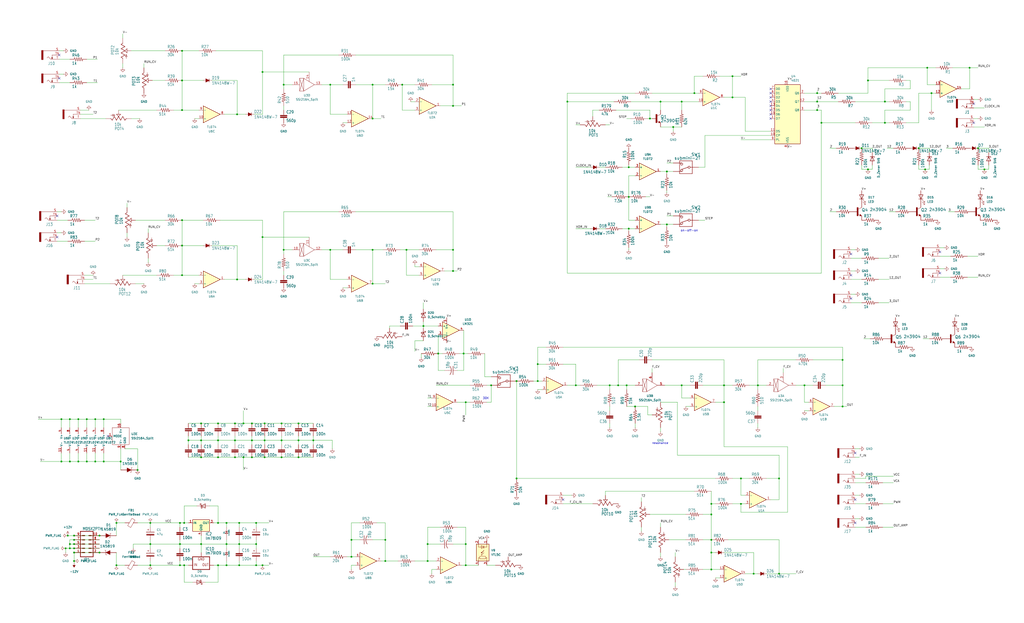
<source format=kicad_sch>
(kicad_sch (version 20250114) (generator "eeschema") (generator_version "9.0")
  (paper "User" 614.324 373.863)
  (lib_symbols
    (symbol "1N4148W-7_1"
      (property "Reference" "D19" (at 2.54 0.635 0))
      (property "Value" "1N4148W-7" (at 2.54 -2.54 0))
      (symbol "1N4148W-7_1_1_0"
        (pin passive line (at -2.54 0 0) (length 0) (name "2") (number "2"))
        (pin passive line (at 2.54 0 180) (length 0) (name "1") (number "1"))
      )
    )
    (symbol "4xxx:4021"
      (property "Reference" "U11" (at 2.1433 22.86 0))
      (property "Value" "4021" (at 2.1433 20.32 0))
      (symbol "4021_1_1"
        (pin input line (at -10.16 15.24 0) (length 2.54) (name "D0") (number "7"))
        (pin input line (at -10.16 12.7 0) (length 2.54) (name "D1") (number "6"))
        (pin input line (at -10.16 10.16 0) (length 2.54) (name "D2") (number "5"))
        (pin input line (at -10.16 7.62 0) (length 2.54) (name "D3") (number "4"))
        (pin input line (at -10.16 5.08 0) (length 2.54) (name "D4") (number "13"))
        (pin input line (at -10.16 2.54 0) (length 2.54) (name "D5") (number "14"))
        (pin input line (at -10.16 0 0) (length 2.54) (name "D6") (number "15"))
        (pin input line (at -10.16 -2.54 0) (length 2.54) (name "D7") (number "1"))
        (pin input line (at -10.16 -10.16 0) (length 2.54) (name "DS") (number "11"))
        (pin input line (at -10.16 -12.7 0) (length 2.54) (name "CP") (number "10"))
        (pin input line (at -10.16 -15.24 0) (length 2.54) (name "PL") (number "9"))
        (pin power_in line (at 0 20.32 270) (length 2.54) (name "VDD") (number "16"))
        (pin power_in line (at 0 -20.32 90) (length 2.54) (name "VSS") (number "8"))
        (pin output line (at 10.16 12.7 180) (length 2.54) (name "Q6") (number "2"))
        (pin output line (at 10.16 7.62 180) (length 2.54) (name "Q7") (number "12"))
        (pin output line (at 10.16 2.54 180) (length 2.54) (name "Q8") (number "3"))
      )
    )
    (symbol "Amplifier_Operational:LM321" (pin_names (offset 0.127))
      (property "Reference" "U" (at 0 7.62 0))
      (property "Value" "LM321" (at 0 5.08 0))
      (symbol "LM321_1_1"
        (pin input line (at -7.62 2.54 0) (length 2.54) (name "+") (number "1"))
        (pin input line (at -7.62 -2.54 0) (length 2.54) (name "-") (number "3"))
        (pin power_in line (at -2.54 7.62 270) (length 3.81) (name "V+") (number "5"))
        (pin power_in line (at -2.54 -7.62 90) (length 3.81) (name "V-") (number "2"))
        (pin output line (at 7.62 0 180) (length 2.54) (name "~") (number "4"))
      )
    )
    (symbol "Amplifier_Operational:TL072" (pin_names (offset 0.127))
      (property "Reference" "U" (at 0 5.08 0))
      (property "Value" "TL072" (at 0 -5.08 0))
      (symbol "TL072_1_1"
        (pin input line (at -7.62 2.54 0) (length 2.54) (name "+") (number "3"))
        (pin input line (at -7.62 -2.54 0) (length 2.54) (name "-") (number "2"))
        (pin output line (at 7.62 0 180) (length 2.54) (name "~") (number "1"))
      )
      (symbol "TL072_2_1"
        (pin input line (at -7.62 2.54 0) (length 2.54) (name "+") (number "5"))
        (pin input line (at -7.62 -2.54 0) (length 2.54) (name "-") (number "6"))
        (pin output line (at 7.62 0 180) (length 2.54) (name "~") (number "7"))
      )
      (symbol "TL072_3_1"
        (pin power_in line (at -2.54 7.62 270) (length 3.81) (name "V+") (number "8"))
        (pin power_in line (at -2.54 -7.62 90) (length 3.81) (name "V-") (number "4"))
      )
    )
    (symbol "Amplifier_Operational:TL074" (pin_names (offset 0.127))
      (property "Reference" "U" (at 0 5.08 0))
      (property "Value" "TL074" (at 0 -5.08 0))
      (symbol "TL074_1_1"
        (pin input line (at -7.62 2.54 0) (length 2.54) (name "+") (number "3"))
        (pin input line (at -7.62 -2.54 0) (length 2.54) (name "-") (number "2"))
        (pin output line (at 7.62 0 180) (length 2.54) (name "~") (number "1"))
      )
      (symbol "TL074_2_1"
        (pin input line (at -7.62 2.54 0) (length 2.54) (name "+") (number "5"))
        (pin input line (at -7.62 -2.54 0) (length 2.54) (name "-") (number "6"))
        (pin output line (at 7.62 0 180) (length 2.54) (name "~") (number "7"))
      )
      (symbol "TL074_3_1"
        (pin input line (at -7.62 2.54 0) (length 2.54) (name "+") (number "10"))
        (pin input line (at -7.62 -2.54 0) (length 2.54) (name "-") (number "9"))
        (pin output line (at 7.62 0 180) (length 2.54) (name "~") (number "8"))
      )
      (symbol "TL074_4_1"
        (pin input line (at -7.62 2.54 0) (length 2.54) (name "+") (number "12"))
        (pin input line (at -7.62 -2.54 0) (length 2.54) (name "-") (number "13"))
        (pin output line (at 7.62 0 180) (length 2.54) (name "~") (number "14"))
      )
      (symbol "TL074_5_1"
        (pin power_in line (at -2.54 7.62 270) (length 3.81) (name "V+") (number "4"))
        (pin power_in line (at -2.54 -7.62 90) (length 3.81) (name "V-") (number "11"))
      )
    )
    (symbol "Audio_IC:SSI2164_Split"
      (property "Reference" "U" (at -5.08 6.35 0))
      (property "Value" "SSI2164_Split" (at 7.62 6.35 0))
      (symbol "SSI2164_Split_1_1"
        (pin input line (at -10.16 0 0) (length 4.445) (name "~") (number "2"))
        (pin passive line (at 0 7.62 270) (length 5.715) (name "~") (number "3"))
        (pin output line (at 7.62 0 180) (length 4.445) (name "~") (number "4"))
      )
      (symbol "SSI2164_Split_2_1"
        (pin input line (at -10.16 0 0) (length 4.445) (name "~") (number "7"))
        (pin passive line (at 0 7.62 270) (length 5.715) (name "~") (number "6"))
        (pin output line (at 7.62 0 180) (length 4.445) (name "~") (number "5"))
      )
      (symbol "SSI2164_Split_3_1"
        (pin input line (at -10.16 0 0) (length 4.445) (name "~") (number "10"))
        (pin passive line (at 0 7.62 270) (length 5.715) (name "~") (number "11"))
        (pin output line (at 7.62 0 180) (length 4.445) (name "~") (number "12"))
      )
      (symbol "SSI2164_Split_4_1"
        (pin input line (at -10.16 0 0) (length 4.445) (name "~") (number "15"))
        (pin passive line (at 0 7.62 270) (length 5.715) (name "~") (number "14"))
        (pin output line (at 7.62 0 180) (length 4.445) (name "~") (number "13"))
      )
      (symbol "SSI2164_Split_5_1"
        (pin passive line (at -7.62 0 0) (length 2.54) (name "MODE") (number "1"))
        (pin power_in line (at 0 7.62 270) (length 2.54) (name "V+") (number "16"))
        (pin power_in line (at 0 -7.62 90) (length 2.54) (name "V-") (number "9"))
        (pin power_in line (at 2.54 -7.62 90) (length 2.54) (name "GND") (number "8"))
      )
    )
    (symbol "Device:C_Polarized" (pin_numbers (hide yes)) (pin_names (offset 0.254))
      (property "Reference" "C" (at 0.635 2.54 0))
      (property "Value" "C_Polarized" (at 0.635 -2.54 0))
      (symbol "C_Polarized_1_1"
        (pin passive line (at 0 3.81 270) (length 2.794) (name "~") (number "1"))
        (pin passive line (at 0 -3.81 90) (length 2.794) (name "~") (number "2"))
      )
    )
    (symbol "Device:D_Schottky" (pin_numbers (hide yes)) (pin_names (offset 1.016) (hide yes))
      (property "Reference" "D" (at 0 2.54 0))
      (property "Value" "D_Schottky" (at 0 -2.54 0))
      (symbol "D_Schottky_1_1"
        (pin passive line (at -3.81 0 0) (length 2.54) (name "K") (number "1"))
        (pin passive line (at 3.81 0 180) (length 2.54) (name "A") (number "2"))
      )
    )
    (symbol "Device:D_Zener" (pin_numbers (hide yes)) (pin_names (offset 1.016) (hide yes))
      (property "Reference" "D" (at 0 2.54 0))
      (property "Value" "D_Zener" (at 0 -2.54 0))
      (symbol "D_Zener_1_1"
        (pin passive line (at -3.81 0 0) (length 2.54) (name "K") (number "1"))
        (pin passive line (at 3.81 0 180) (length 2.54) (name "A") (number "2"))
      )
    )
    (symbol "Device:FerriteBead" (pin_numbers (hide yes)) (pin_names (offset 0))
      (property "Reference" "FB" (at -3.81 0.635 90))
      (property "Value" "FerriteBead" (at 3.81 0 90))
      (symbol "FerriteBead_1_1"
        (pin passive line (at 0 3.81 270) (length 2.54) (name "~") (number "1"))
        (pin passive line (at 0 -3.81 90) (length 2.54) (name "~") (number "2"))
      )
    )
    (symbol "Device:LED" (pin_numbers (hide yes)) (pin_names (offset 1.016) (hide yes))
      (property "Reference" "D" (at 0 2.54 0))
      (property "Value" "LED" (at 0 -2.54 0))
      (symbol "LED_1_1"
        (pin passive line (at -3.81 0 0) (length 2.54) (name "K") (number "1"))
        (pin passive line (at 3.81 0 180) (length 2.54) (name "A") (number "2"))
      )
    )
    (symbol "Isolator:VTL5C" (pin_names (offset 1.016) (hide yes))
      (property "Reference" "U" (at 0 5.08 0))
      (property "Value" "VTL5C" (at 0 -5.08 0))
      (symbol "VTL5C_1_1"
        (pin passive line (at -7.62 2.54 0) (length 2.54) (name "-") (number "1"))
        (pin passive line (at -7.62 -2.54 0) (length 2.54) (name "+") (number "2"))
        (pin passive line (at 7.62 2.54 180) (length 2.54) (name "~") (number "3"))
        (pin passive line (at 7.62 -2.54 180) (length 2.54) (name "~") (number "4"))
      )
    )
    (symbol "PJ301_THONKICONN6_1"
      (property "Reference" "J1" (at -2.54 4.064 0))
      (symbol "PJ301_THONKICONN6_1_1_0"
        (pin passive line (at -5.08 2.54 0) (length 2.54) (name "~") (number "T"))
        (pin passive line (at -5.08 0 0) (length 2.54) (name "~") (number "TN"))
        (pin passive line (at -5.08 -2.54 0) (length 2.54) (name "~") (number "S"))
      )
    )
    (symbol "POT_USVERTICAL_PS_1"
      (property "Reference" "POT1" (at -5.08 -2.54 90))
      (property "Value" "10k" (at -2.54 -2.54 90))
      (symbol "POT_USVERTICAL_PS_1_1_0"
        (pin passive line (at 0 7.62 270) (length 2.54) (name "1") (number "1"))
        (pin passive line (at 0 -7.62 90) (length 2.54) (name "3") (number "3"))
        (pin passive line (at 5.08 0 180) (length 2.54) (name "2") (number "2"))
      )
    )
    (symbol "Regulator_Linear:L7809" (pin_names (offset 0.254))
      (property "Reference" "IC2" (at 2.54 -7.62 0))
      (property "Value" "lm78l09" (at 2.54 -10.16 0))
      (symbol "L7809_1_1"
        (pin power_in line (at -7.62 0 0) (length 2.54) (name "IN") (number "1"))
        (pin power_in line (at 0 -7.62 90) (length 2.54) (name "GND") (number "4"))
        (pin power_out line (at 7.62 0 180) (length 2.54) (name "OUT") (number "3"))
      )
    )
    (symbol "SPDTT_1"
      (property "Reference" "SW1" (at -8.89 6.604 0))
      (property "Value" "submini-2T" (at -8.89 4.445 0))
      (symbol "SPDTT_1_1_0"
        (pin passive line (at -7.62 0 0) (length 5.08) (name "2") (number "2"))
        (pin passive line (at 7.62 2.54 180) (length 5.08) (name "1") (number "1"))
        (pin passive line (at 7.62 -2.54 180) (length 5.08) (name "3") (number "3"))
      )
    )
    (symbol "benjolin_1.6-eagle-import:79LXX"
      (property "Reference" "IC10" (at 2.54 8.89 0))
      (property "Value" "lm79l09" (at 2.54 6.35 0))
      (symbol "79LXX_1_0"
        (text "IN" (at -4.445 -0.635 0) (effects (font (size 1.524 1.2954)) (justify left bottom)))
        (text "GND" (at -2.032 2.794 0) (effects (font (size 1.524 1.2954)) (justify left bottom)))
        (text "OUT" (at 0.635 -0.635 0) (effects (font (size 1.524 1.2954)) (justify left bottom)))
        (pin input line (at -7.62 0 0) (length 2.54) (name "2") (number "2"))
        (pin input line (at 0 7.62 270) (length 2.54) (name "GND") (number "1"))
        (pin passive line (at 7.62 0 180) (length 2.54) (name "OUT") (number "3"))
      )
    )
    (symbol "benjolin_1.6-eagle-import:C-EUC0603"
      (property "Reference" "C" (at 1.524 0.381 0))
      (property "Value" "C-EUC0603" (at 1.524 -4.699 0))
      (symbol "C-EUC0603_1_0"
        (pin passive line (at 0 2.54 270) (length 2.54) (name "1") (number "1"))
        (pin passive line (at 0 -5.08 90) (length 2.54) (name "2") (number "2"))
      )
    )
    (symbol "benjolin_1.6-eagle-import:C-USC0603"
      (property "Reference" "C" (at 1.016 0.635 0))
      (property "Value" "C-USC0603" (at 1.016 -4.191 0))
      (symbol "C-USC0603_1_0"
        (pin passive line (at 0 2.54 270) (length 2.54) (name "1") (number "1"))
        (pin passive line (at 0 -5.08 90) (length 2.54) (name "2") (number "2"))
      )
    )
    (symbol "benjolin_1.6-eagle-import:D-SMA"
      (property "Reference" "D" (at 0.508 1.016 0))
      (property "Value" "D-SMA" (at 0.508 -1.016 0))
      (symbol "D-SMA_1_0"
        (pin passive line (at -3.81 0 0) (length 2.54) (name "+") (number "1"))
        (pin passive line (at 3.81 0 180) (length 2.54) (name "-") (number "2"))
      )
    )
    (symbol "benjolin_1.6-eagle-import:M05X2PTH"
      (property "Reference" "JP" (at -2.54 8.382 0))
      (property "Value" "M05X2PTH" (at -2.54 -10.16 0))
      (symbol "M05X2PTH_1_0"
        (pin passive line (at -7.62 5.08 0) (length 5.08) (name "1") (number "1"))
        (pin passive line (at -7.62 2.54 0) (length 5.08) (name "3") (number "3"))
        (pin passive line (at -7.62 0 0) (length 5.08) (name "5") (number "5"))
        (pin passive line (at -7.62 -2.54 0) (length 5.08) (name "7") (number "7"))
        (pin passive line (at -7.62 -5.08 0) (length 5.08) (name "9") (number "9"))
        (pin passive line (at 7.62 5.08 180) (length 5.08) (name "2") (number "2"))
        (pin passive line (at 7.62 2.54 180) (length 5.08) (name "4") (number "4"))
        (pin passive line (at 7.62 0 180) (length 5.08) (name "6") (number "6"))
        (pin passive line (at 7.62 -2.54 180) (length 5.08) (name "8") (number "8"))
        (pin passive line (at 7.62 -5.08 180) (length 5.08) (name "10") (number "10"))
      )
    )
    (symbol "benjolin_1.6-eagle-import:R-US_R0603"
      (property "Reference" "R" (at -3.81 1.4986 0))
      (property "Value" "R-US_R0603" (at -3.81 -3.302 0))
      (symbol "R-US_R0603_1_0"
        (pin passive line (at -5.08 0 0) (length 2.54) (name "1") (number "1"))
        (pin passive line (at 5.08 0 180) (length 2.54) (name "2") (number "2"))
      )
    )
    (symbol "benjolin_1.6-eagle-import:TRANS_NPN-MMBT2222AL"
      (property "Reference" "Q" (at 2.54 0 0))
      (property "Value" "TRANS_NPN-MMBT2222AL" (at 2.54 -2.286 0))
      (symbol "TRANS_NPN-MMBT2222AL_1_0"
        (pin passive line (at -2.54 0 0) (length 2.54) (name "B") (number "1"))
        (pin passive line (at 2.54 5.08 270) (length 2.54) (name "C") (number "3"))
        (pin passive line (at 2.54 -5.08 90) (length 2.54) (name "E") (number "2"))
      )
    )
    (symbol "dk_Diodes-Rectifiers-Single:1N5819" (pin_numbers (hide yes)) (pin_names (offset 0) (hide yes))
      (property "Reference" "D" (at 0 2.54 0))
      (property "Value" "1N5819" (at 0 -3.81 0))
      (symbol "1N5819_1_1"
        (pin passive line (at -5.08 0 0) (length 3.81) (name "~") (number "A"))
        (pin passive line (at 5.08 0 180) (length 3.81) (name "~") (number "K"))
      )
    )
    (symbol "power:+12V" (power) (pin_numbers (hide yes)) (pin_names (offset 0) (hide yes))
      (property "Value" "+12V" (at 0 3.556 0))
      (symbol "+12V_1_1"
        (pin power_in line (at 0 0 90) (length 0) (name "~") (number "1"))
      )
    )
    (symbol "power:-12V" (power) (pin_numbers (hide yes)) (pin_names (offset 0) (hide yes))
      (property "Value" "-12V" (at 0 3.556 0))
      (symbol "-12V_0_0"
        (pin power_in line (at 0 0 90) (length 0) (name "~") (number "1"))
      )
    )
    (symbol "power:GND" (power) (pin_numbers (hide yes)) (pin_names (offset 0) (hide yes))
      (property "Value" "GND" (at 0 -3.81 0))
      (symbol "GND_1_1"
        (pin power_in line (at 0 0 270) (length 0) (name "~") (number "1"))
      )
    )
    (symbol "power:PWR_FLAG" (power) (pin_numbers (hide yes)) (pin_names (offset 0) (hide yes))
      (property "Value" "PWR_FLAG" (at 0 3.81 0))
      (symbol "PWR_FLAG_0_0"
        (pin power_out line (at 0 0 90) (length 0) (name "~") (number "1"))
      )
    )
  )
  (text "on-off-on" (at 413.512 138.43 0) (effects (font (size 1.27 1.27))))
  (text "resonance" (at 391.16 266.7 0) (effects (font (size 1.27 1.27)) (justify left bottom)))
  (text "30K" (at 289.56 239.776 0) (effects (font (size 1.27 1.27)) (justify left bottom)))
  (junction (at 426.72 341.63))
  (junction (at 377.19 100.33))
  (junction (at 110.49 313.69))
  (junction (at 271.78 50.8))
  (junction (at 140.97 254))
  (junction (at 90.17 326.39))
  (junction (at 256.54 336.55))
  (junction (at 516.89 88.9))
  (junction (at 396.24 60.96))
  (junction (at 381 243.84))
  (junction (at 46.99 276.86))
  (junction (at 198.12 50.8))
  (junction (at 370.84 231.14))
  (junction (at 90.17 313.69))
  (junction (at 223.52 170.18))
  (junction (at 120.65 274.32))
  (junction (at 146.05 254))
  (junction (at 377.19 137.16))
  (junction (at 556.26 40.64))
  (junction (at 271.78 149.86))
  (junction (at 279.4 326.39))
  (junction (at 57.15 251.46))
  (junction (at 140.97 274.32))
  (junction (at 558.8 55.88))
  (junction (at 271.78 63.5))
  (junction (at 454.66 231.14))
  (junction (at 168.91 274.32))
  (junction (at 107.95 326.39))
  (junction (at 168.91 264.16))
  (junction (at 107.95 339.09))
  (junction (at 590.55 101.6))
  (junction (at 271.78 162.56))
  (junction (at 241.3 50.8))
  (junction (at 62.23 276.86))
  (junction (at 44.45 321.31))
  (junction (at 69.85 313.69))
  (junction (at 505.46 215.9))
  (junction (at 254 195.58))
  (junction (at 492.76 73.66))
  (junction (at 143.51 313.69))
  (junction (at 403.86 76.2))
  (junction (at 520.7 101.6))
  (junction (at 130.81 264.16))
  (junction (at 109.22 165.1))
  (junction (at 151.13 264.16))
  (junction (at 490.22 66.04))
  (junction (at 520.7 48.26))
  (junction (at 135.89 313.69))
  (junction (at 278.13 212.09))
  (junction (at 322.58 228.6))
  (junction (at 135.89 339.09))
  (junction (at 179.07 254))
  (junction (at 153.67 326.39))
  (junction (at 530.86 60.96))
  (junction (at 294.64 231.14))
  (junction (at 107.95 313.69))
  (junction (at 223.52 50.8))
  (junction (at 439.42 58.42))
  (junction (at 400.05 102.87))
  (junction (at 151.13 254))
  (junction (at 151.13 274.32))
  (junction (at 505.46 243.84))
  (junction (at 365.76 231.14))
  (junction (at 130.81 274.32))
  (junction (at 426.72 308.61))
  (junction (at 109.22 66.04))
  (junction (at 158.75 254))
  (junction (at 408.94 231.14))
  (junction (at 72.39 276.86))
  (junction (at 223.52 71.12))
  (junction (at 467.36 287.02))
  (junction (at 57.15 276.86))
  (junction (at 554.99 101.6))
  (junction (at 41.91 251.46))
  (junction (at 551.18 88.9))
  (junction (at 157.48 142.24))
  (junction (at 109.22 132.08))
  (junction (at 36.83 276.86))
  (junction (at 44.45 331.47))
  (junction (at 426.72 302.26))
  (junction (at 586.74 88.9))
  (junction (at 40.64 321.31))
  (junction (at 439.42 45.72))
  (junction (at 309.88 287.02))
  (junction (at 153.67 339.09))
  (junction (at 231.14 336.55))
  (junction (at 256.54 326.39))
  (junction (at 262.89 212.09))
  (junction (at 44.45 326.39))
  (junction (at 389.89 71.12))
  (junction (at 309.88 228.6))
  (junction (at 140.97 264.16))
  (junction (at 400.05 134.62))
  (junction (at 130.81 339.09))
  (junction (at 426.72 323.85))
  (junction (at 467.36 344.17))
  (junction (at 170.18 149.86))
  (junction (at 426.72 331.47))
  (junction (at 210.82 323.85))
  (junction (at 322.58 218.44))
  (junction (at 69.85 339.09))
  (junction (at 82.55 281.94))
  (junction (at 120.65 264.16))
  (junction (at 46.99 251.46))
  (junction (at 44.45 323.85))
  (junction (at 44.45 328.93))
  (junction (at 157.48 43.18))
  (junction (at 452.12 344.17))
  (junction (at 223.52 149.86))
  (junction (at 153.67 313.69))
  (junction (at 109.22 147.32))
  (junction (at 187.96 264.16))
  (junction (at 90.17 339.09))
  (junction (at 62.23 251.46))
  (junction (at 408.94 60.96))
  (junction (at 39.37 328.93))
  (junction (at 44.45 336.55))
  (junction (at 170.18 50.8))
  (junction (at 444.5 287.02))
  (junction (at 142.24 68.58))
  (junction (at 120.65 326.39))
  (junction (at 505.46 231.14))
  (junction (at 52.07 276.86))
  (junction (at 416.56 55.88))
  (junction (at 490.22 55.88))
  (junction (at 158.75 274.32))
  (junction (at 59.69 331.47))
  (junction (at 130.81 254))
  (junction (at 179.07 264.16))
  (junction (at 41.91 328.93))
  (junction (at 143.51 326.39))
  (junction (at 279.4 339.09))
  (junction (at 59.69 321.31))
  (junction (at 168.91 254))
  (junction (at 158.75 264.16))
  (junction (at 41.91 276.86))
  (junction (at 210.82 334.01))
  (junction (at 41.91 326.39))
  (junction (at 243.84 149.86))
  (junction (at 179.07 274.32))
  (junction (at 142.24 167.64))
  (junction (at 109.22 48.26))
  (junction (at 345.44 231.14))
  (junction (at 120.65 254))
  (junction (at 490.22 60.96))
  (junction (at 135.89 326.39))
  (junction (at 130.81 313.69))
  (junction (at 143.51 339.09))
  (junction (at 109.22 30.48))
  (junction (at 231.14 323.85))
  (junction (at 146.05 274.32))
  (junction (at 198.12 149.86))
  (junction (at 157.48 339.09))
  (junction (at 375.92 231.14))
  (junction (at 434.34 241.3))
  (junction (at 110.49 339.09))
  (junction (at 581.66 40.64))
  (junction (at 482.6 231.14))
  (junction (at 36.83 251.46))
  (junction (at 530.86 73.66))
  (junction (at 340.36 60.96))
  (junction (at 52.07 251.46))
  (junction (at 377.19 118.11))
  (junction (at 434.34 231.14))
  (junction (at 444.5 302.26))
  (junction (at 279.4 241.3))
  (junction (at 113.03 264.16))
  (no_connect (at 510.54 179.07))
  (no_connect (at 462.28 55.88))
  (no_connect (at 337.82 299.72))
  (no_connect (at 462.28 68.58))
  (no_connect (at 563.88 163.83))
  (no_connect (at 462.28 60.96))
  (no_connect (at 584.2 62.23))
  (no_connect (at 513.08 271.78))
  (no_connect (at 35.56 46.99))
  (no_connect (at 64.77 261.62))
  (no_connect (at 462.28 63.5))
  (no_connect (at 34.29 142.24))
  (no_connect (at 462.28 58.42))
  (no_connect (at 462.28 53.34))
  (no_connect (at 35.56 33.02))
  (no_connect (at 513.08 299.72))
  (no_connect (at 510.54 165.1))
  (no_connect (at 563.88 151.13))
  (no_connect (at 584.2 73.66))
  (no_connect (at 462.28 71.12))
  (no_connect (at 513.08 313.69))
  (no_connect (at 510.54 152.4))
  (no_connect (at 462.28 66.04))
  (no_connect (at 34.29 129.54))
  (wire (pts (xy 271.78 50.8) (xy 271.78 33.02)))
  (wire (pts (xy 157.48 43.18) (xy 157.48 30.48)))
  (wire (pts (xy 69.85 313.69) (xy 69.85 321.31)))
  (wire (pts (xy 128.27 339.09) (xy 130.81 339.09)))
  (wire (pts (xy 271.78 33.02) (xy 213.36 33.02)))
  (wire (pts (xy 241.3 66.04) (xy 248.92 66.04)))
  (wire (pts (xy 223.52 149.86) (xy 213.36 149.86)))
  (wire (pts (xy 46.99 251.46) (xy 52.07 251.46)))
  (wire (pts (xy 505.46 243.84) (xy 505.46 231.14)))
  (wire (pts (xy 439.42 58.42) (xy 447.04 58.42)))
  (wire (pts (xy 452.12 331.47) (xy 452.12 344.17)))
  (wire (pts (xy 109.22 48.26) (xy 121.92 48.26)))
  (wire (pts (xy 88.9 154.94) (xy 88.9 157.48)))
  (wire (pts (xy 41.91 251.46) (xy 46.99 251.46)))
  (wire (pts (xy 377.19 100.33) (xy 381 100.33)))
  (wire (pts (xy 439.42 45.72) (xy 439.42 58.42)))
  (wire (pts (xy 109.22 132.08) (xy 121.92 132.08)))
  (wire (pts (xy 153.67 326.39) (xy 153.67 328.93)))
  (wire (pts (xy 170.18 149.86) (xy 170.18 127)))
  (wire (pts (xy 454.66 231.14) (xy 454.66 233.68)))
  (wire (pts (xy 365.76 231.14) (xy 358.14 231.14)))
  (wire (pts (xy 467.36 323.85) (xy 436.88 323.85)))
  (wire (pts (xy 530.86 66.04) (xy 530.86 73.66)))
  (wire (pts (xy 90.17 336.55) (xy 90.17 339.09)))
  (wire (pts (xy 241.3 50.8) (xy 241.3 66.04)))
  (wire (pts (xy 198.12 167.64) (xy 208.28 167.64)))
  (wire (pts (xy 107.95 326.39) (xy 107.95 328.93)))
  (wire (pts (xy 113.03 264.16) (xy 113.03 261.62)))
  (wire (pts (xy 35.56 44.45) (xy 38.1 44.45)))
  (wire (pts (xy 384.81 300.99) (xy 384.81 298.45)))
  (wire (pts (xy 179.07 254) (xy 187.96 254)))
  (wire (pts (xy 152.4 68.58) (xy 157.48 68.58)))
  (wire (pts (xy 210.82 313.69) (xy 210.82 323.85)))
  (wire (pts (xy 505.46 231.14) (xy 495.3 231.14)))
  (wire (pts (xy 57.15 256.54) (xy 57.15 251.46)))
  (wire (pts (xy 558.8 55.88) (xy 561.34 55.88)))
  (wire (pts (xy 274.32 222.25) (xy 278.13 222.25)))
  (wire (pts (xy 529.59 302.26) (xy 535.94 302.26)))
  (wire (pts (xy 398.78 231.14) (xy 408.94 231.14)))
  (wire (pts (xy 48.26 71.12) (xy 63.5 71.12)))
  (wire (pts (xy 567.69 88.9) (xy 571.5 88.9)))
  (wire (pts (xy 252.73 212.09) (xy 252.73 214.63)))
  (wire (pts (xy 367.03 118.11) (xy 364.49 118.11)))
  (wire (pts (xy 48.26 66.04) (xy 53.34 66.04)))
  (wire (pts (xy 241.3 50.8) (xy 248.92 50.8)))
  (wire (pts (xy 72.39 269.24) (xy 72.39 276.86)))
  (wire (pts (xy 400.05 129.54) (xy 403.86 129.54)))
  (wire (pts (xy 259.08 341.63) (xy 261.62 341.63)))
  (wire (pts (xy 210.82 339.09) (xy 213.36 339.09)))
  (wire (pts (xy 497.84 127) (xy 501.65 127)))
  (wire (pts (xy 130.81 339.09) (xy 135.89 339.09)))
  (wire (pts (xy 434.34 231.14) (xy 434.34 241.3)))
  (wire (pts (xy 44.45 336.55) (xy 44.45 331.47)))
  (wire (pts (xy 454.66 231.14) (xy 459.74 231.14)))
  (wire (pts (xy 246.38 60.96) (xy 248.92 60.96)))
  (wire (pts (xy 467.36 344.17) (xy 467.36 323.85)))
  (wire (pts (xy 175.26 50.8) (xy 170.18 50.8)))
  (wire (pts (xy 322.58 218.44) (xy 322.58 208.28)))
  (wire (pts (xy 256.54 336.55) (xy 248.92 336.55)))
  (wire (pts (xy 543.56 48.26) (xy 546.1 48.26)))
  (wire (pts (xy 527.05 181.61) (xy 533.4 181.61)))
  (wire (pts (xy 408.94 231.14) (xy 414.02 231.14)))
  (wire (pts (xy 543.56 73.66) (xy 551.18 73.66)))
  (wire (pts (xy 254 181.61) (xy 254 185.42)))
  (wire (pts (xy 59.69 328.93) (xy 44.45 328.93)))
  (wire (pts (xy 454.66 231.14) (xy 454.66 215.9)))
  (wire (pts (xy 584.2 71.12) (xy 586.74 71.12)))
  (wire (pts (xy 262.89 212.09) (xy 265.43 212.09)))
  (wire (pts (xy 279.4 326.39) (xy 279.4 316.23)))
  (wire (pts (xy 120.65 254) (xy 130.81 254)))
  (wire (pts (xy 520.7 40.64) (xy 556.26 40.64)))
  (wire (pts (xy 500.38 243.84) (xy 505.46 243.84)))
  (wire (pts (xy 482.6 66.04) (xy 490.22 66.04)))
  (wire (pts (xy 59.69 331.47) (xy 44.45 331.47)))
  (wire (pts (xy 513.08 316.23) (xy 519.43 316.23)))
  (wire (pts (xy 109.22 147.32) (xy 121.92 147.32)))
  (wire (pts (xy 546.1 48.26) (xy 546.1 53.34)))
  (wire (pts (xy 527.05 167.64) (xy 533.4 167.64)))
  (wire (pts (xy 233.68 196.85) (xy 233.68 195.58)))
  (wire (pts (xy 554.99 101.6) (xy 557.53 101.6)))
  (wire (pts (xy 290.83 212.09) (xy 290.83 226.06)))
  (wire (pts (xy 179.07 266.7) (xy 179.07 264.16)))
  (wire (pts (xy 198.12 50.8) (xy 198.12 68.58)))
  (wire (pts (xy 130.81 264.16) (xy 140.97 264.16)))
  (wire (pts (xy 510.54 167.64) (xy 516.89 167.64)))
  (wire (pts (xy 151.13 266.7) (xy 151.13 264.16)))
  (wire (pts (xy 490.22 66.04) (xy 492.76 66.04)))
  (wire (pts (xy 140.97 254) (xy 146.05 254)))
  (wire (pts (xy 519.43 287.02) (xy 519.43 285.75)))
  (wire (pts (xy 482.6 231.14) (xy 477.52 231.14)))
  (wire (pts (xy 170.18 33.02) (xy 170.18 50.8)))
  (wire (pts (xy 72.39 251.46) (xy 72.39 254)))
  (wire (pts (xy 146.05 274.32) (xy 151.13 274.32)))
  (wire (pts (xy 179.07 264.16) (xy 179.07 261.62)))
  (wire (pts (xy 238.76 336.55) (xy 231.14 336.55)))
  (wire (pts (xy 556.26 40.64) (xy 561.34 40.64)))
  (wire (pts (xy 256.54 326.39) (xy 256.54 316.23)))
  (wire (pts (xy 50.8 165.1) (xy 55.88 165.1)))
  (wire (pts (xy 359.41 137.16) (xy 363.22 137.16)))
  (wire (pts (xy 127 48.26) (xy 142.24 48.26)))
  (wire (pts (xy 502.92 55.88) (xy 520.7 55.88)))
  (wire (pts (xy 198.12 50.8) (xy 205.74 50.8)))
  (wire (pts (xy 482.6 55.88) (xy 490.22 55.88)))
  (wire (pts (xy 405.13 334.01) (xy 405.13 331.47)))
  (wire (pts (xy 396.24 134.62) (xy 400.05 134.62)))
  (wire (pts (xy 223.52 149.86) (xy 229.87 149.86)))
  (wire (pts (xy 170.18 162.56) (xy 170.18 165.1)))
  (wire (pts (xy 444.5 307.34) (xy 472.44 307.34)))
  (wire (pts (xy 389.89 66.04) (xy 389.89 71.12)))
  (wire (pts (xy 109.22 165.1) (xy 119.38 165.1)))
  (wire (pts (xy 168.91 264.16) (xy 179.07 264.16)))
  (wire (pts (xy 454.66 254) (xy 454.66 256.54)))
  (wire (pts (xy 57.15 251.46) (xy 62.23 251.46)))
  (wire (pts (xy 530.86 53.34) (xy 530.86 60.96)))
  (wire (pts (xy 78.74 71.12) (xy 83.82 71.12)))
  (wire (pts (xy 223.52 323.85) (xy 231.14 323.85)))
  (wire (pts (xy 345.44 231.14) (xy 340.36 231.14)))
  (wire (pts (xy 198.12 149.86) (xy 205.74 149.86)))
  (wire (pts (xy 365.76 233.68) (xy 365.76 231.14)))
  (wire (pts (xy 170.18 152.4) (xy 170.18 149.86)))
  (wire (pts (xy 248.92 160.02) (xy 251.46 160.02)))
  (wire (pts (xy 110.49 349.25) (xy 110.49 339.09)))
  (wire (pts (xy 69.85 339.09) (xy 74.93 339.09)))
  (wire (pts (xy 151.13 274.32) (xy 158.75 274.32)))
  (wire (pts (xy 130.81 303.53) (xy 125.73 303.53)))
  (wire (pts (xy 431.8 45.72) (xy 439.42 45.72)))
  (wire (pts (xy 557.53 99.06) (xy 557.53 101.6)))
  (wire (pts (xy 143.51 316.23) (xy 143.51 313.69)))
  (wire (pts (xy 50.8 144.78) (xy 57.15 144.78)))
  (wire (pts (xy 434.34 331.47) (xy 452.12 331.47)))
  (wire (pts (xy 198.12 68.58) (xy 208.28 68.58)))
  (wire (pts (xy 170.18 149.86) (xy 175.26 149.86)))
  (wire (pts (xy 50.8 167.64) (xy 55.88 167.64)))
  (wire (pts (xy 546.1 53.34) (xy 530.86 53.34)))
  (wire (pts (xy 400.05 114.3) (xy 400.05 115.57)))
  (wire (pts (xy 551.18 88.9) (xy 557.53 88.9)))
  (wire (pts (xy 510.54 181.61) (xy 516.89 181.61)))
  (wire (pts (xy 143.51 339.09) (xy 153.67 339.09)))
  (wire (pts (xy 256.54 316.23) (xy 264.16 316.23)))
  (wire (pts (xy 513.08 60.96) (xy 530.86 60.96)))
  (wire (pts (xy 187.96 266.7) (xy 187.96 264.16)))
  (wire (pts (xy 130.81 264.16) (xy 130.81 261.62)))
  (wire (pts (xy 365.76 231.14) (xy 370.84 231.14)))
  (wire (pts (xy 59.69 323.85) (xy 44.45 323.85)))
  (wire (pts (xy 340.36 55.88) (xy 381 55.88)))
  (wire (pts (xy 553.72 203.2) (xy 557.53 203.2)))
  (wire (pts (xy 447.04 297.18) (xy 444.5 297.18)))
  (wire (pts (xy 193.04 50.8) (xy 198.12 50.8)))
  (wire (pts (xy 113.03 266.7) (xy 113.03 264.16)))
  (wire (pts (xy 259.08 243.84) (xy 256.54 243.84)))
  (wire (pts (xy 57.15 276.86) (xy 57.15 271.78)))
  (wire (pts (xy 422.91 81.28) (xy 462.28 81.28)))
  (wire (pts (xy 82.55 313.69) (xy 90.17 313.69)))
  (wire (pts (xy 231.14 323.85) (xy 231.14 313.69)))
  (wire (pts (xy 556.26 50.8) (xy 561.34 50.8)))
  (wire (pts (xy 142.24 48.26) (xy 142.24 68.58)))
  (wire (pts (xy 35.56 35.56) (xy 41.91 35.56)))
  (wire (pts (xy 116.84 170.18) (xy 119.38 170.18)))
  (wire (pts (xy 444.5 302.26) (xy 439.42 302.26)))
  (wire (pts (xy 157.48 68.58) (xy 157.48 43.18)))
  (wire (pts (xy 345.44 231.14) (xy 347.98 231.14)))
  (wire (pts (xy 46.99 276.86) (xy 52.07 276.86)))
  (wire (pts (xy 279.4 339.09) (xy 279.4 326.39)))
  (wire (pts (xy 485.14 241.3) (xy 482.6 241.3)))
  (wire (pts (xy 529.59 316.23) (xy 535.94 316.23)))
  (wire (pts (xy 377.19 132.08) (xy 381 132.08)))
  (wire (pts (xy 518.16 203.2) (xy 521.97 203.2)))
  (wire (pts (xy 568.96 127) (xy 572.77 127)))
  (wire (pts (xy 90.17 326.39) (xy 107.95 326.39)))
  (wire (pts (xy 546.1 66.04) (xy 530.86 66.04)))
  (wire (pts (xy 429.26 346.71) (xy 431.8 346.71)))
  (wire (pts (xy 36.83 276.86) (xy 36.83 271.78)))
  (wire (pts (xy 74.93 269.24) (xy 82.55 269.24)))
  (wire (pts (xy 279.4 241.3) (xy 281.94 241.3)))
  (wire (pts (xy 170.18 63.5) (xy 170.18 66.04)))
  (wire (pts (xy 290.83 226.06) (xy 294.64 226.06)))
  (wire (pts (xy 381 243.84) (xy 388.62 243.84)))
  (wire (pts (xy 416.56 45.72) (xy 421.64 45.72)))
  (wire (pts (xy 142.24 68.58) (xy 147.32 68.58)))
  (wire (pts (xy 254 195.58) (xy 254 196.85)))
  (wire (pts (xy 130.81 349.25) (xy 123.19 349.25)))
  (wire (pts (xy 153.67 313.69) (xy 161.29 313.69)))
  (wire (pts (xy 294.64 241.3) (xy 292.1 241.3)))
  (wire (pts (xy 90.17 339.09) (xy 107.95 339.09)))
  (wire (pts (xy 345.44 137.16) (xy 354.33 137.16)))
  (wire (pts (xy 580.39 166.37) (xy 586.74 166.37)))
  (wire (pts (xy 120.65 326.39) (xy 135.89 326.39)))
  (wire (pts (xy 586.74 88.9) (xy 593.09 88.9)))
  (wire (pts (xy 170.18 127) (xy 203.2 127)))
  (wire (pts (xy 426.72 341.63) (xy 431.8 341.63)))
  (wire (pts (xy 35.56 30.48) (xy 38.1 30.48)))
  (wire (pts (xy 584.2 76.2) (xy 590.55 76.2)))
  (wire (pts (xy 363.22 294.64) (xy 416.56 294.64)))
  (wire (pts (xy 516.89 101.6) (xy 516.89 99.06)))
  (wire (pts (xy 120.65 274.32) (xy 113.03 274.32)))
  (wire (pts (xy 223.52 170.18) (xy 223.52 149.86)))
  (wire (pts (xy 153.67 313.69) (xy 153.67 316.23)))
  (wire (pts (xy 551.18 55.88) (xy 558.8 55.88)))
  (wire (pts (xy 120.65 326.39) (xy 120.65 321.31)))
  (wire (pts (xy 50.8 170.18) (xy 66.04 170.18)))
  (wire (pts (xy 505.46 215.9) (xy 505.46 231.14)))
  (wire (pts (xy 444.5 287.02) (xy 439.42 287.02)))
  (wire (pts (xy 248.92 204.47) (xy 248.92 210.82)))
  (wire (pts (xy 41.91 323.85) (xy 41.91 326.39)))
  (wire (pts (xy 532.13 88.9) (xy 535.94 88.9)))
  (wire (pts (xy 58.42 35.56) (xy 52.07 35.56)))
  (wire (pts (xy 52.07 271.78) (xy 52.07 276.86)))
  (wire (pts (xy 41.91 276.86) (xy 46.99 276.86)))
  (wire (pts (xy 107.95 323.85) (xy 107.95 326.39)))
  (wire (pts (xy 389.89 308.61) (xy 411.48 308.61)))
  (wire (pts (xy 170.18 50.8) (xy 170.18 53.34)))
  (wire (pts (xy 208.28 334.01) (xy 210.82 334.01)))
  (wire (pts (xy 593.09 99.06) (xy 593.09 101.6)))
  (wire (pts (xy 459.74 287.02) (xy 467.36 287.02)))
  (wire (pts (xy 580.39 153.67) (xy 586.74 153.67)))
  (wire (pts (xy 140.97 264.16) (xy 140.97 261.62)))
  (wire (pts (xy 261.62 231.14) (xy 281.94 231.14)))
  (wire (pts (xy 490.22 55.88) (xy 492.76 55.88)))
  (wire (pts (xy 426.72 331.47) (xy 429.26 331.47)))
  (wire (pts (xy 563.88 153.67) (xy 570.23 153.67)))
  (wire (pts (xy 340.36 60.96) (xy 340.36 55.88)))
  (wire (pts (xy 69.85 313.69) (xy 74.93 313.69)))
  (wire (pts (xy 140.97 264.16) (xy 151.13 264.16)))
  (wire (pts (xy 40.64 321.31) (xy 44.45 321.31)))
  (wire (pts (xy 151.13 264.16) (xy 158.75 264.16)))
  (wire (pts (xy 210.82 334.01) (xy 213.36 334.01)))
  (wire (pts (xy 519.43 285.75) (xy 535.94 285.75)))
  (wire (pts (xy 419.1 132.08) (xy 422.91 132.08)))
  (wire (pts (xy 142.24 167.64) (xy 147.32 167.64)))
  (wire (pts (xy 151.13 254) (xy 158.75 254)))
  (wire (pts (xy 109.22 147.32) (xy 109.22 165.1)))
  (wire (pts (xy 203.2 33.02) (xy 170.18 33.02)))
  (wire (pts (xy 462.28 83.82) (xy 444.5 83.82)))
  (wire (pts (xy 405.13 351.79) (xy 405.13 349.25)))
  (wire (pts (xy 513.08 289.56) (xy 519.43 289.56)))
  (wire (pts (xy 389.89 71.12) (xy 391.16 71.12)))
  (wire (pts (xy 447.04 302.26) (xy 444.5 302.26)))
  (wire (pts (xy 223.52 170.18) (xy 231.14 170.18)))
  (wire (pts (xy 34.29 132.08) (xy 40.64 132.08)))
  (wire (pts (xy 370.84 231.14) (xy 370.84 215.9)))
  (wire (pts (xy 110.49 339.09) (xy 113.03 339.09)))
  (wire (pts (xy 107.95 339.09) (xy 110.49 339.09)))
  (wire (pts (xy 510.54 176.53) (xy 513.08 176.53)))
  (wire (pts (xy 363.22 74.93) (xy 365.76 74.93)))
  (wire (pts (xy 44.45 323.85) (xy 41.91 323.85)))
  (wire (pts (xy 492.76 66.04) (xy 492.76 73.66)))
  (wire (pts (xy 248.92 158.75) (xy 248.92 160.02)))
  (wire (pts (xy 210.82 323.85) (xy 215.9 323.85)))
  (wire (pts (xy 90.17 313.69) (xy 107.95 313.69)))
  (wire (pts (xy 62.23 256.54) (xy 62.23 251.46)))
  (wire (pts (xy 557.53 88.9) (xy 557.53 91.44)))
  (wire (pts (xy 426.72 331.47) (xy 426.72 341.63)))
  (wire (pts (xy 210.82 323.85) (xy 210.82 334.01)))
  (wire (pts (xy 259.08 50.8) (xy 271.78 50.8)))
  (wire (pts (xy 248.92 204.47) (xy 254 204.47)))
  (wire (pts (xy 421.64 231.14) (xy 434.34 231.14)))
  (wire (pts (xy 467.36 287.02) (xy 467.36 299.72)))
  (wire (pts (xy 375.92 243.84) (xy 381 243.84)))
  (wire (pts (xy 365.76 246.38) (xy 365.76 243.84)))
  (wire (pts (xy 157.48 132.08) (xy 132.08 132.08)))
  (wire (pts (xy 359.41 66.04) (xy 355.6 66.04)))
  (wire (pts (xy 381 254) (xy 381 256.54)))
  (wire (pts (xy 400.05 102.87) (xy 403.86 102.87)))
  (wire (pts (xy 41.91 271.78) (xy 41.91 276.86)))
  (wire (pts (xy 120.65 331.47) (xy 120.65 326.39)))
  (wire (pts (xy 482.6 246.38) (xy 485.14 246.38)))
  (wire (pts (xy 158.75 266.7) (xy 158.75 264.16)))
  (wire (pts (xy 497.84 88.9) (xy 501.65 88.9)))
  (wire (pts (xy 179.07 274.32) (xy 187.96 274.32)))
  (wire (pts (xy 44.45 326.39) (xy 41.91 326.39)))
  (wire (pts (xy 90.17 313.69) (xy 90.17 316.23)))
  (wire (pts (xy 82.55 339.09) (xy 90.17 339.09)))
  (wire (pts (xy 205.74 73.66) (xy 208.28 73.66)))
  (wire (pts (xy 388.62 243.84) (xy 388.62 248.92)))
  (wire (pts (xy 396.24 102.87) (xy 400.05 102.87)))
  (wire (pts (xy 454.66 215.9) (xy 477.52 215.9)))
  (wire (pts (xy 444.5 297.18) (xy 444.5 287.02)))
  (wire (pts (xy 363.22 297.18) (xy 363.22 294.64)))
  (wire (pts (xy 490.22 54.61) (xy 490.22 55.88)))
  (wire (pts (xy 434.34 241.3) (xy 429.26 241.3)))
  (wire (pts (xy 586.74 101.6) (xy 586.74 99.06)))
  (wire (pts (xy 426.72 323.85) (xy 426.72 331.47)))
  (wire (pts (xy 396.24 256.54) (xy 396.24 259.08)))
  (wire (pts (xy 551.18 73.66) (xy 551.18 55.88)))
  (wire (pts (xy 434.34 241.3) (xy 434.34 267.97)))
  (wire (pts (xy 271.78 50.8) (xy 271.78 63.5)))
  (wire (pts (xy 529.59 289.56) (xy 535.94 289.56)))
  (wire (pts (xy 78.74 30.48) (xy 99.06 30.48)))
  (wire (pts (xy 130.81 313.69) (xy 128.27 313.69)))
  (wire (pts (xy 120.65 264.16) (xy 130.81 264.16)))
  (wire (pts (xy 91.44 48.26) (xy 99.06 48.26)))
  (wire (pts (xy 73.66 165.1) (xy 93.98 165.1)))
  (wire (pts (xy 135.89 323.85) (xy 135.89 326.39)))
  (wire (pts (xy 426.72 302.26) (xy 426.72 308.61)))
  (wire (pts (xy 179.07 264.16) (xy 187.96 264.16)))
  (wire (pts (xy 581.66 40.64) (xy 581.66 53.34)))
  (wire (pts (xy 454.66 243.84) (xy 454.66 246.38)))
  (wire (pts (xy 243.84 149.86) (xy 243.84 165.1)))
  (wire (pts (xy 378.46 71.12) (xy 375.92 71.12)))
  (wire (pts (xy 384.81 316.23) (xy 384.81 318.77)))
  (wire (pts (xy 104.14 165.1) (xy 109.22 165.1)))
  (wire (pts (xy 482.6 241.3) (xy 482.6 231.14)))
  (wire (pts (xy 510.54 149.86) (xy 513.08 149.86)))
  (wire (pts (xy 261.62 149.86) (xy 271.78 149.86)))
  (wire (pts (xy 52.07 251.46) (xy 57.15 251.46)))
  (wire (pts (xy 146.05 274.32) (xy 146.05 281.94)))
  (wire (pts (xy 36.83 276.86) (xy 41.91 276.86)))
  (wire (pts (xy 563.88 166.37) (xy 570.23 166.37)))
  (wire (pts (xy 44.45 321.31) (xy 59.69 321.31)))
  (wire (pts (xy 449.58 231.14) (xy 454.66 231.14)))
  (wire (pts (xy 107.95 313.69) (xy 110.49 313.69)))
  (wire (pts (xy 143.51 326.39) (xy 143.51 328.93)))
  (wire (pts (xy 39.37 328.93) (xy 39.37 331.47)))
  (wire (pts (xy 377.19 148.59) (xy 377.19 149.86)))
  (wire (pts (xy 153.67 339.09) (xy 157.48 339.09)))
  (wire (pts (xy 490.22 64.77) (xy 490.22 66.04)))
  (wire (pts (xy 36.83 251.46) (xy 41.91 251.46)))
  (wire (pts (xy 322.58 218.44) (xy 322.58 228.6)))
  (wire (pts (xy 408.94 60.96) (xy 419.1 60.96)))
  (wire (pts (xy 406.4 241.3) (xy 406.4 273.05)))
  (wire (pts (xy 231.14 336.55) (xy 228.6 336.55)))
  (wire (pts (xy 543.56 60.96) (xy 546.1 60.96)))
  (wire (pts (xy 309.88 287.02) (xy 429.26 287.02)))
  (wire (pts (xy 309.88 228.6) (xy 309.88 287.02)))
  (wire (pts (xy 41.91 326.39) (xy 41.91 328.93)))
  (wire (pts (xy 223.52 50.8) (xy 213.36 50.8)))
  (wire (pts (xy 110.49 303.53) (xy 110.49 313.69)))
  (wire (pts (xy 388.62 248.92) (xy 391.16 248.92)))
  (wire (pts (xy 22.86 251.46) (xy 36.83 251.46)))
  (wire (pts (xy 254 193.04) (xy 254 195.58)))
  (wire (pts (xy 520.7 48.26) (xy 533.4 48.26)))
  (wire (pts (xy 593.09 88.9) (xy 593.09 91.44)))
  (wire (pts (xy 134.62 68.58) (xy 142.24 68.58)))
  (wire (pts (xy 279.4 316.23) (xy 274.32 316.23)))
  (wire (pts (xy 44.45 328.93) (xy 41.91 328.93)))
  (wire (pts (xy 187.96 264.16) (xy 187.96 261.62)))
  (wire (pts (xy 259.08 238.76) (xy 256.54 238.76)))
  (wire (pts (xy 530.86 60.96) (xy 533.4 60.96)))
  (wire (pts (xy 279.4 339.09) (xy 287.02 339.09)))
  (wire (pts (xy 571.5 40.64) (xy 581.66 40.64)))
  (wire (pts (xy 505.46 243.84) (xy 508 243.84)))
  (wire (pts (xy 396.24 316.23) (xy 396.24 313.69)))
  (wire (pts (xy 130.81 274.32) (xy 140.97 274.32)))
  (wire (pts (xy 381 105.41) (xy 377.19 105.41)))
  (wire (pts (xy 107.95 336.55) (xy 107.95 339.09)))
  (wire (pts (xy 513.08 311.15) (xy 515.62 311.15)))
  (wire (pts (xy 369.57 66.04) (xy 389.89 66.04)))
  (wire (pts (xy 62.23 276.86) (xy 57.15 276.86)))
  (wire (pts (xy 400.05 134.62) (xy 403.86 134.62)))
  (wire (pts (xy 444.5 302.26) (xy 444.5 307.34)))
  (wire (pts (xy 120.65 264.16) (xy 120.65 261.62)))
  (wire (pts (xy 322.58 228.6) (xy 325.12 228.6)))
  (wire (pts (xy 130.81 266.7) (xy 130.81 264.16)))
  (wire (pts (xy 377.19 105.41) (xy 377.19 118.11)))
  (wire (pts (xy 157.48 43.18) (xy 185.42 43.18)))
  (wire (pts (xy 408.94 76.2) (xy 403.86 76.2)))
  (wire (pts (xy 274.32 241.3) (xy 279.4 241.3)))
  (wire (pts (xy 34.29 144.78) (xy 40.64 144.78)))
  (wire (pts (xy 477.52 344.17) (xy 467.36 344.17)))
  (wire (pts (xy 48.26 68.58) (xy 55.88 68.58)))
  (wire (pts (xy 447.04 78.74) (xy 462.28 78.74)))
  (wire (pts (xy 143.51 326.39) (xy 153.67 326.39)))
  (wire (pts (xy 513.08 287.02) (xy 519.43 287.02)))
  (wire (pts (xy 345.44 100.33) (xy 354.33 100.33)))
  (wire (pts (xy 120.65 326.39) (xy 107.95 326.39)))
  (wire (pts (xy 130.81 254) (xy 140.97 254)))
  (wire (pts (xy 294.64 231.14) (xy 294.64 241.3)))
  (wire (pts (xy 513.08 274.32) (xy 515.62 274.32)))
  (wire (pts (xy 584.2 64.77) (xy 590.55 64.77)))
  (wire (pts (xy 490.22 59.69) (xy 490.22 60.96)))
  (wire (pts (xy 373.38 137.16) (xy 377.19 137.16)))
  (wire (pts (xy 256.54 336.55) (xy 256.54 326.39)))
  (wire (pts (xy 416.56 55.88) (xy 419.1 55.88)))
  (wire (pts (xy 373.38 100.33) (xy 377.19 100.33)))
  (wire (pts (xy 426.72 308.61) (xy 426.72 323.85)))
  (wire (pts (xy 523.24 99.06) (xy 523.24 101.6)))
  (wire (pts (xy 168.91 254) (xy 179.07 254)))
  (wire (pts (xy 322.58 218.44) (xy 327.66 218.44)))
  (wire (pts (xy 278.13 212.09) (xy 280.67 212.09)))
  (wire (pts (xy 71.12 66.04) (xy 93.98 66.04)))
  (wire (pts (xy 168.91 264.16) (xy 168.91 261.62)))
  (wire (pts (xy 421.64 308.61) (xy 426.72 308.61)))
  (wire (pts (xy 240.03 149.86) (xy 243.84 149.86)))
  (wire (pts (xy 492.76 163.83) (xy 340.36 163.83)))
  (wire (pts (xy 396.24 241.3) (xy 406.4 241.3)))
  (wire (pts (xy 546.1 60.96) (xy 546.1 66.04)))
  (wire (pts (xy 340.36 163.83) (xy 340.36 60.96)))
  (wire (pts (xy 135.89 316.23) (xy 135.89 313.69)))
  (wire (pts (xy 320.04 228.6) (xy 322.58 228.6)))
  (wire (pts (xy 107.95 313.69) (xy 107.95 316.23)))
  (wire (pts (xy 406.4 273.05) (xy 467.36 273.05)))
  (wire (pts (xy 513.08 297.18) (xy 515.62 297.18)))
  (wire (pts (xy 146.05 254) (xy 146.05 246.38)))
  (wire (pts (xy 266.7 162.56) (xy 271.78 162.56)))
  (wire (pts (xy 411.48 243.84) (xy 414.02 243.84)))
  (wire (pts (xy 322.58 208.28) (xy 327.66 208.28)))
  (wire (pts (xy 46.99 256.54) (xy 46.99 251.46)))
  (wire (pts (xy 152.4 167.64) (xy 157.48 167.64)))
  (wire (pts (xy 187.96 264.16) (xy 199.39 264.16)))
  (wire (pts (xy 120.65 264.16) (xy 113.03 264.16)))
  (wire (pts (xy 429.26 302.26) (xy 426.72 302.26)))
  (wire (pts (xy 118.11 303.53) (xy 110.49 303.53)))
  (wire (pts (xy 292.1 339.09) (xy 297.18 339.09)))
  (wire (pts (xy 59.69 326.39) (xy 44.45 326.39)))
  (wire (pts (xy 254 195.58) (xy 262.89 195.58)))
  (wire (pts (xy 231.14 313.69) (xy 226.06 313.69)))
  (wire (pts (xy 46.99 271.78) (xy 46.99 276.86)))
  (wire (pts (xy 168.91 266.7) (xy 168.91 264.16)))
  (wire (pts (xy 271.78 127) (xy 271.78 149.86)))
  (wire (pts (xy 157.48 339.09) (xy 161.29 339.09)))
  (wire (pts (xy 556.26 50.8) (xy 556.26 40.64)))
  (wire (pts (xy 590.55 101.6) (xy 593.09 101.6)))
  (wire (pts (xy 422.91 100.33) (xy 422.91 81.28)))
  (wire (pts (xy 490.22 60.96) (xy 502.92 60.96)))
  (wire (pts (xy 157.48 142.24) (xy 185.42 142.24)))
  (wire (pts (xy 520.7 55.88) (xy 520.7 48.26)))
  (wire (pts (xy 140.97 266.7) (xy 140.97 264.16)))
  (wire (pts (xy 90.17 326.39) (xy 90.17 328.93)))
  (wire (pts (xy 523.24 73.66) (xy 530.86 73.66)))
  (wire (pts (xy 41.91 328.93) (xy 39.37 328.93)))
  (wire (pts (xy 198.12 149.86) (xy 198.12 167.64)))
  (wire (pts (xy 93.98 147.32) (xy 99.06 147.32)))
  (wire (pts (xy 400.05 134.62) (xy 400.05 135.89)))
  (wire (pts (xy 243.84 149.86) (xy 251.46 149.86)))
  (wire (pts (xy 44.45 337.82) (xy 44.45 336.55)))
  (wire (pts (xy 558.8 55.88) (xy 558.8 66.04)))
  (wire (pts (xy 120.65 274.32) (xy 130.81 274.32)))
  (wire (pts (xy 146.05 254) (xy 151.13 254)))
  (wire (pts (xy 377.19 137.16) (xy 381 137.16)))
  (wire (pts (xy 143.51 313.69) (xy 135.89 313.69)))
  (wire (pts (xy 80.01 326.39) (xy 80.01 328.93)))
  (wire (pts (xy 378.46 60.96) (xy 396.24 60.96)))
  (wire (pts (xy 62.23 271.78) (xy 62.23 276.86)))
  (wire (pts (xy 262.89 212.09) (xy 262.89 222.25)))
  (wire (pts (xy 410.21 341.63) (xy 411.48 341.63)))
  (wire (pts (xy 467.36 299.72) (xy 462.28 299.72)))
  (wire (pts (xy 482.6 60.96) (xy 490.22 60.96)))
  (wire (pts (xy 551.18 101.6) (xy 551.18 99.06)))
  (wire (pts (xy 223.52 71.12) (xy 223.52 50.8)))
  (wire (pts (xy 215.9 313.69) (xy 210.82 313.69)))
  (wire (pts (xy 73.66 22.86) (xy 73.66 20.32)))
  (wire (pts (xy 199.39 264.16) (xy 199.39 269.24)))
  (wire (pts (xy 158.75 264.16) (xy 168.91 264.16)))
  (wire (pts (xy 359.41 100.33) (xy 363.22 100.33)))
  (wire (pts (xy 36.83 256.54) (xy 36.83 251.46)))
  (wire (pts (xy 130.81 339.09) (xy 130.81 349.25)))
  (wire (pts (xy 256.54 326.39) (xy 264.16 326.39)))
  (wire (pts (xy 109.22 132.08) (xy 109.22 147.32)))
  (wire (pts (xy 271.78 149.86) (xy 271.78 162.56)))
  (wire (pts (xy 396.24 331.47) (xy 396.24 334.01)))
  (wire (pts (xy 434.34 231.14) (xy 434.34 215.9)))
  (wire (pts (xy 337.82 218.44) (xy 345.44 218.44)))
  (wire (pts (xy 551.18 101.6) (xy 554.99 101.6)))
  (wire (pts (xy 130.81 313.69) (xy 130.81 303.53)))
  (wire (pts (xy 377.19 137.16) (xy 377.19 138.43)))
  (wire (pts (xy 533.4 127) (xy 537.21 127)))
  (wire (pts (xy 143.51 326.39) (xy 143.51 323.85)))
  (wire (pts (xy 82.55 269.24) (xy 82.55 281.94)))
  (wire (pts (xy 400.05 97.79) (xy 403.86 97.79)))
  (wire (pts (xy 157.48 167.64) (xy 157.48 142.24)))
  (wire (pts (xy 368.3 60.96) (xy 340.36 60.96)))
  (wire (pts (xy 24.13 276.86) (xy 36.83 276.86)))
  (wire (pts (xy 62.23 251.46) (xy 72.39 251.46)))
  (wire (pts (xy 198.12 334.01) (xy 187.96 334.01)))
  (wire (pts (xy 275.59 212.09) (xy 278.13 212.09)))
  (wire (pts (xy 90.17 326.39) (xy 80.01 326.39)))
  (wire (pts (xy 408.94 60.96) (xy 408.94 66.04)))
  (wire (pts (xy 52.07 251.46) (xy 52.07 256.54)))
  (wire (pts (xy 370.84 215.9) (xy 383.54 215.9)))
  (wire (pts (xy 337.82 302.26) (xy 355.6 302.26)))
  (wire (pts (xy 377.19 100.33) (xy 377.19 99.06)))
  (wire (pts (xy 416.56 55.88) (xy 416.56 45.72)))
  (wire (pts (xy 90.17 323.85) (xy 90.17 326.39)))
  (wire (pts (xy 419.1 100.33) (xy 422.91 100.33)))
  (wire (pts (xy 278.13 198.12) (xy 278.13 212.09)))
  (wire (pts (xy 86.36 40.64) (xy 86.36 38.1)))
  (wire (pts (xy 278.13 222.25) (xy 278.13 212.09)))
  (wire (pts (xy 72.39 281.94) (xy 72.39 276.86)))
  (wire (pts (xy 69.85 331.47) (xy 69.85 339.09)))
  (wire (pts (xy 140.97 274.32) (xy 146.05 274.32)))
  (wire (pts (xy 142.24 147.32) (xy 142.24 167.64)))
  (wire (pts (xy 262.89 200.66) (xy 262.89 212.09)))
  (wire (pts (xy 120.65 254) (xy 113.03 254)))
  (wire (pts (xy 459.74 344.17) (xy 467.36 344.17)))
  (wire (pts (xy 516.89 101.6) (xy 520.7 101.6)))
  (wire (pts (xy 403.86 76.2) (xy 396.24 76.2)))
  (wire (pts (xy 520.7 48.26) (xy 520.7 40.64)))
  (wire (pts (xy 586.74 101.6) (xy 590.55 101.6)))
  (wire (pts (xy 523.24 88.9) (xy 523.24 91.44)))
  (wire (pts (xy 36.83 139.7) (xy 34.29 139.7)))
  (wire (pts (xy 143.51 339.09) (xy 143.51 336.55)))
  (wire (pts (xy 35.56 49.53) (xy 41.91 49.53)))
  (wire (pts (xy 262.89 222.25) (xy 266.7 222.25)))
  (wire (pts (xy 576.58 53.34) (xy 581.66 53.34)))
  (wire (pts (xy 469.9 223.52) (xy 469.9 220.98)))
  (wire (pts (xy 482.6 231.14) (xy 487.68 231.14)))
  (wire (pts (xy 401.32 323.85) (xy 411.48 323.85)))
  (wire (pts (xy 256.54 336.55) (xy 261.62 336.55)))
  (wire (pts (xy 421.64 341.63) (xy 426.72 341.63)))
  (wire (pts (xy 337.82 297.18) (xy 342.9 297.18)))
  (wire (pts (xy 516.89 88.9) (xy 523.24 88.9)))
  (wire (pts (xy 271.78 162.56) (xy 274.32 162.56)))
  (wire (pts (xy 375.92 231.14) (xy 375.92 233.68)))
  (wire (pts (xy 563.88 148.59) (xy 566.42 148.59)))
  (wire (pts (xy 492.76 73.66) (xy 513.08 73.66)))
  (wire (pts (xy 426.72 302.26) (xy 426.72 294.64)))
  (wire (pts (xy 513.08 302.26) (xy 519.43 302.26)))
  (wire (pts (xy 41.91 256.54) (xy 41.91 251.46)))
  (wire (pts (xy 439.42 45.72) (xy 444.5 45.72)))
  (wire (pts (xy 581.66 40.64) (xy 586.74 40.64)))
  (wire (pts (xy 58.42 49.53) (xy 52.07 49.53)))
  (wire (pts (xy 345.44 218.44) (xy 345.44 231.14)))
  (wire (pts (xy 233.68 195.58) (xy 240.03 195.58)))
  (wire (pts (xy 444.5 287.02) (xy 449.58 287.02)))
  (wire (pts (xy 527.05 154.94) (xy 533.4 154.94)))
  (wire (pts (xy 157.48 30.48) (xy 129.54 30.48)))
  (wire (pts (xy 76.2 139.7) (xy 76.2 142.24)))
  (wire (pts (xy 520.7 101.6) (xy 523.24 101.6)))
  (wire (pts (xy 168.91 274.32) (xy 179.07 274.32)))
  (wire (pts (xy 513.08 284.48) (xy 515.62 284.48)))
  (wire (pts (xy 88.9 139.7) (xy 88.9 137.16)))
  (wire (pts (xy 158.75 274.32) (xy 168.91 274.32)))
  (wire (pts (xy 563.88 161.29) (xy 566.42 161.29)))
  (wire (pts (xy 434.34 231.14) (xy 439.42 231.14)))
  (wire (pts (xy 104.14 66.04) (xy 109.22 66.04)))
  (wire (pts (xy 447.04 344.17) (xy 452.12 344.17)))
  (wire (pts (xy 205.74 172.72) (xy 208.28 172.72)))
  (wire (pts (xy 72.39 276.86) (xy 62.23 276.86)))
  (wire (pts (xy 467.36 287.02) (xy 467.36 273.05)))
  (wire (pts (xy 408.94 238.76) (xy 414.02 238.76)))
  (wire (pts (xy 81.28 170.18) (xy 86.36 170.18)))
  (wire (pts (xy 530.86 73.66) (xy 533.4 73.66)))
  (wire (pts (xy 109.22 48.26) (xy 109.22 66.04)))
  (wire (pts (xy 109.22 66.04) (xy 119.38 66.04)))
  (wire (pts (xy 510.54 154.94) (xy 516.89 154.94)))
  (wire (pts (xy 151.13 264.16) (xy 151.13 261.62)))
  (wire (pts (xy 213.36 127) (xy 271.78 127)))
  (wire (pts (xy 34.29 127) (xy 36.83 127)))
  (wire (pts (xy 210.82 341.63) (xy 210.82 339.09)))
  (wire (pts (xy 434.34 58.42) (xy 439.42 58.42)))
  (wire (pts (xy 153.67 326.39) (xy 153.67 323.85)))
  (wire (pts (xy 279.4 326.39) (xy 271.78 326.39)))
  (wire (pts (xy 135.89 326.39) (xy 135.89 328.93)))
  (wire (pts (xy 135.89 326.39) (xy 143.51 326.39)))
  (wire (pts (xy 135.89 336.55) (xy 135.89 339.09)))
  (wire (pts (xy 421.64 323.85) (xy 426.72 323.85)))
  (wire (pts (xy 264.16 63.5) (xy 271.78 63.5)))
  (wire (pts (xy 403.86 76.2) (xy 403.86 78.74)))
  (wire (pts (xy 434.34 215.9) (xy 391.16 215.9)))
  (wire (pts (xy 120.65 266.7) (xy 120.65 264.16)))
  (wire (pts (xy 243.84 165.1) (xy 251.46 165.1)))
  (wire (pts (xy 134.62 167.64) (xy 142.24 167.64)))
  (wire (pts (xy 408.94 231.14) (xy 408.94 238.76)))
  (wire (pts (xy 110.49 313.69) (xy 113.03 313.69)))
  (wire (pts (xy 158.75 264.16) (xy 158.75 261.62)))
  (wire (pts (xy 279.4 241.3) (xy 279.4 248.92)))
  (wire (pts (xy 347.98 74.93) (xy 345.44 74.93)))
  (wire (pts (xy 325.12 233.68) (xy 322.58 233.68)))
  (wire (pts (xy 487.68 215.9) (xy 505.46 215.9)))
  (wire (pts (xy 492.76 73.66) (xy 492.76 163.83)))
  (wire (pts (xy 370.84 231.14) (xy 375.92 231.14)))
  (wire (pts (xy 513.08 269.24) (xy 515.62 269.24)))
  (wire (pts (xy 223.52 71.12) (xy 228.6 71.12)))
  (wire (pts (xy 375.92 231.14) (xy 381 231.14)))
  (wire (pts (xy 416.56 55.88) (xy 391.16 55.88)))
  (wire (pts (xy 52.07 276.86) (xy 57.15 276.86)))
  (wire (pts (xy 143.51 313.69) (xy 153.67 313.69)))
  (wire (pts (xy 247.65 195.58) (xy 254 195.58)))
  (wire (pts (xy 584.2 59.69) (xy 586.74 59.69)))
  (wire (pts (xy 109.22 30.48) (xy 119.38 30.48)))
  (wire (pts (xy 50.8 132.08) (xy 57.15 132.08)))
  (wire (pts (xy 153.67 339.09) (xy 153.67 336.55)))
  (wire (pts (xy 400.05 102.87) (xy 400.05 104.14)))
  (wire (pts (xy 396.24 60.96) (xy 396.24 66.04)))
  (wire (pts (xy 157.48 142.24) (xy 157.48 132.08)))
  (wire (pts (xy 365.76 254) (xy 365.76 256.54)))
  (wire (pts (xy 355.6 66.04) (xy 355.6 69.85)))
  (wire (pts (xy 472.44 307.34) (xy 472.44 267.97)))
  (wire (pts (xy 259.08 344.17) (xy 259.08 341.63)))
  (wire (pts (xy 81.28 132.08) (xy 99.06 132.08)))
  (wire (pts (xy 76.2 124.46) (xy 76.2 121.92)))
  (wire (pts (xy 231.14 323.85) (xy 231.14 336.55)))
  (wire (pts (xy 447.04 58.42) (xy 447.04 78.74)))
  (wire (pts (xy 193.04 149.86) (xy 198.12 149.86)))
  (wire (pts (xy 73.66 38.1) (xy 73.66 40.64)))
  (wire (pts (xy 387.35 118.11) (xy 389.89 118.11)))
  (wire (pts (xy 505.46 215.9) (xy 505.46 208.28)))
  (wire (pts (xy 135.89 339.09) (xy 143.51 339.09)))
  (wire (pts (xy 434.34 267.97) (xy 472.44 267.97)))
  (wire (pts (xy 505.46 208.28) (xy 337.82 208.28)))
  (wire (pts (xy 271.78 63.5) (xy 276.86 63.5)))
  (wire (pts (xy 391.16 223.52) (xy 391.16 220.98)))
  (wire (pts (xy 115.57 349.25) (xy 110.49 349.25)))
  (wire (pts (xy 377.19 118.11) (xy 377.19 132.08)))
  (wire (pts (xy 292.1 231.14) (xy 294.64 231.14)))
  (wire (pts (xy 510.54 162.56) (xy 513.08 162.56)))
  (wire (pts (xy 276.86 339.09) (xy 279.4 339.09)))
  (wire (pts (xy 396.24 60.96) (xy 408.94 60.96)))
  (wire (pts (xy 158.75 254) (xy 168.91 254)))
  (wire (pts (xy 135.89 313.69) (xy 130.81 313.69)))
  (wire (pts (xy 388.62 71.12) (xy 389.89 71.12)))
  (wire (pts (xy 223.52 50.8) (xy 231.14 50.8)))
  (wire (pts (xy 452.12 344.17) (xy 454.66 344.17)))
  (wire (pts (xy 127 147.32) (xy 142.24 147.32)))
  (wire (pts (xy 109.22 30.48) (xy 109.22 48.26)))
  (wire (pts (xy 116.84 71.12) (xy 119.38 71.12)))
  (label "RUN_CV" (at 261.62 231.14 0) (effects (font (size 1.2446 1.2446))))
  (label "12" (at 532.13 88.9 0))
  (label "F_CV_IN" (at 341.63 302.26 0))
  (label "2_OUT" (at 523.24 88.9 0))
  (label "V-" (at 444.5 83.82 0) (effects (font (size 1.2446 1.2446))))
  (label "T1" (at 55.88 167.64 0))
  (label "V-" (at 389.89 118.11 0) (effects (font (size 1.2446 1.2446))))
  (label "F_CV" (at 477.52 344.17 0) (effects (font (size 1.2446 1.2446))))
  (label "3_OUT" (at 533.4 181.61 0))
  (label "VCC" (at 535.94 285.75 0))
  (label "V-" (at 76.2 121.92 0) (effects (font (size 1.2446 1.2446))))
  (label "V+" (at 254 181.61 0))
  (label "2" (at 497.84 127 0))
  (label "2" (at 497.84 88.9 0))
  (label "STEP" (at 375.92 71.12 180) (effects (font (size 1.2446 1.2446))))
  (label "F_CV" (at 391.16 220.98 0) (effects (font (size 1.2446 1.2446))))
  (label "RUN_CV" (at 88.9 137.16 0) (effects (font (size 1.2446 1.2446))))
  (label "P1" (at 400.05 129.54 0))
  (label "3" (at 568.96 127 0))
  (label "T1" (at 256.54 238.76 0) (effects (font (size 1.2446 1.2446))))
  (label "XOR_IN" (at 590.55 76.2 0))
  (label "V+" (at 552.45 114.3 0))
  (label "V+" (at 22.86 251.46 0) (effects (font (size 1.2446 1.2446))))
  (label "12_OUT" (at 533.4 167.64 0))
  (label "T2" (at 231.14 170.18 0) (effects (font (size 1.2446 1.2446))))
  (label "V-" (at 24.13 276.86 0) (effects (font (size 1.2446 1.2446))))
  (label "F_IN" (at 515.62 274.32 0) (effects (font (size 1.2446 1.2446))))
  (label "V-" (at 161.29 339.09 0) (effects (font (size 1.2446 1.2446))))
  (label "V-" (at 146.05 281.94 0) (effects (font (size 1.2446 1.2446))))
  (label "RUN_CV" (at 396.24 313.69 0) (effects (font (size 1.2446 1.2446))))
  (label "F_IN" (at 241.3 201.93 0))
  (label "T2" (at 384.81 298.45 0))
  (label "2" (at 490.22 54.61 0))
  (label "12_OUT" (at 557.53 88.9 0))
  (label "V+" (at 161.29 313.69 0) (effects (font (size 1.2446 1.2446))))
  (label "VEE" (at 100.33 339.09 0) (effects (font (size 1.2446 1.2446))))
  (label "PWM" (at 535.94 302.26 0))
  (label "OUT" (at 508 243.84 0) (effects (font (size 1.2446 1.2446))))
  (label "XOR_IN" (at 345.44 137.16 0))
  (label "P1" (at 58.42 35.56 180))
  (label "PWM" (at 279.4 248.92 270) (effects (font (size 1.2446 1.2446))))
  (label "V-" (at 248.92 210.82 0))
  (label "OUT" (at 187.96 334.01 0) (effects (font (size 1.2446 1.2446))))
  (label "F_CV" (at 469.9 220.98 0) (effects (font (size 1.2446 1.2446))))
  (label "12" (at 553.72 203.2 0))
  (label "12" (at 490.22 59.69 0))
  (label "XOR" (at 444.5 45.72 0) (effects (font (size 1.2446 1.2446))))
  (label "V+" (at 572.77 190.5 0))
  (label "V-" (at 73.66 20.32 0))
  (label "3_OUT" (at 593.09 88.9 0))
  (label "P2" (at 57.15 144.78 0))
  (label "12" (at 533.4 127 0))
  (label "T1" (at 228.6 71.12 0))
  (label "RUN_CV" (at 586.74 40.64 0) (effects (font (size 1.2446 1.2446))))
  (label "2_OUT" (at 533.4 154.94 0))
  (label "T2" (at 256.54 243.84 0) (effects (font (size 1.2446 1.2446))))
  (label "T2" (at 55.88 68.58 0) (effects (font (size 1.2446 1.2446))))
  (label "V-" (at 472.44 88.9 0))
  (label "CLOCK_IN" (at 590.55 64.77 0))
  (label "OUT_AMP" (at 535.94 316.23 0))
  (label "V-" (at 405.13 331.47 0) (effects (font (size 1.2446 1.2446))))
  (label "V-" (at 365.76 74.93 0) (effects (font (size 1.2446 1.2446))))
  (label "3" (at 567.69 88.9 0))
  (label "V+" (at 146.05 246.38 0) (effects (font (size 1.2446 1.2446))))
  (label "V-" (at 267.97 205.74 0))
  (label "V+" (at 588.01 114.3 0))
  (label "V+" (at 267.97 190.5 0))
  (label "CLOCK_IN" (at 345.44 100.33 0))
  (label "P2" (at 400.05 97.79 0))
  (label "P1" (at 276.86 63.5 0))
  (label "XOR" (at 586.74 153.67 0))
  (label "T2" (at 57.15 132.08 0))
  (label "V+" (at 364.49 118.11 0) (effects (font (size 1.2446 1.2446))))
  (label "RUN_CV" (at 86.36 38.1 0) (effects (font (size 1.2446 1.2446))))
  (label "V+" (at 472.44 48.26 0))
  (label "RUN_CV" (at 586.74 166.37 0))
  (label "OUT_AMP" (at 304.8 334.01 0))
  (label "P2" (at 274.32 162.56 0) (effects (font (size 1.2446 1.2446))))
  (label "STEP" (at 422.91 132.08 0))
  (label "VCA" (at 535.94 289.56 0))
  (label "2" (at 518.16 203.2 0))
  (label "VCC" (at 99.06 313.69 0))
  (label "V+" (at 537.21 190.5 0))
  (label "VCA" (at 287.02 323.85 0))
  (label "3" (at 490.22 64.77 0))
  (label "V+" (at 345.44 74.93 0) (effects (font (size 1.2446 1.2446))))
  (label "T1" (at 58.42 49.53 180))
  (label "V+" (at 516.89 114.3 0))
  (symbol (lib_id "benjolin_1.6-eagle-import:C-EUC0603") (at 365.76 251.46 180) (unit 1)
    (property "Reference" "C36" (at 364.236 251.841 0) (effects (font (size 1.778 1.5113)) (justify left bottom)))
    (property "Value" "560p" (at 364.236 246.761 0) (effects (font (size 1.778 1.5113)) (justify left bottom)))
    (property "Footprint" "Capacitor_SMD:C_0603_1608Metric_Pad1.08x0.95mm_HandSolder" (effects (hide yes)))
  )
  (symbol (lib_id "power:GND") (at 370.84 302.26 0) (unit 1)
    (property "Reference" "#PWR058" (effects (hide yes)))
    (property "Value" "GND" (at 370.84 307.34 0))
    (property "Description" "Power symbol creates a global label with name \"GND\" , ground" (effects (hide yes)))
  )
  (symbol (lib_name "POT_USVERTICAL_PS_1") (lib_id "benjolin_1.6-eagle-import:POT_USVERTICAL_PS") (at 304.8 339.09 270) (mirror x) (unit 1)
    (property "Reference" "POT15" (at 302.26 344.17 90) (effects (font (size 1.778 1.5113)) (justify left bottom)))
    (property "Value" "10k" (at 302.26 341.63 90) (effects (font (size 1.778 1.5113)) (justify left bottom)))
    (property "Footprint" "Potentiometer_THT:Potentiometer_Alps_RK09K_Single_Vertical" (effects (hide yes)))
  )
  (symbol (lib_id "benjolin_1.6-eagle-import:TRANS_NPN-MMBT2222AL") (at 570.23 203.2 0) (unit 1)
    (property "Reference" "Q6" (at 572.77 203.2 0) (effects (font (size 1.778 1.778)) (justify left bottom)))
    (property "Value" "2n3904" (at 577.596 202.946 0) (effects (font (size 1.778 1.778)) (justify left bottom)))
    (property "Footprint" "Package_TO_SOT_SMD:SOT-23-3" (effects (hide yes)))
  )
  (symbol (lib_id "power:GND") (at 83.82 71.12 0) (unit 1)
    (property "Reference" "#PWR039" (effects (hide yes)))
    (property "Value" "GND" (at 83.82 76.2 0))
    (property "Description" "Power symbol creates a global label with name \"GND\" , ground" (effects (hide yes)))
  )
  (symbol (lib_id "benjolin_1.6-eagle-import:R-US_R0603") (at 170.18 58.42 90) (unit 1)
    (property "Reference" "R42" (at 168.6814 62.23 0) (effects (font (size 1.778 1.5113)) (justify left bottom)))
    (property "Value" "510" (at 173.482 62.23 0) (effects (font (size 1.778 1.5113)) (justify left bottom)))
    (property "Footprint" "Resistor_SMD:R_0603_1608Metric_Pad0.98x0.95mm_HandSolder" (effects (hide yes)))
  )
  (symbol (lib_id "benjolin_1.6-eagle-import:R-US_R0603") (at 381 248.92 90) (unit 1)
    (property "Reference" "R64" (at 379.5014 252.73 0) (effects (font (size 1.778 1.5113)) (justify left bottom)))
    (property "Value" "1.5k" (at 384.302 252.73 0) (effects (font (size 1.778 1.5113)) (justify left bottom)))
    (property "Footprint" "Resistor_SMD:R_0603_1608Metric_Pad0.98x0.95mm_HandSolder" (effects (hide yes)))
  )
  (symbol (lib_id "Regulator_Linear:L7809") (at 120.65 313.69 0) (unit 1)
    (property "Reference" "IC2" (at 123.19 321.31 0) (effects (font (size 1.778 1.5113)) (justify left bottom)))
    (property "Value" "lm78l09" (at 123.19 323.85 0) (effects (font (size 1.778 1.5113)) (justify left bottom)))
    (property "Footprint" "Digikey-footprints:TO-252-3" (effects (hide yes)))
    (property "Datasheet" "http://www.st.com/content/ccc/resource/technical/document/datasheet/41/4f/b3/b0/12/d4/47/88/CD00000444.pdf/files/CD00000444.pdf/jcr:content/translations/en.CD00000444.pdf" (effects (hide yes)))
    (property "Description" "Positive 1.5A 35V Linear Regulator, Fixed Output 9V, TO-220/TO-263/TO-252" (effects (hide yes)))
  )
  (symbol (lib_id "benjolin_1.6-eagle-import:C-USC0603") (at 218.44 323.85 90) (unit 1)
    (property "Reference" "C32" (at 217.805 322.834 0) (effects (font (size 1.778 1.5113)) (justify left bottom)))
    (property "Value" "18p" (at 222.631 322.834 0) (effects (font (size 1.778 1.5113)) (justify left bottom)))
    (property "Footprint" "Capacitor_SMD:C_0603_1608Metric_Pad1.08x0.95mm_HandSolder" (effects (hide yes)))
  )
  (symbol (lib_id "Device:LED") (at 588.01 118.11 90) (unit 1)
    (property "Reference" "D16" (at 591.82 118.4274 90) (effects (justify right)))
    (property "Value" "LED" (at 591.82 120.9674 90) (effects (justify right)))
    (property "Footprint" "LED_THT:LED_D3.0mm" (effects (hide yes)))
    (property "Description" "Light emitting diode" (effects (hide yes)))
    (property "Sim.Pins" "1=K 2=A" (effects (hide yes)))
  )
  (symbol (lib_id "power:GND") (at 205.74 172.72 0) (unit 1)
    (property "Reference" "#PWR050" (effects (hide yes)))
    (property "Value" "GND" (at 205.74 177.8 0))
    (property "Description" "Power symbol creates a global label with name \"GND\" , ground" (effects (hide yes)))
  )
  (symbol (lib_id "Amplifier_Operational:TL074") (at 127 167.64 0) (mirror x) (unit 1)
    (property "Reference" "U6" (at 127 177.8 0))
    (property "Value" "TL074" (at 127 175.26 0))
    (property "Footprint" "Package_SO:TSSOP-14_4.4x5mm_P0.65mm" (effects (hide yes)))
    (property "Datasheet" "http://www.ti.com/lit/ds/symlink/tl071.pdf" (effects (hide yes)))
    (property "Description" "Quad Low-Noise JFET-Input Operational Amplifiers, DIP-14/SOIC-14" (effects (hide yes)))
  )
  (symbol (lib_id "power:-12V") (at 44.45 337.82 0) (mirror x) (unit 1)
    (property "Reference" "#PWR06" (effects (hide yes)))
    (property "Value" "-12V" (at 44.45 342.9 0))
    (property "Description" "Power symbol creates a global label with name \"-12V\"" (effects (hide yes)))
  )
  (symbol (lib_id "benjolin_1.6-eagle-import:R-US_R0603") (at 521.97 181.61 0) (unit 1)
    (property "Reference" "R24" (at 518.16 180.1114 0) (effects (font (size 1.778 1.5113)) (justify left bottom)))
    (property "Value" "1k" (at 518.16 184.912 0) (effects (font (size 1.778 1.5113)) (justify left bottom)))
    (property "Footprint" "Resistor_SMD:R_0603_1608Metric_Pad0.98x0.95mm_HandSolder" (effects (hide yes)))
  )
  (symbol (lib_id "power:GND") (at 527.05 132.08 0) (unit 1)
    (property "Reference" "#PWR011" (effects (hide yes)))
    (property "Value" "GND" (at 527.05 137.16 0))
    (property "Description" "Power symbol creates a global label with name \"GND\" , ground" (effects (hide yes)))
  )
  (symbol (lib_id "power:PWR_FLAG") (at 39.37 328.93 90) (unit 1)
    (property "Reference" "#FLG02" (effects (hide yes)))
    (property "Value" "PWR_FLAG" (at 35.56 328.9299 90) (effects (justify left)))
    (property "Description" "Special symbol for telling ERC where power comes from" (effects (hide yes)))
  )
  (symbol (lib_id "benjolin_1.6-eagle-import:C-EUC0603") (at 179.07 256.54 0) (unit 1)
    (property "Reference" "C13" (at 180.594 256.159 0) (effects (font (size 1.778 1.5113)) (justify left bottom)))
    (property "Value" "100n" (at 180.594 261.239 0) (effects (font (size 1.778 1.5113)) (justify left bottom)))
    (property "Footprint" "Capacitor_SMD:C_0603_1608Metric_Pad1.08x0.95mm_HandSolder" (effects (hide yes)))
  )
  (symbol (lib_name "PJ301_THONKICONN6_1") (lib_id "benjolin_1.6-eagle-import:PJ301_THONKICONN6") (at 508 299.72 180) (unit 1)
    (property "Reference" "J15" (at 510.54 303.784 0) (effects (font (size 1.778 1.5113)) (justify left bottom)))
    (property "Value" "PJ301_THONKICONN6" (effects (hide yes)))
    (property "Footprint" "benjiaomodular:AudioJack_3.5mm" (effects (hide yes)))
  )
  (symbol (lib_id "benjolin_1.6-eagle-import:R-US_R0603") (at 541.02 88.9 0) (unit 1)
    (property "Reference" "R17" (at 537.21 87.4014 0) (effects (font (size 1.778 1.5113)) (justify left bottom)))
    (property "Value" "1k" (at 537.21 92.202 0) (effects (font (size 1.778 1.5113)) (justify left bottom)))
    (property "Footprint" "Resistor_SMD:R_0603_1608Metric_Pad0.98x0.95mm_HandSolder" (effects (hide yes)))
  )
  (symbol (lib_id "Device:LED") (at 572.77 194.31 90) (unit 1)
    (property "Reference" "D28" (at 576.58 194.6274 90) (effects (justify right)))
    (property "Value" "LED" (at 576.58 197.1674 90) (effects (justify right)))
    (property "Footprint" "LED_THT:LED_D3.0mm" (effects (hide yes)))
    (property "Description" "Light emitting diode" (effects (hide yes)))
    (property "Sim.Pins" "1=K 2=A" (effects (hide yes)))
  )
  (symbol (lib_id "power:GND") (at 38.1 30.48 90) (unit 1)
    (property "Reference" "#PWR037" (effects (hide yes)))
    (property "Value" "GND" (at 41.91 30.4799 90) (effects (justify right)))
    (property "Description" "Power symbol creates a global label with name \"GND\" , ground" (effects (hide yes)))
  )
  (symbol (lib_id "power:GND") (at 365.76 256.54 0) (unit 1)
    (property "Reference" "#PWR063" (effects (hide yes)))
    (property "Value" "GND" (at 365.76 261.62 0))
    (property "Description" "Power symbol creates a global label with name \"GND\" , ground" (effects (hide yes)))
  )
  (symbol (lib_id "Amplifier_Operational:TL072") (at 44.45 264.16 0) (unit 3)
    (property "Reference" "U2" (at 43.18 262.8899 0) (effects (justify left)))
    (property "Value" "TL072" (at 43.18 265.4299 0) (effects (justify left)))
    (property "Footprint" "Package_SO:TSSOP-8_4.4x3mm_P0.65mm" (effects (hide yes)))
    (property "Datasheet" "http://www.ti.com/lit/ds/symlink/tl071.pdf" (effects (hide yes)))
    (property "Description" "Dual Low-Noise JFET-Input Operational Amplifiers, DIP-8/SOIC-8" (effects (hide yes)))
  )
  (symbol (lib_id "Amplifier_Operational:TL072") (at 269.24 339.09 0) (mirror x) (unit 1)
    (property "Reference" "U8" (at 269.24 349.25 0))
    (property "Value" "TL072" (at 269.24 346.71 0))
    (property "Footprint" "Package_SO:TSSOP-8_4.4x3mm_P0.65mm" (effects (hide yes)))
    (property "Datasheet" "http://www.ti.com/lit/ds/symlink/tl071.pdf" (effects (hide yes)))
    (property "Description" "Dual Low-Noise JFET-Input Operational Amplifiers, DIP-8/SOIC-8" (effects (hide yes)))
  )
  (symbol (lib_id "power:GND") (at 562.61 132.08 0) (unit 1)
    (property "Reference" "#PWR012" (effects (hide yes)))
    (property "Value" "GND" (at 562.61 137.16 0))
    (property "Description" "Power symbol creates a global label with name \"GND\" , ground" (effects (hide yes)))
  )
  (symbol (lib_id "Amplifier_Operational:TL072") (at 64.77 264.16 0) (unit 3)
    (property "Reference" "U8" (at 63.5 262.8899 0) (effects (justify left)))
    (property "Value" "TL072" (at 63.5 265.4299 0) (effects (justify left)))
    (property "Footprint" "Package_SO:TSSOP-8_4.4x3mm_P0.65mm" (effects (hide yes)))
    (property "Datasheet" "http://www.ti.com/lit/ds/symlink/tl071.pdf" (effects (hide yes)))
    (property "Description" "Dual Low-Noise JFET-Input Operational Amplifiers, DIP-8/SOIC-8" (effects (hide yes)))
  )
  (symbol (lib_id "Device:LED") (at 552.45 118.11 90) (unit 1)
    (property "Reference" "D15" (at 556.26 118.4274 90) (effects (justify right)))
    (property "Value" "LED" (at 556.26 120.9674 90) (effects (justify right)))
    (property "Footprint" "LED_THT:LED_D3.0mm" (effects (hide yes)))
    (property "Description" "Light emitting diode" (effects (hide yes)))
    (property "Sim.Pins" "1=K 2=A" (effects (hide yes)))
  )
  (symbol (lib_name "1N4148W-7_1") (lib_id "benjolin_1.6-eagle-import:1N4148W-7") (at 356.87 100.33 0) (unit 1)
    (property "Reference" "D10" (at 359.41 99.695 0) (effects (font (size 1.778 1.5113)) (justify left bottom)))
    (property "Value" "1N4148W-7" (at 349.758 104.14 0) (effects (font (size 1.778 1.5113)) (justify left bottom)))
    (property "Footprint" "Diode_SMD:D_SOD-123F" (effects (hide yes)))
  )
  (symbol (lib_id "benjolin_1.6-eagle-import:R-US_R0603") (at 586.74 93.98 90) (mirror x) (unit 1)
    (property "Reference" "R20" (at 585.216 94.488 0) (effects (font (size 1.778 1.5113)) (justify left bottom)))
    (property "Value" "100k" (at 590.042 94.996 0) (effects (font (size 1.778 1.5113)) (justify left bottom)))
    (property "Footprint" "Resistor_SMD:R_0603_1608Metric_Pad0.98x0.95mm_HandSolder" (effects (hide yes)))
  )
  (symbol (lib_id "benjolin_1.6-eagle-import:C-EUC0603") (at 130.81 256.54 0) (unit 1)
    (property "Reference" "C8" (at 132.334 256.159 0) (effects (font (size 1.778 1.5113)) (justify left bottom)))
    (property "Value" "100n" (at 132.334 261.239 0) (effects (font (size 1.778 1.5113)) (justify left bottom)))
    (property "Footprint" "Capacitor_SMD:C_0603_1608Metric_Pad1.08x0.95mm_HandSolder" (effects (hide yes)))
  )
  (symbol (lib_id "benjolin_1.6-eagle-import:R-US_R0603") (at 375.92 238.76 90) (unit 1)
    (property "Reference" "R59" (at 374.4214 242.57 0) (effects (font (size 1.778 1.5113)) (justify left bottom)))
    (property "Value" "15k" (at 379.222 242.57 0) (effects (font (size 1.778 1.5113)) (justify left bottom)))
    (property "Footprint" "Resistor_SMD:R_0603_1608Metric_Pad0.98x0.95mm_HandSolder" (effects (hide yes)))
  )
  (symbol (lib_id "power:GND") (at 586.74 71.12 90) (unit 1)
    (property "Reference" "#PWR017" (effects (hide yes)))
    (property "Value" "GND" (at 590.55 71.1199 90) (effects (justify right)))
    (property "Description" "Power symbol creates a global label with name \"GND\" , ground" (effects (hide yes)))
  )
  (symbol (lib_id "benjolin_1.6-eagle-import:C-EUC0603") (at 107.95 318.77 0) (unit 1)
    (property "Reference" "C3" (at 109.474 318.389 0) (effects (font (size 1.778 1.5113)) (justify left bottom)))
    (property "Value" "100n" (at 109.474 323.469 0) (effects (font (size 1.778 1.5113)) (justify left bottom)))
    (property "Footprint" "Capacitor_SMD:C_0603_1608Metric_Pad1.08x0.95mm_HandSolder" (effects (hide yes)))
  )
  (symbol (lib_id "benjolin_1.6-eagle-import:R-US_R0603") (at 46.99 35.56 0) (unit 1)
    (property "Reference" "R46" (at 43.18 34.0614 0) (effects (font (size 1.778 1.5113)) (justify left bottom)))
    (property "Value" "1k" (at 43.18 38.862 0) (effects (font (size 1.778 1.5113)) (justify left bottom)))
    (property "Footprint" "Resistor_SMD:R_0603_1608Metric_Pad0.98x0.95mm_HandSolder" (effects (hide yes)))
  )
  (symbol (lib_id "benjolin_1.6-eagle-import:R-US_R0603") (at 99.06 165.1 0) (unit 1)
    (property "Reference" "R80" (at 95.25 163.6014 0) (effects (font (size 1.778 1.5113)) (justify left bottom)))
    (property "Value" "51k" (at 95.25 168.402 0) (effects (font (size 1.778 1.5113)) (justify left bottom)))
    (property "Footprint" "Resistor_SMD:R_0603_1608Metric_Pad0.98x0.95mm_HandSolder" (effects (hide yes)))
  )
  (symbol (lib_name "PJ301_THONKICONN6_1") (lib_id "benjolin_1.6-eagle-import:PJ301_THONKICONN6") (at 43.18 68.58 180) (unit 1)
    (property "Reference" "J8" (at 45.72 72.644 0) (effects (font (size 1.778 1.5113)) (justify left bottom)))
    (property "Value" "PJ301_THONKICONN6" (effects (hide yes)))
    (property "Footprint" "benjiaomodular:AudioJack_3.5mm" (effects (hide yes)))
  )
  (symbol (lib_id "power:GND") (at 116.84 71.12 0) (unit 1)
    (property "Reference" "#PWR040" (effects (hide yes)))
    (property "Value" "GND" (at 116.84 76.2 0))
    (property "Description" "Power symbol creates a global label with name \"GND\" , ground" (effects (hide yes)))
  )
  (symbol (lib_id "benjolin_1.6-eagle-import:R-US_R0603") (at 386.08 55.88 180) (unit 1)
    (property "Reference" "R4" (at 389.89 57.3786 0) (effects (font (size 1.778 1.5113)) (justify left bottom)))
    (property "Value" "30k" (at 389.89 52.578 0) (effects (font (size 1.778 1.5113)) (justify left bottom)))
    (property "Footprint" "Resistor_SMD:R_0603_1608Metric_Pad0.98x0.95mm_HandSolder" (effects (hide yes)))
  )
  (symbol (lib_id "power:GND") (at 312.42 339.09 0) (unit 1)
    (property "Reference" "#PWR031" (effects (hide yes)))
    (property "Value" "GND" (at 312.42 344.17 0))
    (property "Description" "Power symbol creates a global label with name \"GND\" , ground" (effects (hide yes)))
  )
  (symbol (lib_id "benjolin_1.6-eagle-import:R-US_R0603") (at 257.81 212.09 0) (unit 1)
    (property "Reference" "R47" (at 254 210.5914 0) (effects (font (size 1.778 1.5113)) (justify left bottom)))
    (property "Value" "30k" (at 254 215.392 0) (effects (font (size 1.778 1.5113)) (justify left bottom)))
    (property "Footprint" "Resistor_SMD:R_0603_1608Metric_Pad0.98x0.95mm_HandSolder" (effects (hide yes)))
  )
  (symbol (lib_id "benjolin_1.6-eagle-import:C-EUC0603") (at 454.66 251.46 180) (unit 1)
    (property "Reference" "C37" (at 453.136 251.841 0) (effects (font (size 1.778 1.5113)) (justify left bottom)))
    (property "Value" "560p" (at 453.136 246.761 0) (effects (font (size 1.778 1.5113)) (justify left bottom)))
    (property "Footprint" "Capacitor_SMD:C_0603_1608Metric_Pad1.08x0.95mm_HandSolder" (effects (hide yes)))
  )
  (symbol (lib_id "benjolin_1.6-eagle-import:R-US_R0603") (at 99.06 66.04 0) (unit 1)
    (property "Reference" "R44" (at 95.25 64.5414 0) (effects (font (size 1.778 1.5113)) (justify left bottom)))
    (property "Value" "51k" (at 95.25 69.342 0) (effects (font (size 1.778 1.5113)) (justify left bottom)))
    (property "Footprint" "Resistor_SMD:R_0603_1608Metric_Pad0.98x0.95mm_HandSolder" (effects (hide yes)))
  )
  (symbol (lib_id "benjolin_1.6-eagle-import:R-US_R0603") (at 314.96 228.6 0) (unit 1)
    (property "Reference" "R54" (at 311.15 227.1014 0) (effects (font (size 1.778 1.5113)) (justify left bottom)))
    (property "Value" "100k" (at 311.15 231.902 0) (effects (font (size 1.778 1.5113)) (justify left bottom)))
    (property "Footprint" "Resistor_SMD:R_0603_1608Metric_Pad0.98x0.95mm_HandSolder" (effects (hide yes)))
  )
  (symbol (lib_id "Audio_IC:SSI2164_Split") (at 391.16 231.14 0) (unit 2)
    (property "Reference" "U3" (at 389.89 237.49 0))
    (property "Value" "SSI2164_Split" (at 389.89 240.03 0))
    (property "Footprint" "Package_SO:SOIC-16_3.9x9.9mm_P1.27mm" (effects (hide yes)))
    (property "Datasheet" "http://www.soundsemiconductor.com/downloads/ssi2164datasheet.pdf" (effects (hide yes)))
    (property "Description" "Quad VCA, SOIC-16" (effects (hide yes)))
  )
  (symbol (lib_id "benjolin_1.6-eagle-import:D-SMA") (at 135.89 332.74 90) (unit 1)
    (property "Reference" "D27" (at 134.874 332.232 0) (effects (font (size 0.762 0.6477)) (justify bottom)))
    (property "Value" "1n4004" (at 136.906 332.232 0) (effects (font (size 0.762 0.6477)) (justify top)))
    (property "Footprint" "Diode_SMD:D_SMA_Handsoldering" (effects (hide yes)))
  )
  (symbol (lib_name "PJ301_THONKICONN6_1") (lib_id "benjolin_1.6-eagle-import:PJ301_THONKICONN6") (at 558.8 163.83 180) (unit 1)
    (property "Reference" "J7" (at 561.34 167.894 0) (effects (font (size 1.778 1.5113)) (justify left bottom)))
    (property "Value" "PJ301_THONKICONN6" (effects (hide yes)))
    (property "Footprint" "benjiaomodular:AudioJack_3.5mm" (effects (hide yes)))
  )
  (symbol (lib_id "benjolin_1.6-eagle-import:C-EUC0603") (at 187.96 269.24 0) (unit 1)
    (property "Reference" "C26" (at 189.484 268.859 0) (effects (font (size 1.778 1.5113)) (justify left bottom)))
    (property "Value" "100n" (at 189.484 273.939 0) (effects (font (size 1.778 1.5113)) (justify left bottom)))
    (property "Footprint" "Capacitor_SMD:C_0603_1608Metric_Pad1.08x0.95mm_HandSolder" (effects (hide yes)))
  )
  (symbol (lib_id "benjolin_1.6-eagle-import:R-US_R0603") (at 542.29 127 0) (unit 1)
    (property "Reference" "R28" (at 538.48 125.5014 0) (effects (font (size 1.778 1.5113)) (justify left bottom)))
    (property "Value" "10k" (at 538.48 130.302 0) (effects (font (size 1.778 1.5113)) (justify left bottom)))
    (property "Footprint" "Resistor_SMD:R_0603_1608Metric_Pad0.98x0.95mm_HandSolder" (effects (hide yes)))
  )
  (symbol (lib_name "POT_USVERTICAL_PS_1") (lib_id "benjolin_1.6-eagle-import:POT_USVERTICAL_PS") (at 396.24 323.85 0) (mirror x) (unit 1)
    (property "Reference" "POT13" (at 391.16 321.31 90) (effects (font (size 1.778 1.5113)) (justify left bottom)))
    (property "Value" "10k" (at 393.7 321.31 90) (effects (font (size 1.778 1.5113)) (justify left bottom)))
    (property "Footprint" "Potentiometer_THT:Potentiometer_Alps_RK09K_Single_Vertical" (effects (hide yes)))
  )
  (symbol (lib_id "power:GND") (at 342.9 297.18 90) (unit 1)
    (property "Reference" "#PWR057" (effects (hide yes)))
    (property "Value" "GND" (at 346.71 297.1799 90) (effects (justify right)))
    (property "Description" "Power symbol creates a global label with name \"GND\" , ground" (effects (hide yes)))
  )
  (symbol (lib_id "Audio_IC:SSI2164_Split") (at 72.39 261.62 0) (unit 5)
    (property "Reference" "U3" (at 78.74 260.3499 0) (effects (justify left)))
    (property "Value" "SSI2164_Split" (at 78.74 262.8899 0) (effects (justify left)))
    (property "Footprint" "Package_SO:SOIC-16_3.9x9.9mm_P1.27mm" (effects (hide yes)))
    (property "Datasheet" "http://www.soundsemiconductor.com/downloads/ssi2164datasheet.pdf" (effects (hide yes)))
    (property "Description" "Quad VCA, SOIC-16" (effects (hide yes)))
  )
  (symbol (lib_id "benjolin_1.6-eagle-import:R-US_R0603") (at 521.97 154.94 0) (unit 1)
    (property "Reference" "R9" (at 518.16 153.4414 0) (effects (font (size 1.778 1.5113)) (justify left bottom)))
    (property "Value" "1k" (at 518.16 158.242 0) (effects (font (size 1.778 1.5113)) (justify left bottom)))
    (property "Footprint" "Resistor_SMD:R_0603_1608Metric_Pad0.98x0.95mm_HandSolder" (effects (hide yes)))
  )
  (symbol (lib_name "PJ301_THONKICONN6_1") (lib_id "benjolin_1.6-eagle-import:PJ301_THONKICONN6") (at 558.8 151.13 180) (unit 1)
    (property "Reference" "J6" (at 561.34 155.194 0) (effects (font (size 1.778 1.5113)) (justify left bottom)))
    (property "Value" "PJ301_THONKICONN6" (effects (hide yes)))
    (property "Footprint" "benjiaomodular:AudioJack_3.5mm" (effects (hide yes)))
  )
  (symbol (lib_id "power:GND") (at 515.62 297.18 90) (unit 1)
    (property "Reference" "#PWR027" (effects (hide yes)))
    (property "Value" "GND" (at 519.43 297.1799 90) (effects (justify right)))
    (property "Description" "Power symbol creates a global label with name \"GND\" , ground" (effects (hide yes)))
  )
  (symbol (lib_id "Amplifier_Operational:TL074") (at 568.96 53.34 0) (mirror x) (unit 4)
    (property "Reference" "U1" (at 569.976 60.706 0))
    (property "Value" "TL074" (at 570.992 58.42 0))
    (property "Footprint" "Package_SO:TSSOP-14_4.4x5mm_P0.65mm" (effects (hide yes)))
    (property "Datasheet" "http://www.ti.com/lit/ds/symlink/tl071.pdf" (effects (hide yes)))
    (property "Description" "Quad Low-Noise JFET-Input Operational Amplifiers, DIP-14/SOIC-14" (effects (hide yes)))
  )
  (symbol (lib_id "Device:D_Zener") (at 593.09 95.25 270) (unit 1)
    (property "Reference" "D12" (at 594.614 92.202 90) (effects (justify left)))
    (property "Value" "D_Zener 5V6" (at 596.9 94.488 0) (effects (justify left)))
    (property "Footprint" "Diode_SMD:D_MiniMELF_Handsoldering" (effects (hide yes)))
    (property "Description" "Zener diode" (effects (hide yes)))
  )
  (symbol (lib_id "Amplifier_Operational:TL074") (at 59.69 264.16 0) (unit 5)
    (property "Reference" "U5" (at 58.42 262.8899 0) (effects (justify left)))
    (property "Value" "TL074" (at 58.42 265.4299 0) (effects (justify left)))
    (property "Footprint" "Package_SO:TSSOP-14_4.4x5mm_P0.65mm" (effects (hide yes)))
    (property "Datasheet" "http://www.ti.com/lit/ds/symlink/tl071.pdf" (effects (hide yes)))
    (property "Description" "Quad Low-Noise JFET-Input Operational Amplifiers, DIP-14/SOIC-14" (effects (hide yes)))
  )
  (symbol (lib_id "power:GND") (at 403.86 78.74 0) (unit 1)
    (property "Reference" "#PWR070" (effects (hide yes)))
    (property "Value" "GND" (at 403.86 83.82 0))
    (property "Description" "Power symbol creates a global label with name \"GND\" , ground" (effects (hide yes)))
  )
  (symbol (lib_id "power:GND") (at 248.92 158.75 0) (mirror x) (unit 1)
    (property "Reference" "#PWR051" (effects (hide yes)))
    (property "Value" "GND" (at 248.92 153.67 0))
    (property "Description" "Power symbol creates a global label with name \"GND\" , ground" (effects (hide yes)))
  )
  (symbol (lib_id "power:GND") (at 86.36 55.88 0) (unit 1)
    (property "Reference" "#PWR035" (effects (hide yes)))
    (property "Value" "GND" (at 86.36 60.96 0))
    (property "Description" "Power symbol creates a global label with name \"GND\" , ground" (effects (hide yes)))
  )
  (symbol (lib_id "benjolin_1.6-eagle-import:R-US_R0603") (at 208.28 127 0) (unit 1)
    (property "Reference" "R65" (at 204.47 125.5014 0) (effects (font (size 1.778 1.5113)) (justify left bottom)))
    (property "Value" "100k" (at 204.47 130.302 0) (effects (font (size 1.778 1.5113)) (justify left bottom)))
    (property "Footprint" "Resistor_SMD:R_0603_1608Metric_Pad0.98x0.95mm_HandSolder" (effects (hide yes)))
  )
  (symbol (lib_id "benjolin_1.6-eagle-import:R-US_R0603") (at 104.14 30.48 0) (unit 1)
    (property "Reference" "R26" (at 100.33 28.9814 0) (effects (font (size 1.778 1.5113)) (justify left bottom)))
    (property "Value" "30k" (at 100.33 33.782 0) (effects (font (size 1.778 1.5113)) (justify left bottom)))
    (property "Footprint" "Resistor_SMD:R_0603_1608Metric_Pad0.98x0.95mm_HandSolder" (effects (hide yes)))
  )
  (symbol (lib_name "PJ301_THONKICONN6_1") (lib_id "benjolin_1.6-eagle-import:PJ301_THONKICONN6") (at 332.74 299.72 180) (unit 1)
    (property "Reference" "J14" (at 335.28 303.784 0) (effects (font (size 1.778 1.5113)) (justify left bottom)))
    (property "Value" "PJ301_THONKICONN6" (effects (hide yes)))
    (property "Footprint" "benjiaomodular:AudioJack_3.5mm" (effects (hide yes)))
  )
  (symbol (lib_id "benjolin_1.6-eagle-import:R-US_R0603") (at 416.56 308.61 0) (unit 1)
    (property "Reference" "R75" (at 412.75 307.1114 0) (effects (font (size 1.778 1.5113)) (justify left bottom)))
    (property "Value" "51k" (at 412.75 311.912 0) (effects (font (size 1.778 1.5113)) (justify left bottom)))
    (property "Footprint" "Resistor_SMD:R_0603_1608Metric_Pad0.98x0.95mm_HandSolder" (effects (hide yes)))
  )
  (symbol (lib_id "4xxx:4021") (at 472.44 68.58 0) (unit 1)
    (property "Reference" "U4" (at 474.5833 45.72 0) (effects (justify left)))
    (property "Value" "4021" (at 474.5833 48.26 0) (effects (justify left)))
    (property "Footprint" "Package_SO:SOIC-16_3.9x9.9mm_P1.27mm" (effects (hide yes)))
    (property "Datasheet" "https://assets.nexperia.com/documents/data-sheet/HEF4021B.pdf" (effects (hide yes)))
    (property "Description" "8-bit static shift register" (effects (hide yes)))
  )
  (symbol (lib_id "Amplifier_Operational:TL074") (at 332.74 231.14 0) (mirror x) (unit 1)
    (property "Reference" "U5" (at 335.28 238.252 0))
    (property "Value" "TL074" (at 335.28 235.712 0))
    (property "Footprint" "Package_SO:TSSOP-14_4.4x5mm_P0.65mm" (effects (hide yes)))
    (property "Datasheet" "http://www.ti.com/lit/ds/symlink/tl071.pdf" (effects (hide yes)))
    (property "Description" "Quad Low-Noise JFET-Input Operational Amplifiers, DIP-14/SOIC-14" (effects (hide yes)))
  )
  (symbol (lib_id "power:GND") (at 53.34 66.04 0) (mirror x) (unit 1)
    (property "Reference" "#PWR038" (effects (hide yes)))
    (property "Value" "GND" (at 53.34 60.96 0))
    (property "Description" "Power symbol creates a global label with name \"GND\" , ground" (effects (hide yes)))
  )
  (symbol (lib_name "POT_USVERTICAL_PS_1") (lib_id "benjolin_1.6-eagle-import:POT_USVERTICAL_PS") (at 405.13 341.63 0) (unit 1)
    (property "Reference" "POT14" (at 400.05 344.17 90) (effects (font (size 1.778 1.5113)) (justify left bottom)))
    (property "Value" "10k" (at 402.59 344.17 90) (effects (font (size 1.778 1.5113)) (justify left bottom)))
    (property "Footprint" "Potentiometer_THT:Potentiometer_Alps_RK09K_Single_Vertical" (effects (hide yes)))
  )
  (symbol (lib_id "benjolin_1.6-eagle-import:R-US_R0603") (at 593.09 132.08 0) (unit 1)
    (property "Reference" "R36" (at 589.28 130.5814 0) (effects (font (size 1.778 1.5113)) (justify left bottom)))
    (property "Value" "1k" (at 589.28 135.382 0) (effects (font (size 1.778 1.5113)) (justify left bottom)))
    (property "Footprint" "Resistor_SMD:R_0603_1608Metric_Pad0.98x0.95mm_HandSolder" (effects (hide yes)))
  )
  (symbol (lib_id "benjolin_1.6-eagle-import:R-US_R0603") (at 516.89 93.98 90) (mirror x) (unit 1)
    (property "Reference" "R22" (at 515.366 94.488 0) (effects (font (size 1.778 1.5113)) (justify left bottom)))
    (property "Value" "100k" (at 520.192 94.996 0) (effects (font (size 1.778 1.5113)) (justify left bottom)))
    (property "Footprint" "Resistor_SMD:R_0603_1608Metric_Pad0.98x0.95mm_HandSolder" (effects (hide yes)))
  )
  (symbol (lib_id "power:GND") (at 590.55 101.6 0) (unit 1)
    (property "Reference" "#PWR010" (effects (hide yes)))
    (property "Value" "GND" (at 590.55 106.68 0))
    (property "Description" "Power symbol creates a global label with name \"GND\" , ground" (effects (hide yes)))
  )
  (symbol (lib_id "benjolin_1.6-eagle-import:R-US_R0603") (at 524.51 302.26 0) (unit 1)
    (property "Reference" "R79" (at 520.7 300.7614 0) (effects (font (size 1.778 1.5113)) (justify left bottom)))
    (property "Value" "1k" (at 520.7 305.562 0) (effects (font (size 1.778 1.5113)) (justify left bottom)))
    (property "Footprint" "Resistor_SMD:R_0603_1608Metric_Pad0.98x0.95mm_HandSolder" (effects (hide yes)))
  )
  (symbol (lib_id "benjolin_1.6-eagle-import:R-US_R0603") (at 538.48 60.96 180) (unit 1)
    (property "Reference" "R8" (at 542.29 62.4586 0) (effects (font (size 1.778 1.5113)) (justify left bottom)))
    (property "Value" "30k" (at 542.29 57.658 0) (effects (font (size 1.778 1.5113)) (justify left bottom)))
    (property "Footprint" "Resistor_SMD:R_0603_1608Metric_Pad0.98x0.95mm_HandSolder" (effects (hide yes)))
  )
  (symbol (lib_id "benjolin_1.6-eagle-import:R-US_R0603") (at 220.98 313.69 0) (unit 1)
    (property "Reference" "R52" (at 217.17 312.1914 0) (effects (font (size 1.778 1.5113)) (justify left bottom)))
    (property "Value" "100k" (at 217.17 316.992 0) (effects (font (size 1.778 1.5113)) (justify left bottom)))
    (property "Footprint" "Resistor_SMD:R_0603_1608Metric_Pad0.98x0.95mm_HandSolder" (effects (hide yes)))
  )
  (symbol (lib_id "Device:C_Polarized") (at 90.17 332.74 0) (unit 1)
    (property "Reference" "C2" (at 93.98 330.5809 0) (effects (justify left)))
    (property "Value" "47u" (at 93.98 333.1209 0) (effects (justify left)))
    (property "Footprint" "Capacitor_SMD:CP_Elec_5x4.5" (effects (hide yes)))
    (property "Description" "Polarized capacitor" (effects (hide yes)))
  )
  (symbol (lib_id "benjolin_1.6-eagle-import:R-US_R0603") (at 287.02 241.3 0) (unit 1)
    (property "Reference" "R62" (at 283.21 239.8014 0) (effects (font (size 1.778 1.5113)) (justify left bottom)))
    (property "Value" "150k" (at 283.21 244.602 0) (effects (font (size 1.778 1.5113)) (justify left bottom)))
    (property "Footprint" "Resistor_SMD:R_0603_1608Metric_Pad0.98x0.95mm_HandSolder" (effects (hide yes)))
  )
  (symbol (lib_id "Device:FerriteBead") (at 78.74 313.69 270) (unit 1)
    (property "Reference" "FB1" (at 78.7908 306.07 90))
    (property "Value" "FerriteBead" (at 78.7908 308.61 90))
    (property "Footprint" "Inductor_SMD:L_0603_1608Metric" (effects (hide yes)))
    (property "Description" "Ferrite bead" (effects (hide yes)))
  )
  (symbol (lib_id "benjolin_1.6-eagle-import:R-US_R0603") (at 518.16 73.66 180) (unit 1)
    (property "Reference" "R12" (at 521.97 75.1586 0) (effects (font (size 1.778 1.5113)) (justify left bottom)))
    (property "Value" "30k" (at 521.97 70.358 0) (effects (font (size 1.778 1.5113)) (justify left bottom)))
    (property "Footprint" "Resistor_SMD:R_0603_1608Metric_Pad0.98x0.95mm_HandSolder" (effects (hide yes)))
  )
  (symbol (lib_name "PJ301_THONKICONN6_1") (lib_id "benjolin_1.6-eagle-import:PJ301_THONKICONN6") (at 30.48 46.99 180) (unit 1)
    (property "Reference" "J9" (at 33.02 51.054 0) (effects (font (size 1.778 1.5113)) (justify left bottom)))
    (property "Value" "PJ301_THONKICONN6" (effects (hide yes)))
    (property "Footprint" "benjiaomodular:AudioJack_3.5mm" (effects (hide yes)))
  )
  (symbol (lib_id "power:GND") (at 384.81 318.77 0) (unit 1)
    (property "Reference" "#PWR025" (effects (hide yes)))
    (property "Value" "GND" (at 384.81 323.85 0))
    (property "Description" "Power symbol creates a global label with name \"GND\" , ground" (effects (hide yes)))
  )
  (symbol (lib_id "power:GND") (at 454.66 256.54 0) (unit 1)
    (property "Reference" "#PWR066" (effects (hide yes)))
    (property "Value" "GND" (at 454.66 261.62 0))
    (property "Description" "Power symbol creates a global label with name \"GND\" , ground" (effects (hide yes)))
  )
  (symbol (lib_name "1N4148W-7_1") (lib_id "benjolin_1.6-eagle-import:1N4148W-7") (at 149.86 68.58 0) (unit 1)
    (property "Reference" "D22" (at 152.4 67.945 0) (effects (font (size 1.778 1.5113)) (justify left bottom)))
    (property "Value" "1N4148W-7" (at 152.4 71.12 0) (effects (font (size 1.778 1.5113)) (justify left bottom)))
    (property "Footprint" "Diode_SMD:D_SOD-123F" (effects (hide yes)))
  )
  (symbol (lib_id "benjolin_1.6-eagle-import:C-EUC0603") (at 140.97 256.54 0) (unit 1)
    (property "Reference" "C9" (at 142.494 256.159 0) (effects (font (size 1.778 1.5113)) (justify left bottom)))
    (property "Value" "100n" (at 142.494 261.239 0) (effects (font (size 1.778 1.5113)) (justify left bottom)))
    (property "Footprint" "Capacitor_SMD:C_0603_1608Metric_Pad1.08x0.95mm_HandSolder" (effects (hide yes)))
  )
  (symbol (lib_id "power:GND") (at 520.7 101.6 0) (unit 1)
    (property "Reference" "#PWR08" (effects (hide yes)))
    (property "Value" "GND" (at 520.7 106.68 0))
    (property "Description" "Power symbol creates a global label with name \"GND\" , ground" (effects (hide yes)))
  )
  (symbol (lib_id "benjolin_1.6-eagle-import:C-EUC0603") (at 113.03 269.24 0) (unit 1)
    (property "Reference" "C18" (at 114.554 268.859 0) (effects (font (size 1.778 1.5113)) (justify left bottom)))
    (property "Value" "100n" (at 114.554 273.939 0) (effects (font (size 1.778 1.5113)) (justify left bottom)))
    (property "Footprint" "Capacitor_SMD:C_0603_1608Metric_Pad1.08x0.95mm_HandSolder" (effects (hide yes)))
  )
  (symbol (lib_id "benjolin_1.6-eagle-import:R-US_R0603") (at 408.94 71.12 90) (unit 1)
    (property "Reference" "R11" (at 407.4414 74.93 0) (effects (font (size 1.778 1.5113)) (justify left bottom)))
    (property "Value" "62k" (at 412.242 74.93 0) (effects (font (size 1.778 1.5113)) (justify left bottom)))
    (property "Footprint" "Resistor_SMD:R_0603_1608Metric_Pad0.98x0.95mm_HandSolder" (effects (hide yes)))
  )
  (symbol (lib_id "benjolin_1.6-eagle-import:TRANS_NPN-MMBT2222AL") (at 534.67 203.2 0) (unit 1)
    (property "Reference" "Q5" (at 537.21 203.2 0) (effects (font (size 1.778 1.778)) (justify left bottom)))
    (property "Value" "2n3904" (at 542.036 202.946 0) (effects (font (size 1.778 1.778)) (justify left bottom)))
    (property "Footprint" "Package_TO_SOT_SMD:SOT-23-3" (effects (hide yes)))
  )
  (symbol (lib_id "benjolin_1.6-eagle-import:R-US_R0603") (at 524.51 316.23 0) (unit 1)
    (property "Reference" "R84" (at 520.7 314.7314 0) (effects (font (size 1.778 1.5113)) (justify left bottom)))
    (property "Value" "1k" (at 520.7 319.532 0) (effects (font (size 1.778 1.5113)) (justify left bottom)))
    (property "Footprint" "Resistor_SMD:R_0603_1608Metric_Pad0.98x0.95mm_HandSolder" (effects (hide yes)))
  )
  (symbol (lib_id "Amplifier_Operational:TL074") (at 39.37 264.16 0) (unit 5)
    (property "Reference" "U6" (at 38.1 262.8899 0) (effects (justify left)))
    (property "Value" "TL074" (at 38.1 265.4299 0) (effects (justify left)))
    (property "Footprint" "Package_SO:TSSOP-14_4.4x5mm_P0.65mm" (effects (hide yes)))
    (property "Datasheet" "http://www.ti.com/lit/ds/symlink/tl071.pdf" (effects (hide yes)))
    (property "Description" "Quad Low-Noise JFET-Input Operational Amplifiers, DIP-14/SOIC-14" (effects (hide yes)))
  )
  (symbol (lib_id "Device:D_Schottky") (at 254 189.23 270) (unit 1)
    (property "Reference" "D20" (at 256.54 187.6424 90) (effects (justify left)))
    (property "Value" "D_Schottky" (at 256.54 190.1824 90) (effects (justify left)))
    (property "Footprint" "Diode_SMD:D_SMA" (effects (hide yes)))
    (property "Description" "Schottky diode" (effects (hide yes)))
  )
  (symbol (lib_id "benjolin_1.6-eagle-import:R-US_R0603") (at 577.85 208.28 0) (unit 1)
    (property "Reference" "R89" (at 574.04 206.7814 0) (effects (font (size 1.778 1.5113)) (justify left bottom)))
    (property "Value" "1k" (at 574.04 211.582 0) (effects (font (size 1.778 1.5113)) (justify left bottom)))
    (property "Footprint" "Resistor_SMD:R_0603_1608Metric_Pad0.98x0.95mm_HandSolder" (effects (hide yes)))
  )
  (symbol (lib_id "Device:D_Zener") (at 557.53 95.25 270) (unit 1)
    (property "Reference" "D13" (at 559.054 92.202 90) (effects (justify left)))
    (property "Value" "D_Zener 5V6" (at 561.34 94.488 0) (effects (justify left)))
    (property "Footprint" "Diode_SMD:D_MiniMELF_Handsoldering" (effects (hide yes)))
    (property "Description" "Zener diode" (effects (hide yes)))
  )
  (symbol (lib_id "benjolin_1.6-eagle-import:R-US_R0603") (at 236.22 50.8 0) (unit 1)
    (property "Reference" "R40" (at 232.41 49.3014 0) (effects (font (size 1.778 1.5113)) (justify left bottom)))
    (property "Value" "15k" (at 232.41 54.102 0) (effects (font (size 1.778 1.5113)) (justify left bottom)))
    (property "Footprint" "Resistor_SMD:R_0603_1608Metric_Pad0.98x0.95mm_HandSolder" (effects (hide yes)))
  )
  (symbol (lib_id "benjolin_1.6-eagle-import:R-US_R0603") (at 170.18 157.48 90) (unit 1)
    (property "Reference" "R78" (at 168.6814 161.29 0) (effects (font (size 1.778 1.5113)) (justify left bottom)))
    (property "Value" "510" (at 173.482 161.29 0) (effects (font (size 1.778 1.5113)) (justify left bottom)))
    (property "Footprint" "Resistor_SMD:R_0603_1608Metric_Pad0.98x0.95mm_HandSolder" (effects (hide yes)))
  )
  (symbol (lib_id "power:GND") (at 259.08 344.17 0) (unit 1)
    (property "Reference" "#PWR055" (effects (hide yes)))
    (property "Value" "GND" (at 259.08 349.25 0))
    (property "Description" "Power symbol creates a global label with name \"GND\" , ground" (effects (hide yes)))
  )
  (symbol (lib_id "power:GND") (at 73.66 40.64 0) (unit 1)
    (property "Reference" "#PWR034" (effects (hide yes)))
    (property "Value" "GND" (at 73.66 45.72 0))
    (property "Description" "Power symbol creates a global label with name \"GND\" , ground" (effects (hide yes)))
  )
  (symbol (lib_id "benjolin_1.6-eagle-import:R-US_R0603") (at 506.73 127 0) (unit 1)
    (property "Reference" "R30" (at 502.92 125.5014 0) (effects (font (size 1.778 1.5113)) (justify left bottom)))
    (property "Value" "10k" (at 502.92 130.302 0) (effects (font (size 1.778 1.5113)) (justify left bottom)))
    (property "Footprint" "Resistor_SMD:R_0603_1608Metric_Pad0.98x0.95mm_HandSolder" (effects (hide yes)))
  )
  (symbol (lib_id "power:GND") (at 170.18 172.72 0) (unit 1)
    (property "Reference" "#PWR049" (effects (hide yes)))
    (property "Value" "GND" (at 170.18 177.8 0))
    (property "Description" "Power symbol creates a global label with name \"GND\" , ground" (effects (hide yes)))
  )
  (symbol (lib_name "1N4148W-7_1") (lib_id "benjolin_1.6-eagle-import:1N4148W-7") (at 584.2 88.9 0) (unit 1)
    (property "Reference" "D7" (at 586.74 88.265 0) (effects (font (size 1.778 1.5113)) (justify left bottom)))
    (property "Value" "1N4148W-7" (at 586.74 91.44 0) (effects (font (size 1.778 1.5113)) (justify left bottom)))
    (property "Footprint" "Diode_SMD:D_SOD-123F" (effects (hide yes)))
  )
  (symbol (lib_id "power:GND") (at 82.55 281.94 0) (unit 1)
    (property "Reference" "#PWR052" (effects (hide yes)))
    (property "Value" "GND" (at 82.55 287.02 0))
    (property "Description" "Power symbol creates a global label with name \"GND\" , ground" (effects (hide yes)))
  )
  (symbol (lib_id "benjolin_1.6-eagle-import:R-US_R0603") (at 444.5 231.14 0) (unit 1)
    (property "Reference" "R57" (at 440.69 229.6414 0) (effects (font (size 1.778 1.5113)) (justify left bottom)))
    (property "Value" "30k" (at 440.69 234.442 0) (effects (font (size 1.778 1.5113)) (justify left bottom)))
    (property "Footprint" "Resistor_SMD:R_0603_1608Metric_Pad0.98x0.95mm_HandSolder" (effects (hide yes)))
  )
  (symbol (lib_id "power:GND") (at 411.48 243.84 0) (unit 1)
    (property "Reference" "#PWR069" (effects (hide yes)))
    (property "Value" "GND" (at 411.48 248.92 0))
    (property "Description" "Power symbol creates a global label with name \"GND\" , ground" (effects (hide yes)))
  )
  (symbol (lib_id "benjolin_1.6-eagle-import:R-US_R0603") (at 551.18 93.98 90) (mirror x) (unit 1)
    (property "Reference" "R21" (at 549.656 94.488 0) (effects (font (size 1.778 1.5113)) (justify left bottom)))
    (property "Value" "100k" (at 554.482 94.996 0) (effects (font (size 1.778 1.5113)) (justify left bottom)))
    (property "Footprint" "Resistor_SMD:R_0603_1608Metric_Pad0.98x0.95mm_HandSolder" (effects (hide yes)))
  )
  (symbol (lib_id "power:PWR_FLAG") (at 157.48 339.09 0) (mirror x) (unit 1)
    (property "Reference" "#FLG07" (effects (hide yes)))
    (property "Value" "PWR_FLAG" (at 157.48 344.17 0))
    (property "Description" "Special symbol for telling ERC where power comes from" (effects (hide yes)))
  )
  (symbol (lib_id "benjolin_1.6-eagle-import:C-EUC0603") (at 187.96 256.54 0) (unit 1)
    (property "Reference" "C14" (at 189.484 256.159 0) (effects (font (size 1.778 1.5113)) (justify left bottom)))
    (property "Value" "100n" (at 189.484 261.239 0) (effects (font (size 1.778 1.5113)) (justify left bottom)))
    (property "Footprint" "Capacitor_SMD:C_0603_1608Metric_Pad1.08x0.95mm_HandSolder" (effects (hide yes)))
  )
  (symbol (lib_name "PJ301_THONKICONN6_1") (lib_id "benjolin_1.6-eagle-import:PJ301_THONKICONN6") (at 505.46 179.07 180) (unit 1)
    (property "Reference" "J5" (at 508 183.134 0) (effects (font (size 1.778 1.5113)) (justify left bottom)))
    (property "Value" "PJ301_THONKICONN6" (effects (hide yes)))
    (property "Footprint" "benjiaomodular:AudioJack_3.5mm" (effects (hide yes)))
  )
  (symbol (lib_id "power:PWR_FLAG") (at 90.17 339.09 180) (unit 1)
    (property "Reference" "#FLG08" (effects (hide yes)))
    (property "Value" "PWR_FLAG" (at 90.17 344.17 0))
    (property "Description" "Special symbol for telling ERC where power comes from" (effects (hide yes)))
  )
  (symbol (lib_name "PJ301_THONKICONN6_1") (lib_id "benjolin_1.6-eagle-import:PJ301_THONKICONN6") (at 505.46 152.4 180) (unit 1)
    (property "Reference" "J2" (at 508 156.464 0) (effects (font (size 1.778 1.5113)) (justify left bottom)))
    (property "Value" "PJ301_THONKICONN6" (effects (hide yes)))
    (property "Footprint" "benjiaomodular:AudioJack_3.5mm" (effects (hide yes)))
  )
  (symbol (lib_id "benjolin_1.6-eagle-import:C-EUC0603") (at 143.51 318.77 0) (unit 1)
    (property "Reference" "C4" (at 145.034 318.389 0) (effects (font (size 1.778 1.5113)) (justify left bottom)))
    (property "Value" "100n" (at 145.034 323.469 0) (effects (font (size 1.778 1.5113)) (justify left bottom)))
    (property "Footprint" "Capacitor_SMD:C_0603_1608Metric_Pad1.08x0.95mm_HandSolder" (effects (hide yes)))
  )
  (symbol (lib_id "benjolin_1.6-eagle-import:R-US_R0603") (at 287.02 231.14 0) (unit 1)
    (property "Reference" "R55" (at 283.21 229.6414 0) (effects (font (size 1.778 1.5113)) (justify left bottom)))
    (property "Value" "51k" (at 283.21 234.442 0) (effects (font (size 1.778 1.5113)) (justify left bottom)))
    (property "Footprint" "Resistor_SMD:R_0603_1608Metric_Pad0.98x0.95mm_HandSolder" (effects (hide yes)))
  )
  (symbol (lib_id "power:GND") (at 598.17 132.08 0) (unit 1)
    (property "Reference" "#PWR013" (effects (hide yes)))
    (property "Value" "GND" (at 598.17 137.16 0))
    (property "Description" "Power symbol creates a global label with name \"GND\" , ground" (effects (hide yes)))
  )
  (symbol (lib_name "POT_USVERTICAL_PS_1") (lib_id "benjolin_1.6-eagle-import:POT_USVERTICAL_PS") (at 384.81 308.61 0) (mirror x) (unit 1)
    (property "Reference" "POT11" (at 379.73 306.07 90) (effects (font (size 1.778 1.5113)) (justify left bottom)))
    (property "Value" "10k" (at 382.27 306.07 90) (effects (font (size 1.778 1.5113)) (justify left bottom)))
    (property "Footprint" "Potentiometer_THT:Potentiometer_Alps_RK09K_Single_Vertical" (effects (hide yes)))
  )
  (symbol (lib_id "benjolin_1.6-eagle-import:C-EUC0603") (at 208.28 50.8 90) (unit 1)
    (property "Reference" "C27" (at 207.899 49.276 0) (effects (font (size 1.778 1.5113)) (justify left bottom)))
    (property "Value" "1n" (at 212.979 49.276 0) (effects (font (size 1.778 1.5113)) (justify left bottom)))
    (property "Footprint" "Capacitor_SMD:C_0603_1608Metric_Pad1.08x0.95mm_HandSolder" (effects (hide yes)))
  )
  (symbol (lib_id "benjolin_1.6-eagle-import:79LXX") (at 120.65 339.09 0) (unit 1)
    (property "Reference" "IC10" (at 123.19 330.2 0) (effects (font (size 1.778 1.5113)) (justify left bottom)))
    (property "Value" "lm79l09" (at 123.19 332.74 0) (effects (font (size 1.778 1.5113)) (justify left bottom)))
    (property "Footprint" "Package_TO_SOT_SMD:SOT-89-3" (effects (hide yes)))
  )
  (symbol (lib_name "PJ301_THONKICONN6_1") (lib_id "benjolin_1.6-eagle-import:PJ301_THONKICONN6") (at 579.12 62.23 180) (unit 1)
    (property "Reference" "J1" (at 581.66 66.294 0) (effects (font (size 1.778 1.5113)) (justify left bottom)))
    (property "Value" "PJ301_THONKICONN6" (effects (hide yes)))
    (property "Footprint" "benjiaomodular:AudioJack_3.5mm" (effects (hide yes)))
  )
  (symbol (lib_id "benjolin_1.6-eagle-import:R-US_R0603") (at 269.24 316.23 0) (unit 1)
    (property "Reference" "R53" (at 265.43 314.7314 0) (effects (font (size 1.778 1.5113)) (justify left bottom)))
    (property "Value" "100k" (at 265.43 319.532 0) (effects (font (size 1.778 1.5113)) (justify left bottom)))
    (property "Footprint" "Resistor_SMD:R_0603_1608Metric_Pad0.98x0.95mm_HandSolder" (effects (hide yes)))
  )
  (symbol (lib_id "Device:LED") (at 516.89 118.11 90) (unit 1)
    (property "Reference" "D17" (at 520.7 118.4274 90) (effects (justify right)))
    (property "Value" "LED" (at 520.7 120.9674 90) (effects (justify right)))
    (property "Footprint" "LED_THT:LED_D3.0mm" (effects (hide yes)))
    (property "Description" "Light emitting diode" (effects (hide yes)))
    (property "Sim.Pins" "1=K 2=A" (effects (hide yes)))
  )
  (symbol (lib_id "benjolin_1.6-eagle-import:R-US_R0603") (at 521.97 132.08 0) (unit 1)
    (property "Reference" "R37" (at 518.16 130.5814 0) (effects (font (size 1.778 1.5113)) (justify left bottom)))
    (property "Value" "1k" (at 518.16 135.382 0) (effects (font (size 1.778 1.5113)) (justify left bottom)))
    (property "Footprint" "Resistor_SMD:R_0603_1608Metric_Pad0.98x0.95mm_HandSolder" (effects (hide yes)))
  )
  (symbol (lib_id "benjolin_1.6-eagle-import:R-US_R0603") (at 104.14 48.26 0) (unit 1)
    (property "Reference" "R39" (at 100.33 46.7614 0) (effects (font (size 1.778 1.5113)) (justify left bottom)))
    (property "Value" "51k" (at 100.33 51.562 0) (effects (font (size 1.778 1.5113)) (justify left bottom)))
    (property "Footprint" "Resistor_SMD:R_0603_1608Metric_Pad0.98x0.95mm_HandSolder" (effects (hide yes)))
  )
  (symbol (lib_name "PJ301_THONKICONN6_1") (lib_id "benjolin_1.6-eagle-import:PJ301_THONKICONN6") (at 508 313.69 180) (unit 1)
    (property "Reference" "J17" (at 510.54 317.754 0) (effects (font (size 1.778 1.5113)) (justify left bottom)))
    (property "Value" "PJ301_THONKICONN6" (effects (hide yes)))
    (property "Footprint" "benjiaomodular:AudioJack_3.5mm" (effects (hide yes)))
  )
  (symbol (lib_name "1N4148W-7_1") (lib_id "benjolin_1.6-eagle-import:1N4148W-7") (at 431.8 331.47 0) (unit 1)
    (property "Reference" "D25" (at 434.34 330.835 0) (effects (font (size 1.778 1.5113)) (justify left bottom)))
    (property "Value" "1N4148W-7" (at 434.34 334.01 0) (effects (font (size 1.778 1.5113)) (justify left bottom)))
    (property "Footprint" "Diode_SMD:D_SOD-123F" (effects (hide yes)))
  )
  (symbol (lib_id "benjolin_1.6-eagle-import:R-US_R0603") (at 377.19 93.98 90) (mirror x) (unit 1)
    (property "Reference" "R15" (at 375.6914 90.17 0) (effects (font (size 1.778 1.5113)) (justify left bottom)))
    (property "Value" "100k" (at 380.492 90.17 0) (effects (font (size 1.778 1.5113)) (justify left bottom)))
    (property "Footprint" "Resistor_SMD:R_0603_1608Metric_Pad0.98x0.95mm_HandSolder" (effects (hide yes)))
  )
  (symbol (lib_id "benjolin_1.6-eagle-import:C-EUC0603") (at 130.81 269.24 0) (unit 1)
    (property "Reference" "C20" (at 132.334 268.859 0) (effects (font (size 1.778 1.5113)) (justify left bottom)))
    (property "Value" "100n" (at 132.334 273.939 0) (effects (font (size 1.778 1.5113)) (justify left bottom)))
    (property "Footprint" "Capacitor_SMD:C_0603_1608Metric_Pad1.08x0.95mm_HandSolder" (effects (hide yes)))
  )
  (symbol (lib_id "benjolin_1.6-eagle-import:M05X2PTH") (at 52.07 326.39 0) (mirror x) (unit 1)
    (property "Reference" "JP1" (at 49.53 334.772 0) (effects (font (size 1.778 1.5113)) (justify left bottom)))
    (property "Value" "M05X2PTH" (at 49.53 316.23 0) (effects (font (size 1.778 1.5113)) (justify left bottom)))
    (property "Footprint" "Connector_IDC:IDC-Header_2x05_P2.54mm_Vertical" (effects (hide yes)))
  )
  (symbol (lib_id "benjolin_1.6-eagle-import:TRANS_NPN-MMBT2222AL") (at 393.7 71.12 0) (unit 1)
    (property "Reference" "Q1" (at 396.24 71.12 0) (effects (font (size 1.778 1.778)) (justify left bottom)))
    (property "Value" "2n3904" (at 396.24 73.406 0) (effects (font (size 1.778 1.778)) (justify left bottom)))
    (property "Footprint" "Package_TO_SOT_SMD:SOT-23-3" (effects (hide yes)))
  )
  (symbol (lib_id "benjolin_1.6-eagle-import:R-US_R0603") (at 46.99 49.53 0) (unit 1)
    (property "Reference" "R43" (at 43.18 48.0314 0) (effects (font (size 1.778 1.5113)) (justify left bottom)))
    (property "Value" "1k" (at 43.18 52.832 0) (effects (font (size 1.778 1.5113)) (justify left bottom)))
    (property "Footprint" "Resistor_SMD:R_0603_1608Metric_Pad0.98x0.95mm_HandSolder" (effects (hide yes)))
  )
  (symbol (lib_id "benjolin_1.6-eagle-import:C-EUC0603") (at 143.51 331.47 0) (unit 1)
    (property "Reference" "C16" (at 145.034 331.089 0) (effects (font (size 1.778 1.5113)) (justify left bottom)))
    (property "Value" "100n" (at 145.034 336.169 0) (effects (font (size 1.778 1.5113)) (justify left bottom)))
    (property "Footprint" "Capacitor_SMD:C_0603_1608Metric_Pad1.08x0.95mm_HandSolder" (effects (hide yes)))
  )
  (symbol (lib_id "Device:LED") (at 537.21 194.31 90) (unit 1)
    (property "Reference" "D5" (at 541.02 194.6274 90) (effects (justify right)))
    (property "Value" "LED" (at 541.02 197.1674 90) (effects (justify right)))
    (property "Footprint" "LED_THT:LED_D3.0mm" (effects (hide yes)))
    (property "Description" "Light emitting diode" (effects (hide yes)))
    (property "Sim.Pins" "1=K 2=A" (effects (hide yes)))
  )
  (symbol (lib_name "PJ301_THONKICONN6_1") (lib_id "benjolin_1.6-eagle-import:PJ301_THONKICONN6") (at 508 287.02 180) (unit 1)
    (property "Reference" "J35" (at 510.54 291.084 0) (effects (font (size 1.778 1.5113)) (justify left bottom)))
    (property "Value" "PJ301_THONKICONN6" (effects (hide yes)))
    (property "Footprint" "benjiaomodular:AudioJack_3.5mm" (effects (hide yes)))
  )
  (symbol (lib_id "benjolin_1.6-eagle-import:R-US_R0603") (at 368.3 137.16 0) (unit 1)
    (property "Reference" "R32" (at 364.49 135.6614 0) (effects (font (size 1.778 1.5113)) (justify left bottom)))
    (property "Value" "10k" (at 364.49 140.462 0) (effects (font (size 1.778 1.5113)) (justify left bottom)))
    (property "Footprint" "Resistor_SMD:R_0603_1608Metric_Pad0.98x0.95mm_HandSolder" (effects (hide yes)))
  )
  (symbol (lib_name "PJ301_THONKICONN6_1") (lib_id "benjolin_1.6-eagle-import:PJ301_THONKICONN6") (at 29.21 129.54 180) (unit 1)
    (property "Reference" "J13" (at 31.75 133.604 0) (effects (font (size 1.778 1.5113)) (justify left bottom)))
    (property "Value" "PJ301_THONKICONN6" (effects (hide yes)))
    (property "Footprint" "benjiaomodular:AudioJack_3.5mm" (effects (hide yes)))
  )
  (symbol (lib_id "benjolin_1.6-eagle-import:C-EUC0603") (at 158.75 269.24 0) (unit 1)
    (property "Reference" "C23" (at 160.274 268.859 0) (effects (font (size 1.778 1.5113)) (justify left bottom)))
    (property "Value" "100n" (at 160.274 273.939 0) (effects (font (size 1.778 1.5113)) (justify left bottom)))
    (property "Footprint" "Capacitor_SMD:C_0603_1608Metric_Pad1.08x0.95mm_HandSolder" (effects (hide yes)))
  )
  (symbol (lib_id "Amplifier_Operational:TL074") (at 454.66 299.72 0) (mirror x) (unit 1)
    (property "Reference" "U1" (at 456.692 306.324 0))
    (property "Value" "TL074" (at 456.692 303.784 0))
    (property "Footprint" "Package_SO:TSSOP-14_4.4x5mm_P0.65mm" (effects (hide yes)))
    (property "Datasheet" "http://www.ti.com/lit/ds/symlink/tl071.pdf" (effects (hide yes)))
    (property "Description" "Quad Low-Noise JFET-Input Operational Amplifiers, DIP-14/SOIC-14" (effects (hide yes)))
  )
  (symbol (lib_id "power:GND") (at 36.83 139.7 90) (unit 1)
    (property "Reference" "#PWR01" (effects (hide yes)))
    (property "Value" "GND" (at 40.64 139.6999 90) (effects (justify right)))
    (property "Description" "Power symbol creates a global label with name \"GND\" , ground" (effects (hide yes)))
  )
  (symbol (lib_id "power:GND") (at 170.18 73.66 0) (unit 1)
    (property "Reference" "#PWR041" (effects (hide yes)))
    (property "Value" "GND" (at 170.18 78.74 0))
    (property "Description" "Power symbol creates a global label with name \"GND\" , ground" (effects (hide yes)))
  )
  (symbol (lib_id "benjolin_1.6-eagle-import:R-US_R0603") (at 577.85 127 0) (unit 1)
    (property "Reference" "R29" (at 574.04 125.5014 0) (effects (font (size 1.778 1.5113)) (justify left bottom)))
    (property "Value" "10k" (at 574.04 130.302 0) (effects (font (size 1.778 1.5113)) (justify left bottom)))
    (property "Footprint" "Resistor_SMD:R_0603_1608Metric_Pad0.98x0.95mm_HandSolder" (effects (hide yes)))
  )
  (symbol (lib_id "benjolin_1.6-eagle-import:R-US_R0603") (at 309.88 292.1 90) (unit 1)
    (property "Reference" "R71" (at 308.3814 295.91 0) (effects (font (size 1.778 1.5113)) (justify left bottom)))
    (property "Value" "10k" (at 313.182 295.91 0) (effects (font (size 1.778 1.5113)) (justify left bottom)))
    (property "Footprint" "Resistor_SMD:R_0603_1608Metric_Pad0.98x0.95mm_HandSolder" (effects (hide yes)))
  )
  (symbol (lib_id "power:GND") (at 513.08 149.86 90) (unit 1)
    (property "Reference" "#PWR018" (effects (hide yes)))
    (property "Value" "GND" (at 516.89 149.8599 90) (effects (justify right)))
    (property "Description" "Power symbol creates a global label with name \"GND\" , ground" (effects (hide yes)))
  )
  (symbol (lib_id "power:PWR_FLAG") (at 69.85 339.09 0) (mirror x) (unit 1)
    (property "Reference" "#FLG04" (effects (hide yes)))
    (property "Value" "PWR_FLAG" (at 69.85 344.17 0))
    (property "Description" "Special symbol for telling ERC where power comes from" (effects (hide yes)))
  )
  (symbol (lib_id "benjolin_1.6-eagle-import:C-EUC0603") (at 242.57 195.58 90) (unit 1)
    (property "Reference" "C28" (at 242.189 194.056 0) (effects (font (size 1.778 1.5113)) (justify left bottom)))
    (property "Value" "100n" (at 247.269 194.056 0) (effects (font (size 1.778 1.5113)) (justify left bottom)))
    (property "Footprint" "Capacitor_SMD:C_0603_1608Metric_Pad1.08x0.95mm_HandSolder" (effects (hide yes)))
  )
  (symbol (lib_id "benjolin_1.6-eagle-import:R-US_R0603") (at 256.54 149.86 0) (unit 1)
    (property "Reference" "R74" (at 252.73 148.3614 0) (effects (font (size 1.778 1.5113)) (justify left bottom)))
    (property "Value" "30k" (at 252.73 153.162 0) (effects (font (size 1.778 1.5113)) (justify left bottom)))
    (property "Footprint" "Resistor_SMD:R_0603_1608Metric_Pad0.98x0.95mm_HandSolder" (effects (hide yes)))
  )
  (symbol (lib_id "benjolin_1.6-eagle-import:R-US_R0603") (at 104.14 147.32 0) (unit 1)
    (property "Reference" "R72" (at 100.33 145.8214 0) (effects (font (size 1.778 1.5113)) (justify left bottom)))
    (property "Value" "51k" (at 100.33 150.622 0) (effects (font (size 1.778 1.5113)) (justify left bottom)))
    (property "Footprint" "Resistor_SMD:R_0603_1608Metric_Pad0.98x0.95mm_HandSolder" (effects (hide yes)))
  )
  (symbol (lib_id "benjolin_1.6-eagle-import:C-USC0603") (at 266.7 326.39 90) (unit 1)
    (property "Reference" "C35" (at 266.065 325.374 0) (effects (font (size 1.778 1.5113)) (justify left bottom)))
    (property "Value" "18p" (at 270.891 325.374 0) (effects (font (size 1.778 1.5113)) (justify left bottom)))
    (property "Footprint" "Capacitor_SMD:C_0603_1608Metric_Pad1.08x0.95mm_HandSolder" (effects (hide yes)))
  )
  (symbol (lib_id "benjolin_1.6-eagle-import:R-US_R0603") (at 382.27 118.11 0) (unit 1)
    (property "Reference" "R176" (at 378.46 116.6114 0) (effects (font (size 1.778 1.5113)) (justify left bottom)))
    (property "Value" "10k" (at 378.46 121.412 0) (effects (font (size 1.778 1.5113)) (justify left bottom)))
    (property "Footprint" "Resistor_SMD:R_0603_1608Metric_Pad0.98x0.95mm_HandSolder" (effects (hide yes)))
  )
  (symbol (lib_id "benjolin_1.6-eagle-import:R-US_R0603") (at 542.29 208.28 0) (unit 1)
    (property "Reference" "R87" (at 538.48 206.7814 0) (effects (font (size 1.778 1.5113)) (justify left bottom)))
    (property "Value" "1k" (at 538.48 211.582 0) (effects (font (size 1.778 1.5113)) (justify left bottom)))
    (property "Footprint" "Resistor_SMD:R_0603_1608Metric_Pad0.98x0.95mm_HandSolder" (effects (hide yes)))
  )
  (symbol (lib_id "Device:C_Polarized") (at 153.67 320.04 0) (unit 1)
    (property "Reference" "C5" (at 157.48 317.8809 0) (effects (justify left)))
    (property "Value" "10u" (at 157.48 320.4209 0) (effects (justify left)))
    (property "Footprint" "Capacitor_SMD:CP_Elec_4x5.4" (effects (hide yes)))
    (property "Description" "Polarized capacitor" (effects (hide yes)))
  )
  (symbol (lib_id "benjolin_1.6-eagle-import:R-US_R0603") (at 527.05 203.2 0) (unit 1)
    (property "Reference" "R86" (at 523.24 201.7014 0) (effects (font (size 1.778 1.5113)) (justify left bottom)))
    (property "Value" "10k" (at 523.24 206.502 0) (effects (font (size 1.778 1.5113)) (justify left bottom)))
    (property "Footprint" "Resistor_SMD:R_0603_1608Metric_Pad0.98x0.95mm_HandSolder" (effects (hide yes)))
  )
  (symbol (lib_id "benjolin_1.6-eagle-import:R-US_R0603") (at 497.84 55.88 180) (unit 1)
    (property "Reference" "R5" (at 501.65 57.3786 0) (effects (font (size 1.778 1.5113)) (justify left bottom)))
    (property "Value" "30k" (at 501.65 52.578 0) (effects (font (size 1.778 1.5113)) (justify left bottom)))
    (property "Footprint" "Resistor_SMD:R_0603_1608Metric_Pad0.98x0.95mm_HandSolder" (effects (hide yes)))
  )
  (symbol (lib_id "benjolin_1.6-eagle-import:C-EUC0603") (at 208.28 149.86 90) (unit 1)
    (property "Reference" "C38" (at 207.899 148.336 0) (effects (font (size 1.778 1.5113)) (justify left bottom)))
    (property "Value" "1n" (at 212.979 148.336 0) (effects (font (size 1.778 1.5113)) (justify left bottom)))
    (property "Footprint" "Capacitor_SMD:C_0603_1608Metric_Pad1.08x0.95mm_HandSolder" (effects (hide yes)))
  )
  (symbol (lib_name "POT_USVERTICAL_PS_1") (lib_id "benjolin_1.6-eagle-import:POT_USVERTICAL_PS") (at 76.2 132.08 0) (unit 1)
    (property "Reference" "POT8" (at 71.12 134.62 90) (effects (font (size 1.778 1.5113)) (justify left bottom)))
    (property "Value" "10k" (at 73.66 134.62 90) (effects (font (size 1.778 1.5113)) (justify left bottom)))
    (property "Footprint" "Potentiometer_THT:Potentiometer_Alps_RK09K_Single_Vertical" (effects (hide yes)))
  )
  (symbol (lib_id "benjolin_1.6-eagle-import:R-US_R0603") (at 421.64 294.64 0) (unit 1)
    (property "Reference" "R70" (at 417.83 293.1414 0) (effects (font (size 1.778 1.5113)) (justify left bottom)))
    (property "Value" "51k" (at 417.83 297.942 0) (effects (font (size 1.778 1.5113)) (justify left bottom)))
    (property "Footprint" "Resistor_SMD:R_0603_1608Metric_Pad0.98x0.95mm_HandSolder" (effects (hide yes)))
  )
  (symbol (lib_id "Audio_IC:SSI2164_Split") (at 185.42 149.86 0) (unit 3)
    (property "Reference" "U3" (at 184.15 156.21 0))
    (property "Value" "SSI2164_Split" (at 184.15 158.75 0))
    (property "Footprint" "Package_SO:SOIC-16_3.9x9.9mm_P1.27mm" (effects (hide yes)))
    (property "Datasheet" "http://www.soundsemiconductor.com/downloads/ssi2164datasheet.pdf" (effects (hide yes)))
    (property "Description" "Quad VCA, SOIC-16" (effects (hide yes)))
  )
  (symbol (lib_name "POT_USVERTICAL_PS_1") (lib_id "benjolin_1.6-eagle-import:POT_USVERTICAL_PS") (at 73.66 170.18 270) (mirror x) (unit 1)
    (property "Reference" "POT12" (at 71.12 175.26 90) (effects (font (size 1.778 1.5113)) (justify left bottom)))
    (property "Value" "10k" (at 71.12 172.72 90) (effects (font (size 1.778 1.5113)) (justify left bottom)))
    (property "Footprint" "Potentiometer_THT:Potentiometer_Alps_RK09K_Single_Vertical" (effects (hide yes)))
  )
  (symbol (lib_id "Amplifier_Operational:TL074") (at 215.9 71.12 0) (mirror x) (unit 4)
    (property "Reference" "U6" (at 215.9 81.28 0))
    (property "Value" "TL074" (at 215.9 78.74 0))
    (property "Footprint" "Package_SO:TSSOP-14_4.4x5mm_P0.65mm" (effects (hide yes)))
    (property "Datasheet" "http://www.ti.com/lit/ds/symlink/tl071.pdf" (effects (hide yes)))
    (property "Description" "Quad Low-Noise JFET-Input Operational Amplifiers, DIP-14/SOIC-14" (effects (hide yes)))
  )
  (symbol (lib_id "benjolin_1.6-eagle-import:C-USC0603") (at 271.78 222.25 270) (mirror x) (unit 1)
    (property "Reference" "C31" (at 272.415 221.234 0) (effects (font (size 1.778 1.5113)) (justify left bottom)))
    (property "Value" "18p" (at 267.589 221.234 0) (effects (font (size 1.778 1.5113)) (justify left bottom)))
    (property "Footprint" "Capacitor_SMD:C_0603_1608Metric_Pad1.08x0.95mm_HandSolder" (effects (hide yes)))
  )
  (symbol (lib_id "power:GND") (at 36.83 127 90) (unit 1)
    (property "Reference" "#PWR02" (effects (hide yes)))
    (property "Value" "GND" (at 40.64 126.9999 90) (effects (justify right)))
    (property "Description" "Power symbol creates a global label with name \"GND\" , ground" (effects (hide yes)))
  )
  (symbol (lib_name "PJ301_THONKICONN6_1") (lib_id "benjolin_1.6-eagle-import:PJ301_THONKICONN6") (at 45.72 167.64 180) (unit 1)
    (property "Reference" "J11" (at 48.26 171.704 0) (effects (font (size 1.778 1.5113)) (justify left bottom)))
    (property "Value" "PJ301_THONKICONN6" (effects (hide yes)))
    (property "Footprint" "benjiaomodular:AudioJack_3.5mm" (effects (hide yes)))
  )
  (symbol (lib_id "power:GND") (at 377.19 88.9 180) (unit 1)
    (property "Reference" "#PWR04" (effects (hide yes)))
    (property "Value" "GND" (at 377.19 83.82 0))
    (property "Description" "Power symbol creates a global label with name \"GND\" , ground" (effects (hide yes)))
  )
  (symbol (lib_id "benjolin_1.6-eagle-import:R-US_R0603") (at 575.31 166.37 0) (unit 1)
    (property "Reference" "R38" (at 571.5 164.8714 0) (effects (font (size 1.778 1.5113)) (justify left bottom)))
    (property "Value" "1k" (at 571.5 169.672 0) (effects (font (size 1.778 1.5113)) (justify left bottom)))
    (property "Footprint" "Resistor_SMD:R_0603_1608Metric_Pad0.98x0.95mm_HandSolder" (effects (hide yes)))
  )
  (symbol (lib_id "Device:D_Schottky") (at 121.92 303.53 0) (unit 1)
    (property "Reference" "D3" (at 121.6025 297.18 0))
    (property "Value" "D_Schottky" (at 121.6025 299.72 0))
    (property "Footprint" "Diode_SMD:D_SMA" (effects (hide yes)))
    (property "Description" "Schottky diode" (effects (hide yes)))
  )
  (symbol (lib_id "benjolin_1.6-eagle-import:C-EUC0603") (at 168.91 256.54 0) (unit 1)
    (property "Reference" "C12" (at 170.434 256.159 0) (effects (font (size 1.778 1.5113)) (justify left bottom)))
    (property "Value" "100n" (at 170.434 261.239 0) (effects (font (size 1.778 1.5113)) (justify left bottom)))
    (property "Footprint" "Capacitor_SMD:C_0603_1608Metric_Pad1.08x0.95mm_HandSolder" (effects (hide yes)))
  )
  (symbol (lib_name "POT_USVERTICAL_PS_1") (lib_id "benjolin_1.6-eagle-import:POT_USVERTICAL_PS") (at 233.68 201.93 90) (unit 1)
    (property "Reference" "POT5" (at 236.22 207.01 90) (effects (font (size 1.778 1.5113)) (justify left bottom)))
    (property "Value" "10k" (at 236.22 204.47 90) (effects (font (size 1.778 1.5113)) (justify left bottom)))
    (property "Footprint" "Potentiometer_THT:Potentiometer_Alps_RK09K_Single_Vertical" (effects (hide yes)))
  )
  (symbol (lib_id "Audio_IC:SSI2164_Split") (at 469.9 231.14 0) (unit 1)
    (property "Reference" "U3" (at 468.63 237.49 0))
    (property "Value" "SSI2164_Split" (at 468.63 240.03 0))
    (property "Footprint" "Package_SO:SOIC-16_3.9x9.9mm_P1.27mm" (effects (hide yes)))
    (property "Datasheet" "http://www.soundsemiconductor.com/downloads/ssi2164datasheet.pdf" (effects (hide yes)))
    (property "Description" "Quad VCA, SOIC-16" (effects (hide yes)))
  )
  (symbol (lib_id "power:GND") (at 246.38 60.96 0) (mirror x) (unit 1)
    (property "Reference" "#PWR043" (effects (hide yes)))
    (property "Value" "GND" (at 246.38 55.88 0))
    (property "Description" "Power symbol creates a global label with name \"GND\" , ground" (effects (hide yes)))
  )
  (symbol (lib_name "SPDTT_1") (lib_id "benjolin_1.6-eagle-import:SPDTT") (at 411.48 100.33 0) (mirror y) (unit 1)
    (property "Reference" "SW1" (at 420.37 93.726 0) (effects (font (size 1.778 1.778)) (justify left bottom)))
    (property "Value" "submini-2T" (at 420.37 95.885 0) (effects (font (size 1.778 1.778)) (justify left bottom)))
    (property "Footprint" "Kicad_toggle_switch_footprint-main:SPDT" (effects (hide yes)))
  )
  (symbol (lib_id "power:GND") (at 55.88 165.1 0) (mirror x) (unit 1)
    (property "Reference" "#PWR044" (effects (hide yes)))
    (property "Value" "GND" (at 55.88 160.02 0))
    (property "Description" "Power symbol creates a global label with name \"GND\" , ground" (effects (hide yes)))
  )
  (symbol (lib_id "benjolin_1.6-eagle-import:C-EUC0603") (at 386.08 215.9 90) (unit 1)
    (property "Reference" "C30" (at 385.699 214.376 0) (effects (font (size 1.778 1.5113)) (justify left bottom)))
    (property "Value" "220p" (at 390.779 214.376 0) (effects (font (size 1.778 1.5113)) (justify left bottom)))
    (property "Footprint" "Capacitor_SMD:C_0603_1608Metric_Pad1.08x0.95mm_HandSolder" (effects (hide yes)))
  )
  (symbol (lib_id "Amplifier_Operational:TL072") (at 256.54 63.5 0) (mirror x) (unit 1)
    (property "Reference" "U2" (at 259.334 70.358 0))
    (property "Value" "TL072" (at 259.334 67.818 0))
    (property "Footprint" "Package_SO:TSSOP-8_4.4x3mm_P0.65mm" (effects (hide yes)))
    (property "Datasheet" "http://www.ti.com/lit/ds/symlink/tl071.pdf" (effects (hide yes)))
    (property "Description" "Dual Low-Noise JFET-Input Operational Amplifiers, DIP-8/SOIC-8" (effects (hide yes)))
  )
  (symbol (lib_id "benjolin_1.6-eagle-import:R-US_R0603") (at 576.58 88.9 0) (unit 1)
    (property "Reference" "R16" (at 572.77 87.4014 0) (effects (font (size 1.778 1.5113)) (justify left bottom)))
    (property "Value" "1k" (at 572.77 92.202 0) (effects (font (size 1.778 1.5113)) (justify left bottom)))
    (property "Footprint" "Resistor_SMD:R_0603_1608Metric_Pad0.98x0.95mm_HandSolder" (effects (hide yes)))
  )
  (symbol (lib_id "benjolin_1.6-eagle-import:TRANS_NPN-MMBT2222AL") (at 585.47 127 0) (unit 1)
    (property "Reference" "Q3" (at 588.01 127 0) (effects (font (size 1.778 1.778)) (justify left bottom)))
    (property "Value" "2n3904" (at 592.836 126.746 0) (effects (font (size 1.778 1.778)) (justify left bottom)))
    (property "Footprint" "Package_TO_SOT_SMD:SOT-23-3" (effects (hide yes)))
  )
  (symbol (lib_id "power:GND") (at 80.01 328.93 0) (unit 1)
    (property "Reference" "#PWR072" (effects (hide yes)))
    (property "Value" "GND" (at 80.01 334.01 0))
    (property "Description" "Power symbol creates a global label with name \"GND\" , ground" (effects (hide yes)))
  )
  (symbol (lib_name "POT_USVERTICAL_PS_1") (lib_id "benjolin_1.6-eagle-import:POT_USVERTICAL_PS") (at 73.66 30.48 0) (unit 1)
    (property "Reference" "POT2" (at 68.58 33.02 90) (effects (font (size 1.778 1.5113)) (justify left bottom)))
    (property "Value" "10k" (at 71.12 33.02 90) (effects (font (size 1.778 1.5113)) (justify left bottom)))
    (property "Footprint" "Potentiometer_THT:Potentiometer_Alps_RK09K_Single_Vertical" (effects (hide yes)))
  )
  (symbol (lib_id "benjolin_1.6-eagle-import:C-EUC0603") (at 490.22 231.14 90) (unit 1)
    (property "Reference" "C34" (at 489.839 229.616 0) (effects (font (size 1.778 1.5113)) (justify left bottom)))
    (property "Value" "220p" (at 494.919 229.616 0) (effects (font (size 1.778 1.5113)) (justify left bottom)))
    (property "Footprint" "Capacitor_SMD:C_0603_1608Metric_Pad1.08x0.95mm_HandSolder" (effects (hide yes)))
  )
  (symbol (lib_id "power:GND") (at 586.74 59.69 90) (unit 1)
    (property "Reference" "#PWR016" (effects (hide yes)))
    (property "Value" "GND" (at 590.55 59.6899 90) (effects (justify right)))
    (property "Description" "Power symbol creates a global label with name \"GND\" , ground" (effects (hide yes)))
  )
  (symbol (lib_id "power:GND") (at 429.26 346.71 0) (unit 1)
    (property "Reference" "#PWR061" (effects (hide yes)))
    (property "Value" "GND" (at 429.26 351.79 0))
    (property "Description" "Power symbol creates a global label with name \"GND\" , ground" (effects (hide yes)))
  )
  (symbol (lib_id "power:GND") (at 86.36 170.18 0) (unit 1)
    (property "Reference" "#PWR045" (effects (hide yes)))
    (property "Value" "GND" (at 86.36 175.26 0))
    (property "Description" "Power symbol creates a global label with name \"GND\" , ground" (effects (hide yes)))
  )
  (symbol (lib_id "Audio_IC:SSI2164_Split") (at 185.42 50.8 0) (unit 4)
    (property "Reference" "U3" (at 184.15 57.15 0))
    (property "Value" "SSI2164_Split" (at 184.15 59.69 0))
    (property "Footprint" "Package_SO:SOIC-16_3.9x9.9mm_P1.27mm" (effects (hide yes)))
    (property "Datasheet" "http://www.soundsemiconductor.com/downloads/ssi2164datasheet.pdf" (effects (hide yes)))
    (property "Description" "Quad VCA, SOIC-16" (effects (hide yes)))
  )
  (symbol (lib_id "Isolator:VTL5C") (at 289.56 331.47 270) (unit 1)
    (property "Reference" "V9" (at 294.64 330.1999 90) (effects (justify left)))
    (property "Value" "VTL5C" (at 294.64 332.7399 90) (effects (justify left)))
    (property "Footprint" "OptoDevice:PerkinElmer_VTL5C" (effects (hide yes)))
    (property "Datasheet" "http://www.qsl.net/wa1ion/vactrol/vactrol.pdf" (effects (hide yes)))
    (property "Description" "Low Cost Axial Vactrols" (effects (hide yes)))
  )
  (symbol (lib_id "benjolin_1.6-eagle-import:R-US_R0603") (at 524.51 289.56 0) (unit 1)
    (property "Reference" "R171" (at 520.7 288.0614 0) (effects (font (size 1.778 1.5113)) (justify left bottom)))
    (property "Value" "1k" (at 520.7 292.862 0) (effects (font (size 1.778 1.5113)) (justify left bottom)))
    (property "Footprint" "Resistor_SMD:R_0603_1608Metric_Pad0.98x0.95mm_HandSolder" (effects (hide yes)))
  )
  (symbol (lib_id "benjolin_1.6-eagle-import:R-US_R0603") (at 332.74 218.44 0) (unit 1)
    (property "Reference" "R51" (at 328.93 216.9414 0) (effects (font (size 1.778 1.5113)) (justify left bottom)))
    (property "Value" "30k" (at 328.93 221.742 0) (effects (font (size 1.778 1.5113)) (justify left bottom)))
    (property "Footprint" "Resistor_SMD:R_0603_1608Metric_Pad0.98x0.95mm_HandSolder" (effects (hide yes)))
  )
  (symbol (lib_id "benjolin_1.6-eagle-import:R-US_R0603") (at 538.48 48.26 180) (unit 1)
    (property "Reference" "R3" (at 542.29 49.7586 0) (effects (font (size 1.778 1.5113)) (justify left bottom)))
    (property "Value" "15k" (at 542.29 44.958 0) (effects (font (size 1.778 1.5113)) (justify left bottom)))
    (property "Footprint" "Resistor_SMD:R_0603_1608Metric_Pad0.98x0.95mm_HandSolder" (effects (hide yes)))
  )
  (symbol (lib_name "1N4148W-7_1") (lib_id "benjolin_1.6-eagle-import:1N4148W-7") (at 457.2 344.17 0) (unit 1)
    (property "Reference" "D26" (at 459.74 343.535 0) (effects (font (size 1.778 1.5113)) (justify left bottom)))
    (property "Value" "1N4148W-7" (at 459.74 346.71 0) (effects (font (size 1.778 1.5113)) (justify left bottom)))
    (property "Footprint" "Diode_SMD:D_SOD-123F" (effects (hide yes)))
  )
  (symbol (lib_id "benjolin_1.6-eagle-import:R-US_R0603") (at 434.34 287.02 0) (unit 1)
    (property "Reference" "R68" (at 430.53 285.5214 0) (effects (font (size 1.778 1.5113)) (justify left bottom)))
    (property "Value" "100k" (at 430.53 290.322 0) (effects (font (size 1.778 1.5113)) (justify left bottom)))
    (property "Footprint" "Resistor_SMD:R_0603_1608Metric_Pad0.98x0.95mm_HandSolder" (effects (hide yes)))
  )
  (symbol (lib_id "power:GND") (at 513.08 162.56 90) (unit 1)
    (property "Reference" "#PWR019" (effects (hide yes)))
    (property "Value" "GND" (at 516.89 162.5599 90) (effects (justify right)))
    (property "Description" "Power symbol creates a global label with name \"GND\" , ground" (effects (hide yes)))
  )
  (symbol (lib_id "dk_Diodes-Rectifiers-Single:1N5819") (at 64.77 331.47 0) (mirror y) (unit 1)
    (property "Reference" "D2" (at 64.4525 325.12 0) (effects (font (size 1.524 1.524))))
    (property "Value" "1N5819" (at 64.4525 327.66 0) (effects (font (size 1.524 1.524))))
    (property "Footprint" "Digikey-footprints:SOD-123" (effects (hide yes)))
    (property "Datasheet" "https://www.onsemi.com/pub/Collateral/1N5817-D.PDF" (effects (hide yes)))
    (property "Description" "DIODE SCHOTTKY 40V 1A DO41" (effects (hide yes)))
    (property "Digi-Key_PN" "1N5819FSCT-ND" (effects (hide yes)))
    (property "MPN" "1N5819" (effects (hide yes)))
    (property "Category" "Discrete Semiconductor Products" (effects (hide yes)))
    (property "Family" "Diodes - Rectifiers - Single" (effects (hide yes)))
    (property "DK_Datasheet_Link" "https://www.onsemi.com/pub/Collateral/1N5817-D.PDF" (effects (hide yes)))
    (property "DK_Detail_Page" "/product-detail/en/on-semiconductor/1N5819/1N5819FSCT-ND/965482" (effects (hide yes)))
    (property "Description_1" "DIODE SCHOTTKY 40V 1A DO41" (effects (hide yes)))
    (property "Manufacturer" "ON Semiconductor" (effects (hide yes)))
    (property "Status" "Active" (effects (hide yes)))
  )
  (symbol (lib_id "benjolin_1.6-eagle-import:R-US_R0603") (at 575.31 153.67 0) (unit 1)
    (property "Reference" "R25" (at 571.5 152.1714 0) (effects (font (size 1.778 1.5113)) (justify left bottom)))
    (property "Value" "1k" (at 571.5 156.972 0) (effects (font (size 1.778 1.5113)) (justify left bottom)))
    (property "Footprint" "Resistor_SMD:R_0603_1608Metric_Pad0.98x0.95mm_HandSolder" (effects (hide yes)))
  )
  (symbol (lib_id "power:GND") (at 515.62 269.24 90) (unit 1)
    (property "Reference" "#PWR029" (effects (hide yes)))
    (property "Value" "GND" (at 519.43 269.2399 90) (effects (justify right)))
    (property "Description" "Power symbol creates a global label with name \"GND\" , ground" (effects (hide yes)))
  )
  (symbol (lib_id "benjolin_1.6-eagle-import:R-US_R0603") (at 508 60.96 180) (unit 1)
    (property "Reference" "R7" (at 511.81 62.4586 0) (effects (font (size 1.778 1.5113)) (justify left bottom)))
    (property "Value" "30k" (at 511.81 57.658 0) (effects (font (size 1.778 1.5113)) (justify left bottom)))
    (property "Footprint" "Resistor_SMD:R_0603_1608Metric_Pad0.98x0.95mm_HandSolder" (effects (hide yes)))
  )
  (symbol (lib_name "POT_USVERTICAL_PS_1") (lib_id "benjolin_1.6-eagle-import:POT_USVERTICAL_PS") (at 86.36 48.26 0) (mirror x) (unit 1)
    (property "Reference" "POT3" (at 81.28 45.72 90) (effects (font (size 1.778 1.5113)) (justify left bottom)))
    (property "Value" "10k" (at 83.82 45.72 90) (effects (font (size 1.778 1.5113)) (justify left bottom)))
    (property "Footprint" "Potentiometer_THT:Potentiometer_Alps_RK09K_Single_Vertical" (effects (hide yes)))
  )
  (symbol (lib_id "power:GND") (at 515.62 311.15 90) (unit 1)
    (property "Reference" "#PWR028" (effects (hide yes)))
    (property "Value" "GND" (at 519.43 311.1499 90) (effects (justify right)))
    (property "Description" "Power symbol creates a global label with name \"GND\" , ground" (effects (hide yes)))
  )
  (symbol (lib_id "power:PWR_FLAG") (at 40.64 321.31 90) (unit 1)
    (property "Reference" "#FLG01" (effects (hide yes)))
    (property "Value" "PWR_FLAG" (at 36.83 321.3099 90) (effects (justify left)))
    (property "Description" "Special symbol for telling ERC where power comes from" (effects (hide yes)))
  )
  (symbol (lib_id "Device:C_Polarized") (at 90.17 320.04 0) (unit 1)
    (property "Reference" "C1" (at 93.98 317.8809 0) (effects (justify left)))
    (property "Value" "47u" (at 93.98 320.4209 0) (effects (justify left)))
    (property "Footprint" "Capacitor_SMD:CP_Elec_5x4.5" (effects (hide yes)))
    (property "Description" "Polarized capacitor" (effects (hide yes)))
  )
  (symbol (lib_id "power:GND") (at 226.06 201.93 0) (unit 1)
    (property "Reference" "#PWR023" (effects (hide yes)))
    (property "Value" "GND" (at 226.06 207.01 0))
    (property "Description" "Power symbol creates a global label with name \"GND\" , ground" (effects (hide yes)))
  )
  (symbol (lib_id "benjolin_1.6-eagle-import:R-US_R0603") (at 373.38 60.96 180) (unit 1)
    (property "Reference" "R6" (at 377.19 62.4586 0) (effects (font (size 1.778 1.5113)) (justify left bottom)))
    (property "Value" "30k" (at 377.19 57.658 0) (effects (font (size 1.778 1.5113)) (justify left bottom)))
    (property "Footprint" "Resistor_SMD:R_0603_1608Metric_Pad0.98x0.95mm_HandSolder" (effects (hide yes)))
  )
  (symbol (lib_id "benjolin_1.6-eagle-import:R-US_R0603") (at 285.75 212.09 0) (unit 1)
    (property "Reference" "R49" (at 281.94 210.5914 0) (effects (font (size 1.778 1.5113)) (justify left bottom)))
    (property "Value" "10k" (at 281.94 215.392 0) (effects (font (size 1.778 1.5113)) (justify left bottom)))
    (property "Footprint" "Resistor_SMD:R_0603_1608Metric_Pad0.98x0.95mm_HandSolder" (effects (hide yes)))
  )
  (symbol (lib_id "Amplifier_Operational:TL072") (at 259.08 162.56 0) (mirror x) (unit 2)
    (property "Reference" "U2" (at 261.366 170.434 0))
    (property "Value" "TL072" (at 261.366 167.894 0))
    (property "Footprint" "Package_SO:TSSOP-8_4.4x3mm_P0.65mm" (effects (hide yes)))
    (property "Datasheet" "http://www.ti.com/lit/ds/symlink/tl071.pdf" (effects (hide yes)))
    (property "Description" "Dual Low-Noise JFET-Input Operational Amplifiers, DIP-8/SOIC-8" (effects (hide yes)))
  )
  (symbol (lib_id "Amplifier_Operational:TL074") (at 426.72 58.42 0) (mirror x) (unit 3)
    (property "Reference" "U1" (at 428.244 64.77 0))
    (property "Value" "TL074" (at 429.26 62.484 0))
    (property "Footprint" "Package_SO:TSSOP-14_4.4x5mm_P0.65mm" (effects (hide yes)))
    (property "Datasheet" "http://www.ti.com/lit/ds/symlink/tl071.pdf" (effects (hide yes)))
    (property "Description" "Quad Low-Noise JFET-Input Operational Amplifiers, DIP-14/SOIC-14" (effects (hide yes)))
  )
  (symbol (lib_name "1N4148W-7_1") (lib_id "benjolin_1.6-eagle-import:1N4148W-7") (at 124.46 48.26 0) (unit 1)
    (property "Reference" "D19" (at 127 47.625 0) (effects (font (size 1.778 1.5113)) (justify left bottom)))
    (property "Value" "1N4148W-7" (at 127 50.8 0) (effects (font (size 1.778 1.5113)) (justify left bottom)))
    (property "Footprint" "Diode_SMD:D_SOD-123F" (effects (hide yes)))
  )
  (symbol (lib_id "benjolin_1.6-eagle-import:R-US_R0603") (at 538.48 73.66 180) (unit 1)
    (property "Reference" "R13" (at 542.29 75.1586 0) (effects (font (size 1.778 1.5113)) (justify left bottom)))
    (property "Value" "30k" (at 542.29 70.358 0) (effects (font (size 1.778 1.5113)) (justify left bottom)))
    (property "Footprint" "Resistor_SMD:R_0603_1608Metric_Pad0.98x0.95mm_HandSolder" (effects (hide yes)))
  )
  (symbol (lib_id "benjolin_1.6-eagle-import:R-US_R0603") (at 124.46 30.48 0) (unit 1)
    (property "Reference" "R27" (at 120.65 28.9814 0) (effects (font (size 1.778 1.5113)) (justify left bottom)))
    (property "Value" "10k" (at 120.65 33.782 0) (effects (font (size 1.778 1.5113)) (justify left bottom)))
    (property "Footprint" "Resistor_SMD:R_0603_1608Metric_Pad0.98x0.95mm_HandSolder" (effects (hide yes)))
  )
  (symbol (lib_id "power:PWR_FLAG") (at 90.17 313.69 0) (unit 1)
    (property "Reference" "#FLG06" (effects (hide yes)))
    (property "Value" "PWR_FLAG" (at 90.17 308.61 0))
    (property "Description" "Special symbol for telling ERC where power comes from" (effects (hide yes)))
  )
  (symbol (lib_id "Amplifier_Operational:LM321") (at 270.51 198.12 0) (unit 1)
    (property "Reference" "U10" (at 280.67 191.6998 0))
    (property "Value" "LM321" (at 280.67 194.2398 0))
    (property "Footprint" "Package_TO_SOT_SMD:SOT-23-5" (effects (hide yes)))
    (property "Datasheet" "http://www.ti.com/lit/ds/symlink/lm321.pdf" (effects (hide yes)))
    (property "Description" "Low Power Single Operational Amplifier, SOT-23-5" (effects (hide yes)))
  )
  (symbol (lib_id "power:GND") (at 582.93 208.28 0) (unit 1)
    (property "Reference" "#PWR015" (effects (hide yes)))
    (property "Value" "GND" (at 582.93 213.36 0))
    (property "Description" "Power symbol creates a global label with name \"GND\" , ground" (effects (hide yes)))
  )
  (symbol (lib_id "power:GND") (at 252.73 214.63 0) (unit 1)
    (property "Reference" "#PWR024" (effects (hide yes)))
    (property "Value" "GND" (at 252.73 219.71 0))
    (property "Description" "Power symbol creates a global label with name \"GND\" , ground" (effects (hide yes)))
  )
  (symbol (lib_id "Amplifier_Operational:TL074") (at 421.64 241.3 0) (mirror x) (unit 2)
    (property "Reference" "U5" (at 423.418 248.412 0))
    (property "Value" "TL074" (at 423.418 245.872 0))
    (property "Footprint" "Package_SO:TSSOP-14_4.4x5mm_P0.65mm" (effects (hide yes)))
    (property "Datasheet" "http://www.ti.com/lit/ds/symlink/tl071.pdf" (effects (hide yes)))
    (property "Description" "Quad Low-Noise JFET-Input Operational Amplifiers, DIP-14/SOIC-14" (effects (hide yes)))
  )
  (symbol (lib_id "Amplifier_Operational:TL074") (at 54.61 264.16 0) (unit 5)
    (property "Reference" "U1" (at 53.34 262.8899 0) (effects (justify left)))
    (property "Value" "TL074" (at 53.34 265.4299 0) (effects (justify left)))
    (property "Footprint" "Package_SO:TSSOP-14_4.4x5mm_P0.65mm" (effects (hide yes)))
    (property "Datasheet" "http://www.ti.com/lit/ds/symlink/tl071.pdf" (effects (hide yes)))
    (property "Description" "Quad Low-Noise JFET-Input Operational Amplifiers, DIP-14/SOIC-14" (effects (hide yes)))
  )
  (symbol (lib_id "power:GND") (at 210.82 341.63 0) (unit 1)
    (property "Reference" "#PWR054" (effects (hide yes)))
    (property "Value" "GND" (at 210.82 346.71 0))
    (property "Description" "Power symbol creates a global label with name \"GND\" , ground" (effects (hide yes)))
  )
  (symbol (lib_id "benjolin_1.6-eagle-import:R-US_R0603") (at 383.54 71.12 0) (unit 1)
    (property "Reference" "R10" (at 379.73 69.6214 0) (effects (font (size 1.778 1.5113)) (justify left bottom)))
    (property "Value" "100k" (at 379.73 74.422 0) (effects (font (size 1.778 1.5113)) (justify left bottom)))
    (property "Footprint" "Resistor_SMD:R_0603_1608Metric_Pad0.98x0.95mm_HandSolder" (effects (hide yes)))
  )
  (symbol (lib_name "POT_USVERTICAL_PS_1") (lib_id "benjolin_1.6-eagle-import:POT_USVERTICAL_PS") (at 396.24 248.92 180) (unit 1)
    (property "Reference" "POT7" (at 401.32 246.38 90) (effects (font (size 1.778 1.5113)) (justify left bottom)))
    (property "Value" "10k" (at 398.78 246.38 90) (effects (font (size 1.778 1.5113)) (justify left bottom)))
    (property "Footprint" "Potentiometer_THT:Potentiometer_Alps_RK09K_Single_Vertical" (effects (hide yes)))
  )
  (symbol (lib_id "benjolin_1.6-eagle-import:R-US_R0603") (at 270.51 212.09 0) (unit 1)
    (property "Reference" "R48" (at 266.7 210.5914 0) (effects (font (size 1.778 1.5113)) (justify left bottom)))
    (property "Value" "100k" (at 266.7 215.392 0) (effects (font (size 1.778 1.5113)) (justify left bottom)))
    (property "Footprint" "Resistor_SMD:R_0603_1608Metric_Pad0.98x0.95mm_HandSolder" (effects (hide yes)))
  )
  (symbol (lib_id "power:GND") (at 513.08 176.53 90) (unit 1)
    (property "Reference" "#PWR022" (effects (hide yes)))
    (property "Value" "GND" (at 516.89 176.5299 90) (effects (justify right)))
    (property "Description" "Power symbol creates a global label with name \"GND\" , ground" (effects (hide yes)))
  )
  (symbol (lib_id "benjolin_1.6-eagle-import:R-US_R0603") (at 254 50.8 0) (unit 1)
    (property "Reference" "R41" (at 250.19 49.3014 0) (effects (font (size 1.778 1.5113)) (justify left bottom)))
    (property "Value" "30k" (at 250.19 54.102 0) (effects (font (size 1.778 1.5113)) (justify left bottom)))
    (property "Footprint" "Resistor_SMD:R_0603_1608Metric_Pad0.98x0.95mm_HandSolder" (effects (hide yes)))
  )
  (symbol (lib_id "benjolin_1.6-eagle-import:R-US_R0603") (at 368.3 100.33 0) (unit 1)
    (property "Reference" "R18" (at 364.49 98.8314 0) (effects (font (size 1.778 1.5113)) (justify left bottom)))
    (property "Value" "10k" (at 364.49 103.632 0) (effects (font (size 1.778 1.5113)) (justify left bottom)))
    (property "Footprint" "Resistor_SMD:R_0603_1608Metric_Pad0.98x0.95mm_HandSolder" (effects (hide yes)))
  )
  (symbol (lib_id "benjolin_1.6-eagle-import:C-EUC0603") (at 170.18 68.58 0) (unit 1)
    (property "Reference" "C29" (at 171.704 68.199 0) (effects (font (size 1.778 1.5113)) (justify left bottom)))
    (property "Value" "560p" (at 171.704 73.279 0) (effects (font (size 1.778 1.5113)) (justify left bottom)))
    (property "Footprint" "Capacitor_SMD:C_0603_1608Metric_Pad1.08x0.95mm_HandSolder" (effects (hide yes)))
  )
  (symbol (lib_id "Device:FerriteBead") (at 78.74 339.09 270) (unit 1)
    (property "Reference" "FB2" (at 78.7908 331.47 90))
    (property "Value" "FerriteBead" (at 78.7908 334.01 90))
    (property "Footprint" "Inductor_SMD:L_0603_1608Metric" (effects (hide yes)))
    (property "Description" "Ferrite bead" (effects (hide yes)))
  )
  (symbol (lib_id "benjolin_1.6-eagle-import:R-US_R0603") (at 431.8 323.85 0) (unit 1)
    (property "Reference" "R82" (at 427.99 322.3514 0) (effects (font (size 1.778 1.5113)) (justify left bottom)))
    (property "Value" "10k" (at 427.99 327.152 0) (effects (font (size 1.778 1.5113)) (justify left bottom)))
    (property "Footprint" "Resistor_SMD:R_0603_1608Metric_Pad0.98x0.95mm_HandSolder" (effects (hide yes)))
  )
  (symbol (lib_id "benjolin_1.6-eagle-import:R-US_R0603") (at 45.72 132.08 0) (unit 1)
    (property "Reference" "R77" (at 41.91 130.5814 0) (effects (font (size 1.778 1.5113)) (justify left bottom)))
    (property "Value" "1k" (at 41.91 135.382 0) (effects (font (size 1.778 1.5113)) (justify left bottom)))
    (property "Footprint" "Resistor_SMD:R_0603_1608Metric_Pad0.98x0.95mm_HandSolder" (effects (hide yes)))
  )
  (symbol (lib_id "power:GND") (at 322.58 233.68 0) (unit 1)
    (property "Reference" "#PWR062" (effects (hide yes)))
    (property "Value" "GND" (at 322.58 238.76 0))
    (property "Description" "Power symbol creates a global label with name \"GND\" , ground" (effects (hide yes)))
  )
  (symbol (lib_id "benjolin_1.6-eagle-import:C-EUC0603") (at 140.97 269.24 0) (unit 1)
    (property "Reference" "C21" (at 142.494 268.859 0) (effects (font (size 1.778 1.5113)) (justify left bottom)))
    (property "Value" "100n" (at 142.494 273.939 0) (effects (font (size 1.778 1.5113)) (justify left bottom)))
    (property "Footprint" "Capacitor_SMD:C_0603_1608Metric_Pad1.08x0.95mm_HandSolder" (effects (hide yes)))
  )
  (symbol (lib_id "Amplifier_Operational:TL074") (at 439.42 344.17 0) (mirror x) (unit 4)
    (property "Reference" "U5" (at 443.738 350.52 0))
    (property "Value" "TL074" (at 443.738 347.98 0))
    (property "Footprint" "Package_SO:TSSOP-14_4.4x5mm_P0.65mm" (effects (hide yes)))
    (property "Datasheet" "http://www.ti.com/lit/ds/symlink/tl071.pdf" (effects (hide yes)))
    (property "Description" "Quad Low-Noise JFET-Input Operational Amplifiers, DIP-14/SOIC-14" (effects (hide yes)))
  )
  (symbol (lib_id "Amplifier_Operational:TL074") (at 492.76 243.84 0) (mirror x) (unit 2)
    (property "Reference" "U1" (at 494.03 251.46 0))
    (property "Value" "TL074" (at 494.03 248.92 0))
    (property "Footprint" "Package_SO:TSSOP-14_4.4x5mm_P0.65mm" (effects (hide yes)))
    (property "Datasheet" "http://www.ti.com/lit/ds/symlink/tl071.pdf" (effects (hide yes)))
    (property "Description" "Quad Low-Noise JFET-Input Operational Amplifiers, DIP-14/SOIC-14" (effects (hide yes)))
  )
  (symbol (lib_id "Device:D_Schottky") (at 119.38 349.25 180) (unit 1)
    (property "Reference" "D9" (at 119.6975 342.9 0))
    (property "Value" "D_Schottky" (at 119.6975 345.44 0))
    (property "Footprint" "Diode_SMD:D_SMA" (effects (hide yes)))
    (property "Description" "Schottky diode" (effects (hide yes)))
  )
  (symbol (lib_id "benjolin_1.6-eagle-import:R-US_R0603") (at 353.06 231.14 0) (unit 1)
    (property "Reference" "R56" (at 349.25 229.6414 0) (effects (font (size 1.778 1.5113)) (justify left bottom)))
    (property "Value" "30k" (at 349.25 234.442 0) (effects (font (size 1.778 1.5113)) (justify left bottom)))
    (property "Footprint" "Resistor_SMD:R_0603_1608Metric_Pad0.98x0.95mm_HandSolder" (effects (hide yes)))
  )
  (symbol (lib_id "benjolin_1.6-eagle-import:R-US_R0603") (at 482.6 215.9 0) (unit 1)
    (property "Reference" "R50" (at 478.79 214.4014 0) (effects (font (size 1.778 1.5113)) (justify left bottom)))
    (property "Value" "470k" (at 478.79 219.202 0) (effects (font (size 1.778 1.5113)) (justify left bottom)))
    (property "Footprint" "Resistor_SMD:R_0603_1608Metric_Pad0.98x0.95mm_HandSolder" (effects (hide yes)))
  )
  (symbol (lib_id "power:GND") (at 88.9 157.48 0) (unit 1)
    (property "Reference" "#PWR047" (effects (hide yes)))
    (property "Value" "GND" (at 88.9 162.56 0))
    (property "Description" "Power symbol creates a global label with name \"GND\" , ground" (effects (hide yes)))
  )
  (symbol (lib_id "power:GND") (at 405.13 351.79 0) (unit 1)
    (property "Reference" "#PWR060" (effects (hide yes)))
    (property "Value" "GND" (at 405.13 356.87 0))
    (property "Description" "Power symbol creates a global label with name \"GND\" , ground" (effects (hide yes)))
  )
  (symbol (lib_id "Device:C_Polarized") (at 153.67 332.74 0) (unit 1)
    (property "Reference" "C17" (at 157.48 330.5809 0) (effects (justify left)))
    (property "Value" "10u" (at 157.48 333.1209 0) (effects (justify left)))
    (property "Footprint" "Capacitor_SMD:CP_Elec_4x5.4" (effects (hide yes)))
    (property "Description" "Polarized capacitor" (effects (hide yes)))
  )
  (symbol (lib_id "benjolin_1.6-eagle-import:R-US_R0603") (at 562.61 203.2 0) (unit 1)
    (property "Reference" "R88" (at 558.8 201.7014 0) (effects (font (size 1.778 1.5113)) (justify left bottom)))
    (property "Value" "10k" (at 558.8 206.502 0) (effects (font (size 1.778 1.5113)) (justify left bottom)))
    (property "Footprint" "Resistor_SMD:R_0603_1608Metric_Pad0.98x0.95mm_HandSolder" (effects (hide yes)))
  )
  (symbol (lib_id "benjolin_1.6-eagle-import:R-US_R0603") (at 127 132.08 0) (unit 1)
    (property "Reference" "R67" (at 123.19 130.5814 0) (effects (font (size 1.778 1.5113)) (justify left bottom)))
    (property "Value" "10k" (at 123.19 135.382 0) (effects (font (size 1.778 1.5113)) (justify left bottom)))
    (property "Footprint" "Resistor_SMD:R_0603_1608Metric_Pad0.98x0.95mm_HandSolder" (effects (hide yes)))
  )
  (symbol (lib_name "PJ301_THONKICONN6_1") (lib_id "benjolin_1.6-eagle-import:PJ301_THONKICONN6") (at 508 271.78 180) (unit 1)
    (property "Reference" "J12" (at 510.54 275.844 0) (effects (font (size 1.778 1.5113)) (justify left bottom)))
    (property "Value" "PJ301_THONKICONN6" (effects (hide yes)))
    (property "Footprint" "benjiaomodular:AudioJack_3.5mm" (effects (hide yes)))
  )
  (symbol (lib_id "power:GND") (at 396.24 259.08 0) (unit 1)
    (property "Reference" "#PWR065" (effects (hide yes)))
    (property "Value" "GND" (at 396.24 264.16 0))
    (property "Description" "Power symbol creates a global label with name \"GND\" , ground" (effects (hide yes)))
  )
  (symbol (lib_id "benjolin_1.6-eagle-import:C-EUC0603") (at 120.65 269.24 0) (unit 1)
    (property "Reference" "C19" (at 122.174 268.859 0) (effects (font (size 1.778 1.5113)) (justify left bottom)))
    (property "Value" "100n" (at 122.174 273.939 0) (effects (font (size 1.778 1.5113)) (justify left bottom)))
    (property "Footprint" "Capacitor_SMD:C_0603_1608Metric_Pad1.08x0.95mm_HandSolder" (effects (hide yes)))
  )
  (symbol (lib_id "benjolin_1.6-eagle-import:R-US_R0603") (at 203.2 334.01 0) (unit 1)
    (property "Reference" "R61" (at 199.39 332.5114 0) (effects (font (size 1.778 1.5113)) (justify left bottom)))
    (property "Value" "20k" (at 199.39 337.312 0) (effects (font (size 1.778 1.5113)) (justify left bottom)))
    (property "Footprint" "Resistor_SMD:R_0603_1608Metric_Pad0.98x0.95mm_HandSolder" (effects (hide yes)))
  )
  (symbol (lib_id "power:GND") (at 566.42 161.29 90) (unit 1)
    (property "Reference" "#PWR021" (effects (hide yes)))
    (property "Value" "GND" (at 570.23 161.2899 90) (effects (justify right)))
    (property "Description" "Power symbol creates a global label with name \"GND\" , ground" (effects (hide yes)))
  )
  (symbol (lib_id "power:GND") (at 547.37 208.28 0) (unit 1)
    (property "Reference" "#PWR014" (effects (hide yes)))
    (property "Value" "GND" (at 547.37 213.36 0))
    (property "Description" "Power symbol creates a global label with name \"GND\" , ground" (effects (hide yes)))
  )
  (symbol (lib_name "PJ301_THONKICONN6_1") (lib_id "benjolin_1.6-eagle-import:PJ301_THONKICONN6") (at 30.48 33.02 180) (unit 1)
    (property "Reference" "J10" (at 33.02 37.084 0) (effects (font (size 1.778 1.5113)) (justify left bottom)))
    (property "Value" "PJ301_THONKICONN6" (effects (hide yes)))
    (property "Footprint" "benjiaomodular:AudioJack_3.5mm" (effects (hide yes)))
  )
  (symbol (lib_id "benjolin_1.6-eagle-import:TRANS_NPN-MMBT2222AL") (at 514.35 127 0) (unit 1)
    (property "Reference" "Q4" (at 516.89 127 0) (effects (font (size 1.778 1.778)) (justify left bottom)))
    (property "Value" "2n3904" (at 521.716 126.746 0) (effects (font (size 1.778 1.778)) (justify left bottom)))
    (property "Footprint" "Package_TO_SOT_SMD:SOT-23-3" (effects (hide yes)))
  )
  (symbol (lib_id "power:GND") (at 38.1 44.45 90) (unit 1)
    (property "Reference" "#PWR036" (effects (hide yes)))
    (property "Value" "GND" (at 41.91 44.4499 90) (effects (justify right)))
    (property "Description" "Power symbol creates a global label with name \"GND\" , ground" (effects (hide yes)))
  )
  (symbol (lib_id "Amplifier_Operational:TL074") (at 127 68.58 0) (mirror x) (unit 3)
    (property "Reference" "U6" (at 127 78.74 0))
    (property "Value" "TL074" (at 127 76.2 0))
    (property "Footprint" "Package_SO:TSSOP-14_4.4x5mm_P0.65mm" (effects (hide yes)))
    (property "Datasheet" "http://www.ti.com/lit/ds/symlink/tl071.pdf" (effects (hide yes)))
    (property "Description" "Quad Low-Noise JFET-Input Operational Amplifiers, DIP-14/SOIC-14" (effects (hide yes)))
  )
  (symbol (lib_name "1N4148W-7_1") (lib_id "benjolin_1.6-eagle-import:1N4148W-7") (at 124.46 147.32 0) (unit 1)
    (property "Reference" "D23" (at 127 146.685 0) (effects (font (size 1.778 1.5113)) (justify left bottom)))
    (property "Value" "1N4148W-7" (at 127 149.86 0) (effects (font (size 1.778 1.5113)) (justify left bottom)))
    (property "Footprint" "Diode_SMD:D_SOD-123F" (effects (hide yes)))
  )
  (symbol (lib_id "benjolin_1.6-eagle-import:R-US_R0603") (at 234.95 149.86 0) (unit 1)
    (property "Reference" "R73" (at 231.14 148.3614 0) (effects (font (size 1.778 1.5113)) (justify left bottom)))
    (property "Value" "15k" (at 231.14 153.162 0) (effects (font (size 1.778 1.5113)) (justify left bottom)))
    (property "Footprint" "Resistor_SMD:R_0603_1608Metric_Pad0.98x0.95mm_HandSolder" (effects (hide yes)))
  )
  (symbol (lib_id "power:GND") (at 377.19 149.86 0) (unit 1)
    (property "Reference" "#PWR07" (effects (hide yes)))
    (property "Value" "GND" (at 377.19 154.94 0))
    (property "Description" "Power symbol creates a global label with name \"GND\" , ground" (effects (hide yes)))
  )
  (symbol (lib_id "power:GND") (at 381 256.54 0) (unit 1)
    (property "Reference" "#PWR064" (effects (hide yes)))
    (property "Value" "GND" (at 381 261.62 0))
    (property "Description" "Power symbol creates a global label with name \"GND\" , ground" (effects (hide yes)))
  )
  (symbol (lib_id "power:GND") (at 76.2 142.24 0) (unit 1)
    (property "Reference" "#PWR048" (effects (hide yes)))
    (property "Value" "GND" (at 76.2 147.32 0))
    (property "Description" "Power symbol creates a global label with name \"GND\" , ground" (effects (hide yes)))
  )
  (symbol (lib_name "PJ301_THONKICONN6_1") (lib_id "benjolin_1.6-eagle-import:PJ301_THONKICONN6") (at 579.12 73.66 180) (unit 1)
    (property "Reference" "J3" (at 581.66 77.724 0) (effects (font (size 1.778 1.5113)) (justify left bottom)))
    (property "Value" "PJ301_THONKICONN6" (effects (hide yes)))
    (property "Footprint" "benjiaomodular:AudioJack_3.5mm" (effects (hide yes)))
  )
  (symbol (lib_name "PJ301_THONKICONN6_1") (lib_id "benjolin_1.6-eagle-import:PJ301_THONKICONN6") (at 29.21 142.24 180) (unit 1)
    (property "Reference" "J16" (at 31.75 146.304 0) (effects (font (size 1.778 1.5113)) (justify left bottom)))
    (property "Value" "PJ301_THONKICONN6" (effects (hide yes)))
    (property "Footprint" "benjiaomodular:AudioJack_3.5mm" (effects (hide yes)))
  )
  (symbol (lib_id "dk_Diodes-Rectifiers-Single:1N5819") (at 77.47 281.94 0) (unit 1)
    (property "Reference" "D6" (at 77.7875 275.59 0) (effects (font (size 1.524 1.524))))
    (property "Value" "1N5819" (at 77.7875 278.13 0) (effects (font (size 1.524 1.524))))
    (property "Footprint" "Digikey-footprints:SOD-123" (effects (hide yes)))
    (property "Datasheet" "https://www.onsemi.com/pub/Collateral/1N5817-D.PDF" (effects (hide yes)))
    (property "Description" "DIODE SCHOTTKY 40V 1A DO41" (effects (hide yes)))
    (property "Digi-Key_PN" "1N5819FSCT-ND" (effects (hide yes)))
    (property "MPN" "1N5819" (effects (hide yes)))
    (property "Category" "Discrete Semiconductor Products" (effects (hide yes)))
    (property "Family" "Diodes - Rectifiers - Single" (effects (hide yes)))
    (property "DK_Datasheet_Link" "https://www.onsemi.com/pub/Collateral/1N5817-D.PDF" (effects (hide yes)))
    (property "DK_Detail_Page" "/product-detail/en/on-semiconductor/1N5819/1N5819FSCT-ND/965482" (effects (hide yes)))
    (property "Description_1" "DIODE SCHOTTKY 40V 1A DO41" (effects (hide yes)))
    (property "Manufacturer" "ON Semiconductor" (effects (hide yes)))
    (property "Status" "Active" (effects (hide yes)))
  )
  (symbol (lib_name "1N4148W-7_1") (lib_id "benjolin_1.6-eagle-import:1N4148W-7") (at 548.64 88.9 0) (unit 1)
    (property "Reference" "D8" (at 551.18 88.265 0) (effects (font (size 1.778 1.5113)) (justify left bottom)))
    (property "Value" "1N4148W-7" (at 551.18 91.44 0) (effects (font (size 1.778 1.5113)) (justify left bottom)))
    (property "Footprint" "Diode_SMD:D_SOD-123F" (effects (hide yes)))
  )
  (symbol (lib_id "power:GND") (at 566.42 148.59 90) (unit 1)
    (property "Reference" "#PWR020" (effects (hide yes)))
    (property "Value" "GND" (at 570.23 148.5899 90) (effects (justify right)))
    (property "Description" "Power symbol creates a global label with name \"GND\" , ground" (effects (hide yes)))
  )
  (symbol (lib_id "benjolin_1.6-eagle-import:R-US_R0603") (at 365.76 238.76 90) (unit 1)
    (property "Reference" "R58" (at 364.2614 242.57 0) (effects (font (size 1.778 1.5113)) (justify left bottom)))
    (property "Value" "510" (at 369.062 242.57 0) (effects (font (size 1.778 1.5113)) (justify left bottom)))
    (property "Footprint" "Resistor_SMD:R_0603_1608Metric_Pad0.98x0.95mm_HandSolder" (effects (hide yes)))
  )
  (symbol (lib_name "1N4148W-7_1") (lib_id "benjolin_1.6-eagle-import:1N4148W-7") (at 149.86 167.64 0) (unit 1)
    (property "Reference" "D24" (at 152.4 167.005 0) (effects (font (size 1.778 1.5113)) (justify left bottom)))
    (property "Value" "1N4148W-7" (at 152.4 170.18 0) (effects (font (size 1.778 1.5113)) (justify left bottom)))
    (property "Footprint" "Diode_SMD:D_SOD-123F" (effects (hide yes)))
  )
  (symbol (lib_id "benjolin_1.6-eagle-import:R-US_R0603") (at 454.66 238.76 90) (unit 1)
    (property "Reference" "R60" (at 453.1614 242.57 0) (effects (font (size 1.778 1.5113)) (justify left bottom)))
    (property "Value" "510" (at 457.962 242.57 0) (effects (font (size 1.778 1.5113)) (justify left bottom)))
    (property "Footprint" "Resistor_SMD:R_0603_1608Metric_Pad0.98x0.95mm_HandSolder" (effects (hide yes)))
  )
  (symbol (lib_id "benjolin_1.6-eagle-import:C-EUC0603") (at 168.91 269.24 0) (unit 1)
    (property "Reference" "C24" (at 170.434 268.859 0) (effects (font (size 1.778 1.5113)) (justify left bottom)))
    (property "Value" "100n" (at 170.434 273.939 0) (effects (font (size 1.778 1.5113)) (justify left bottom)))
    (property "Footprint" "Capacitor_SMD:C_0603_1608Metric_Pad1.08x0.95mm_HandSolder" (effects (hide yes)))
  )
  (symbol (lib_id "benjolin_1.6-eagle-import:R-US_R0603") (at 332.74 208.28 0) (unit 1)
    (property "Reference" "R45" (at 328.93 206.7814 0) (effects (font (size 1.778 1.5113)) (justify left bottom)))
    (property "Value" "30k" (at 328.93 211.582 0) (effects (font (size 1.778 1.5113)) (justify left bottom)))
    (property "Footprint" "Resistor_SMD:R_0603_1608Metric_Pad0.98x0.95mm_HandSolder" (effects (hide yes)))
  )
  (symbol (lib_id "power:PWR_FLAG") (at 69.85 313.69 0) (unit 1)
    (property "Reference" "#FLG03" (effects (hide yes)))
    (property "Value" "PWR_FLAG" (at 69.85 308.61 0))
    (property "Description" "Special symbol for telling ERC where power comes from" (effects (hide yes)))
  )
  (symbol (lib_id "benjolin_1.6-eagle-import:C-EUC0603") (at 158.75 256.54 0) (unit 1)
    (property "Reference" "C11" (at 160.274 256.159 0) (effects (font (size 1.778 1.5113)) (justify left bottom)))
    (property "Value" "100n" (at 160.274 261.239 0) (effects (font (size 1.778 1.5113)) (justify left bottom)))
    (property "Footprint" "Capacitor_SMD:C_0603_1608Metric_Pad1.08x0.95mm_HandSolder" (effects (hide yes)))
  )
  (symbol (lib_id "benjolin_1.6-eagle-import:R-US_R0603") (at 243.84 336.55 0) (unit 1)
    (property "Reference" "R63" (at 240.03 335.0514 0) (effects (font (size 1.778 1.5113)) (justify left bottom)))
    (property "Value" "100k" (at 240.03 339.852 0) (effects (font (size 1.778 1.5113)) (justify left bottom)))
    (property "Footprint" "Resistor_SMD:R_0603_1608Metric_Pad0.98x0.95mm_HandSolder" (effects (hide yes)))
  )
  (symbol (lib_id "power:GND") (at 515.62 284.48 90) (unit 1)
    (property "Reference" "#PWR026" (effects (hide yes)))
    (property "Value" "GND" (at 519.43 284.4799 90) (effects (justify right)))
    (property "Description" "Power symbol creates a global label with name \"GND\" , ground" (effects (hide yes)))
  )
  (symbol (lib_id "power:GND") (at 554.99 101.6 0) (unit 1)
    (property "Reference" "#PWR09" (effects (hide yes)))
    (property "Value" "GND" (at 554.99 106.68 0))
    (property "Description" "Power symbol creates a global label with name \"GND\" , ground" (effects (hide yes)))
  )
  (symbol (lib_id "benjolin_1.6-eagle-import:R-US_R0603") (at 557.53 132.08 0) (unit 1)
    (property "Reference" "R35" (at 553.72 130.5814 0) (effects (font (size 1.778 1.5113)) (justify left bottom)))
    (property "Value" "1k" (at 553.72 135.382 0) (effects (font (size 1.778 1.5113)) (justify left bottom)))
    (property "Footprint" "Resistor_SMD:R_0603_1608Metric_Pad0.98x0.95mm_HandSolder" (effects (hide yes)))
  )
  (symbol (lib_name "POT_USVERTICAL_PS_1") (lib_id "benjolin_1.6-eagle-import:POT_USVERTICAL_PS") (at 71.12 71.12 270) (mirror x) (unit 1)
    (property "Reference" "POT4" (at 68.58 76.2 90) (effects (font (size 1.778 1.5113)) (justify left bottom)))
    (property "Value" "10k" (at 68.58 73.66 90) (effects (font (size 1.778 1.5113)) (justify left bottom)))
    (property "Footprint" "Potentiometer_THT:Potentiometer_Alps_RK09K_Single_Vertical" (effects (hide yes)))
  )
  (symbol (lib_id "Amplifier_Operational:TL074") (at 266.7 241.3 0) (mirror x) (unit 3)
    (property "Reference" "U5" (at 268.478 247.65 0))
    (property "Value" "TL074" (at 268.478 245.11 0))
    (property "Footprint" "Package_SO:TSSOP-14_4.4x5mm_P0.65mm" (effects (hide yes)))
    (property "Datasheet" "http://www.ti.com/lit/ds/symlink/tl071.pdf" (effects (hide yes)))
    (property "Description" "Quad Low-Noise JFET-Input Operational Amplifiers, DIP-14/SOIC-14" (effects (hide yes)))
  )
  (symbol (lib_id "power:+12V") (at 40.64 321.31 0) (unit 1)
    (property "Reference" "#PWR05" (effects (hide yes)))
    (property "Value" "+12V" (at 40.64 316.23 0))
    (property "Description" "Power symbol creates a global label with name \"+12V\"" (effects (hide yes)))
  )
  (symbol (lib_name "1N4148W-7_1") (lib_id "benjolin_1.6-eagle-import:1N4148W-7") (at 356.87 137.16 0) (unit 1)
    (property "Reference" "D18" (at 359.41 136.525 0) (effects (font (size 1.778 1.5113)) (justify left bottom)))
    (property "Value" "1N4148W-7" (at 350.774 140.97 0) (effects (font (size 1.778 1.5113)) (justify left bottom)))
    (property "Footprint" "Diode_SMD:D_SOD-123F" (effects (hide yes)))
  )
  (symbol (lib_id "benjolin_1.6-eagle-import:R-US_R0603") (at 454.66 287.02 0) (unit 1)
    (property "Reference" "R69" (at 450.85 285.5214 0) (effects (font (size 1.778 1.5113)) (justify left bottom)))
    (property "Value" "30k" (at 450.85 290.322 0) (effects (font (size 1.778 1.5113)) (justify left bottom)))
    (property "Footprint" "Resistor_SMD:R_0603_1608Metric_Pad0.98x0.95mm_HandSolder" (effects (hide yes)))
  )
  (symbol (lib_id "benjolin_1.6-eagle-import:R-US_R0603") (at 506.73 88.9 0) (unit 1)
    (property "Reference" "R19" (at 502.92 87.4014 0) (effects (font (size 1.778 1.5113)) (justify left bottom)))
    (property "Value" "1k" (at 502.92 92.202 0) (effects (font (size 1.778 1.5113)) (justify left bottom)))
    (property "Footprint" "Resistor_SMD:R_0603_1608Metric_Pad0.98x0.95mm_HandSolder" (effects (hide yes)))
  )
  (symbol (lib_name "PJ301_THONKICONN6_1") (lib_id "benjolin_1.6-eagle-import:PJ301_THONKICONN6") (at 505.46 165.1 180) (unit 1)
    (property "Reference" "J4" (at 508 169.164 0) (effects (font (size 1.778 1.5113)) (justify left bottom)))
    (property "Value" "PJ301_THONKICONN6" (effects (hide yes)))
    (property "Footprint" "benjiaomodular:AudioJack_3.5mm" (effects (hide yes)))
  )
  (symbol (lib_id "power:GND") (at 205.74 73.66 0) (unit 1)
    (property "Reference" "#PWR042" (effects (hide yes)))
    (property "Value" "GND" (at 205.74 78.74 0))
    (property "Description" "Power symbol creates a global label with name \"GND\" , ground" (effects (hide yes)))
  )
  (symbol (lib_id "Amplifier_Operational:TL072") (at 220.98 336.55 0) (mirror x) (unit 2)
    (property "Reference" "U8" (at 220.98 346.71 0))
    (property "Value" "TL072" (at 220.98 344.17 0))
    (property "Footprint" "Package_SO:TSSOP-8_4.4x3mm_P0.65mm" (effects (hide yes)))
    (property "Datasheet" "http://www.ti.com/lit/ds/symlink/tl071.pdf" (effects (hide yes)))
    (property "Description" "Dual Low-Noise JFET-Input Operational Amplifiers, DIP-8/SOIC-8" (effects (hide yes)))
  )
  (symbol (lib_name "SPDTT_1") (lib_id "benjolin_1.6-eagle-import:SPDTT") (at 302.26 228.6 0) (mirror y) (unit 1)
    (property "Reference" "SW3" (at 311.15 221.996 0) (effects (font (size 1.778 1.778)) (justify left bottom)))
    (property "Value" "submini-2T" (at 311.15 224.155 0) (effects (font (size 1.778 1.778)) (justify left bottom)))
    (property "Footprint" "Kicad_toggle_switch_footprint-main:SPDT" (effects (hide yes)))
  )
  (symbol (lib_id "benjolin_1.6-eagle-import:R-US_R0603") (at 416.56 323.85 0) (unit 1)
    (property "Reference" "R81" (at 412.75 322.3514 0) (effects (font (size 1.778 1.5113)) (justify left bottom)))
    (property "Value" "51k" (at 412.75 327.152 0) (effects (font (size 1.778 1.5113)) (justify left bottom)))
    (property "Footprint" "Resistor_SMD:R_0603_1608Metric_Pad0.98x0.95mm_HandSolder" (effects (hide yes)))
  )
  (symbol (lib_id "power:GND") (at 482.6 246.38 0) (unit 1)
    (property "Reference" "#PWR067" (effects (hide yes)))
    (property "Value" "GND" (at 482.6 251.46 0))
    (property "Description" "Power symbol creates a global label with name \"GND\" , ground" (effects (hide yes)))
  )
  (symbol (lib_id "power:GND") (at 309.88 297.18 0) (unit 1)
    (property "Reference" "#PWR056" (effects (hide yes)))
    (property "Value" "GND" (at 309.88 302.26 0))
    (property "Description" "Power symbol creates a global label with name \"GND\" , ground" (effects (hide yes)))
  )
  (symbol (lib_id "benjolin_1.6-eagle-import:C-EUC0603") (at 151.13 269.24 0) (unit 1)
    (property "Reference" "C22" (at 152.654 268.859 0) (effects (font (size 1.778 1.5113)) (justify left bottom)))
    (property "Value" "100n" (at 152.654 273.939 0) (effects (font (size 1.778 1.5113)) (justify left bottom)))
    (property "Footprint" "Capacitor_SMD:C_0603_1608Metric_Pad1.08x0.95mm_HandSolder" (effects (hide yes)))
  )
  (symbol (lib_id "benjolin_1.6-eagle-import:C-EUC0603") (at 107.95 331.47 0) (unit 1)
    (property "Reference" "C15" (at 109.474 331.089 0) (effects (font (size 1.778 1.5113)) (justify left bottom)))
    (property "Value" "100n" (at 109.474 336.169 0) (effects (font (size 1.778 1.5113)) (justify left bottom)))
    (property "Footprint" "Capacitor_SMD:C_0603_1608Metric_Pad1.08x0.95mm_HandSolder" (effects (hide yes)))
  )
  (symbol (lib_id "benjolin_1.6-eagle-import:TRANS_NPN-MMBT2222AL") (at 549.91 127 0) (unit 1)
    (property "Reference" "Q2" (at 552.45 127 0) (effects (font (size 1.778 1.778)) (justify left bottom)))
    (property "Value" "2n3904" (at 557.276 126.746 0) (effects (font (size 1.778 1.778)) (justify left bottom)))
    (property "Footprint" "Package_TO_SOT_SMD:SOT-23-3" (effects (hide yes)))
  )
  (symbol (lib_id "benjolin_1.6-eagle-import:R-US_R0603") (at 416.56 341.63 0) (unit 1)
    (property "Reference" "R85" (at 412.75 340.1314 0) (effects (font (size 1.778 1.5113)) (justify left bottom)))
    (property "Value" "51k" (at 412.75 344.932 0) (effects (font (size 1.778 1.5113)) (justify left bottom)))
    (property "Footprint" "Resistor_SMD:R_0603_1608Metric_Pad0.98x0.95mm_HandSolder" (effects (hide yes)))
  )
  (symbol (lib_id "benjolin_1.6-eagle-import:R-US_R0603") (at 434.34 302.26 0) (unit 1)
    (property "Reference" "R76" (at 430.53 300.7614 0) (effects (font (size 1.778 1.5113)) (justify left bottom)))
    (property "Value" "100k" (at 430.53 305.562 0) (effects (font (size 1.778 1.5113)) (justify left bottom)))
    (property "Footprint" "Resistor_SMD:R_0603_1608Metric_Pad0.98x0.95mm_HandSolder" (effects (hide yes)))
  )
  (symbol (lib_id "benjolin_1.6-eagle-import:R-US_R0603") (at 426.72 45.72 180) (unit 1)
    (property "Reference" "R2" (at 430.53 47.2186 0) (effects (font (size 1.778 1.5113)) (justify left bottom)))
    (property "Value" "15k" (at 430.53 42.418 0) (effects (font (size 1.778 1.5113)) (justify left bottom)))
    (property "Footprint" "Resistor_SMD:R_0603_1608Metric_Pad0.98x0.95mm_HandSolder" (effects (hide yes)))
  )
  (symbol (lib_id "benjolin_1.6-eagle-import:C-EUC0603") (at 113.03 256.54 0) (unit 1)
    (property "Reference" "C6" (at 114.554 256.159 0) (effects (font (size 1.778 1.5113)) (justify left bottom)))
    (property "Value" "100n" (at 114.554 261.239 0) (effects (font (size 1.778 1.5113)) (justify left bottom)))
    (property "Footprint" "Capacitor_SMD:C_0603_1608Metric_Pad1.08x0.95mm_HandSolder" (effects (hide yes)))
  )
  (symbol (lib_id "benjolin_1.6-eagle-import:R-US_R0603") (at 104.14 132.08 0) (unit 1)
    (property "Reference" "R66" (at 100.33 130.5814 0) (effects (font (size 1.778 1.5113)) (justify left bottom)))
    (property "Value" "30k" (at 100.33 135.382 0) (effects (font (size 1.778 1.5113)) (justify left bottom)))
    (property "Footprint" "Resistor_SMD:R_0603_1608Metric_Pad0.98x0.95mm_HandSolder" (effects (hide yes)))
  )
  (symbol (lib_id "benjolin_1.6-eagle-import:R-US_R0603") (at 521.97 167.64 0) (unit 1)
    (property "Reference" "R14" (at 518.16 166.1414 0) (effects (font (size 1.778 1.5113)) (justify left bottom)))
    (property "Value" "1k" (at 518.16 170.942 0) (effects (font (size 1.778 1.5113)) (justify left bottom)))
    (property "Footprint" "Resistor_SMD:R_0603_1608Metric_Pad0.98x0.95mm_HandSolder" (effects (hide yes)))
  )
  (symbol (lib_name "SPDTT_1") (lib_id "benjolin_1.6-eagle-import:SPDTT") (at 411.48 132.08 0) (mirror y) (unit 1)
    (property "Reference" "SW2" (at 420.37 125.476 0) (effects (font (size 1.778 1.778)) (justify left bottom)))
    (property "Value" "submini-2T" (at 420.37 127.635 0) (effects (font (size 1.778 1.778)) (justify left bottom)))
    (property "Footprint" "Kicad_toggle_switch_footprint-main:SPDT" (effects (hide yes)))
  )
  (symbol (lib_id "benjolin_1.6-eagle-import:R-US_R0603") (at 364.49 66.04 0) (unit 1)
    (property "Reference" "R179" (at 360.68 64.5414 0) (effects (font (size 1.778 1.5113)) (justify left bottom)))
    (property "Value" "47k" (at 360.68 69.342 0) (effects (font (size 1.778 1.5113)) (justify left bottom)))
    (property "Footprint" "Resistor_SMD:R_0603_1608Metric_Pad0.98x0.95mm_HandSolder" (effects (hide yes)))
  )
  (symbol (lib_id "Amplifier_Operational:TL072") (at 388.62 102.87 0) (unit 1)
    (property "Reference" "U9" (at 388.62 92.71 0))
    (property "Value" "TL072" (at 388.62 95.25 0))
    (property "Footprint" "Package_SO:TSSOP-8_4.4x3mm_P0.65mm" (effects (hide yes)))
    (property "Datasheet" "http://www.ti.com/lit/ds/symlink/tl071.pdf" (effects (hide yes)))
    (property "Description" "Dual Low-Noise JFET-Input Operational Amplifiers, DIP-8/SOIC-8" (effects (hide yes)))
  )
  (symbol (lib_id "Amplifier_Operational:TL072") (at 388.62 134.62 0) (unit 2)
    (property "Reference" "U9" (at 388.62 124.46 0))
    (property "Value" "TL072" (at 388.62 127 0))
    (property "Footprint" "Package_SO:TSSOP-8_4.4x3mm_P0.65mm" (effects (hide yes)))
    (property "Datasheet" "http://www.ti.com/lit/ds/symlink/tl071.pdf" (effects (hide yes)))
    (property "Description" "Dual Low-Noise JFET-Input Operational Amplifiers, DIP-8/SOIC-8" (effects (hide yes)))
  )
  (symbol (lib_id "power:GND") (at 400.05 115.57 0) (unit 1)
    (property "Reference" "#PWR032" (effects (hide yes)))
    (property "Value" "GND" (at 400.05 120.65 0))
    (property "Description" "Power symbol creates a global label with name \"GND\" , ground" (effects (hide yes)))
  )
  (symbol (lib_id "benjolin_1.6-eagle-import:C-EUC0603") (at 120.65 256.54 0) (unit 1)
    (property "Reference" "C7" (at 122.174 256.159 0) (effects (font (size 1.778 1.5113)) (justify left bottom)))
    (property "Value" "100n" (at 122.174 261.239 0) (effects (font (size 1.778 1.5113)) (justify left bottom)))
    (property "Footprint" "Capacitor_SMD:C_0603_1608Metric_Pad1.08x0.95mm_HandSolder" (effects (hide yes)))
  )
  (symbol (lib_id "power:GND") (at 292.1 323.85 0) (mirror x) (unit 1)
    (property "Reference" "#PWR030" (effects (hide yes)))
    (property "Value" "GND" (at 292.1 318.77 0))
    (property "Description" "Power symbol creates a global label with name \"GND\" , ground" (effects (hide yes)))
  )
  (symbol (lib_id "Device:D_Schottky") (at 254 200.66 270) (unit 1)
    (property "Reference" "D21" (at 256.54 199.0724 90) (effects (justify left)))
    (property "Value" "D_Schottky" (at 256.54 201.6124 90) (effects (justify left)))
    (property "Footprint" "Diode_SMD:D_SMA" (effects (hide yes)))
    (property "Description" "Schottky diode" (effects (hide yes)))
  )
  (symbol (lib_id "power:PWR_FLAG") (at 44.45 336.55 270) (unit 1)
    (property "Reference" "#FLG05" (effects (hide yes)))
    (property "Value" "PWR_FLAG" (at 48.26 336.5499 90) (effects (justify left)))
    (property "Description" "Special symbol for telling ERC where power comes from" (effects (hide yes)))
  )
  (symbol (lib_id "power:GND") (at 39.37 331.47 0) (mirror y) (unit 1)
    (property "Reference" "#PWR071" (effects (hide yes)))
    (property "Value" "GND" (at 39.37 336.55 0))
    (property "Description" "Power symbol creates a global label with name \"GND\" , ground" (effects (hide yes)))
  )
  (symbol (lib_id "power:GND") (at 396.24 334.01 0) (unit 1)
    (property "Reference" "#PWR059" (effects (hide yes)))
    (property "Value" "GND" (at 396.24 339.09 0))
    (property "Description" "Power symbol creates a global label with name \"GND\" , ground" (effects (hide yes)))
  )
  (symbol (lib_id "benjolin_1.6-eagle-import:C-EUC0603") (at 179.07 269.24 0) (unit 1)
    (property "Reference" "C25" (at 180.594 268.859 0) (effects (font (size 1.778 1.5113)) (justify left bottom)))
    (property "Value" "100n" (at 180.594 273.939 0) (effects (font (size 1.778 1.5113)) (justify left bottom)))
    (property "Footprint" "Capacitor_SMD:C_0603_1608Metric_Pad1.08x0.95mm_HandSolder" (effects (hide yes)))
  )
  (symbol (lib_id "dk_Diodes-Rectifiers-Single:1N5819") (at 64.77 321.31 0) (unit 1)
    (property "Reference" "D1" (at 65.0875 314.96 0) (effects (font (size 1.524 1.524))))
    (property "Value" "1N5819" (at 65.0875 317.5 0) (effects (font (size 1.524 1.524))))
    (property "Footprint" "Digikey-footprints:SOD-123" (effects (hide yes)))
    (property "Datasheet" "https://www.onsemi.com/pub/Collateral/1N5817-D.PDF" (effects (hide yes)))
    (property "Description" "DIODE SCHOTTKY 40V 1A DO41" (effects (hide yes)))
    (property "Digi-Key_PN" "1N5819FSCT-ND" (effects (hide yes)))
    (property "MPN" "1N5819" (effects (hide yes)))
    (property "Category" "Discrete Semiconductor Products" (effects (hide yes)))
    (property "Family" "Diodes - Rectifiers - Single" (effects (hide yes)))
    (property "DK_Datasheet_Link" "https://www.onsemi.com/pub/Collateral/1N5817-D.PDF" (effects (hide yes)))
    (property "DK_Detail_Page" "/product-detail/en/on-semiconductor/1N5819/1N5819FSCT-ND/965482" (effects (hide yes)))
    (property "Description_1" "DIODE SCHOTTKY 40V 1A DO41" (effects (hide yes)))
    (property "Manufacturer" "ON Semiconductor" (effects (hide yes)))
    (property "Status" "Active" (effects (hide yes)))
  )
  (symbol (lib_id "benjolin_1.6-eagle-import:D-SMA") (at 135.89 320.04 90) (unit 1)
    (property "Reference" "D4" (at 134.874 319.532 0) (effects (font (size 0.762 0.6477)) (justify bottom)))
    (property "Value" "1n4004" (at 136.906 319.532 0) (effects (font (size 0.762 0.6477)) (justify top)))
    (property "Footprint" "Diode_SMD:D_SMA_Handsoldering" (effects (hide yes)))
  )
  (symbol (lib_id "benjolin_1.6-eagle-import:R-US_R0603") (at 400.05 109.22 90) (unit 1)
    (property "Reference" "R23" (at 398.5514 113.03 0) (effects (font (size 1.778 1.5113)) (justify left bottom)))
    (property "Value" "10k" (at 403.352 113.03 0) (effects (font (size 1.778 1.5113)) (justify left bottom)))
    (property "Footprint" "Resistor_SMD:R_0603_1608Metric_Pad0.98x0.95mm_HandSolder" (effects (hide yes)))
  )
  (symbol (lib_id "benjolin_1.6-eagle-import:C-EUC0603") (at 170.18 167.64 0) (unit 1)
    (property "Reference" "C39" (at 171.704 167.259 0) (effects (font (size 1.778 1.5113)) (justify left bottom)))
    (property "Value" "560p" (at 171.704 172.339 0) (effects (font (size 1.778 1.5113)) (justify left bottom)))
    (property "Footprint" "Capacitor_SMD:C_0603_1608Metric_Pad1.08x0.95mm_HandSolder" (effects (hide yes)))
  )
  (symbol (lib_id "benjolin_1.6-eagle-import:R-US_R0603") (at 377.19 143.51 90) (unit 1)
    (property "Reference" "R34" (at 375.6914 147.32 0) (effects (font (size 1.778 1.5113)) (justify left bottom)))
    (property "Value" "100k" (at 380.492 147.32 0) (effects (font (size 1.778 1.5113)) (justify left bottom)))
    (property "Footprint" "Resistor_SMD:R_0603_1608Metric_Pad0.98x0.95mm_HandSolder" (effects (hide yes)))
  )
  (symbol (lib_name "POT_USVERTICAL_PS_1") (lib_id "benjolin_1.6-eagle-import:POT_USVERTICAL_PS") (at 355.6 74.93 270) (mirror x) (unit 1)
    (property "Reference" "POT1" (at 353.06 80.01 90) (effects (font (size 1.778 1.5113)) (justify left bottom)))
    (property "Value" "10k" (at 353.06 77.47 90) (effects (font (size 1.778 1.5113)) (justify left bottom)))
    (property "Footprint" "Potentiometer_THT:Potentiometer_Alps_RK09K_Single_Vertical" (effects (hide yes)))
  )
  (symbol (lib_id "benjolin_1.6-eagle-import:R-US_R0603") (at 566.42 40.64 180) (unit 1)
    (property "Reference" "R1" (at 570.23 42.1386 0) (effects (font (size 1.778 1.5113)) (justify left bottom)))
    (property "Value" "10k" (at 570.23 37.338 0) (effects (font (size 1.778 1.5113)) (justify left bottom)))
    (property "Footprint" "Resistor_SMD:R_0603_1608Metric_Pad0.98x0.95mm_HandSolder" (effects (hide yes)))
  )
  (symbol (lib_name "POT_USVERTICAL_PS_1") (lib_id "benjolin_1.6-eagle-import:POT_USVERTICAL_PS") (at 363.22 302.26 270) (mirror x) (unit 1)
    (property "Reference" "POT10" (at 360.68 307.34 90) (effects (font (size 1.778 1.5113)) (justify left bottom)))
    (property "Value" "10k" (at 360.68 304.8 90) (effects (font (size 1.778 1.5113)) (justify left bottom)))
    (property "Footprint" "Potentiometer_THT:Potentiometer_Alps_RK09K_Single_Vertical" (effects (hide yes)))
  )
  (symbol (lib_id "power:GND") (at 558.8 66.04 0) (unit 1)
    (property "Reference" "#PWR068" (effects (hide yes)))
    (property "Value" "GND" (at 558.8 71.12 0))
    (property "Description" "Power symbol creates a global label with name \"GND\" , ground" (effects (hide yes)))
  )
  (symbol (lib_id "benjolin_1.6-eagle-import:R-US_R0603") (at 45.72 144.78 0) (unit 1)
    (property "Reference" "R83" (at 41.91 143.2814 0) (effects (font (size 1.778 1.5113)) (justify left bottom)))
    (property "Value" "1k" (at 41.91 148.082 0) (effects (font (size 1.778 1.5113)) (justify left bottom)))
    (property "Footprint" "Resistor_SMD:R_0603_1608Metric_Pad0.98x0.95mm_HandSolder" (effects (hide yes)))
  )
  (symbol (lib_id "power:GND") (at 400.05 146.05 0) (unit 1)
    (property "Reference" "#PWR03" (effects (hide yes)))
    (property "Value" "GND" (at 400.05 151.13 0))
    (property "Description" "Power symbol creates a global label with name \"GND\" , ground" (effects (hide yes)))
  )
  (symbol (lib_id "benjolin_1.6-eagle-import:C-EUC0603") (at 416.56 231.14 90) (unit 1)
    (property "Reference" "C33" (at 416.179 229.616 0) (effects (font (size 1.778 1.5113)) (justify left bottom)))
    (property "Value" "220p" (at 421.259 229.616 0) (effects (font (size 1.778 1.5113)) (justify left bottom)))
    (property "Footprint" "Capacitor_SMD:C_0603_1608Metric_Pad1.08x0.95mm_HandSolder" (effects (hide yes)))
  )
  (symbol (lib_id "benjolin_1.6-eagle-import:R-US_R0603") (at 372.11 118.11 0) (unit 1)
    (property "Reference" "R175" (at 368.3 116.6114 0) (effects (font (size 1.778 1.5113)) (justify left bottom)))
    (property "Value" "7.5k" (at 368.3 121.412 0) (effects (font (size 1.778 1.5113)) (justify left bottom)))
    (property "Footprint" "Resistor_SMD:R_0603_1608Metric_Pad0.98x0.95mm_HandSolder" (effects (hide yes)))
  )
  (symbol (lib_id "benjolin_1.6-eagle-import:R-US_R0603") (at 208.28 33.02 0) (unit 1)
    (property "Reference" "R31" (at 204.47 31.5214 0) (effects (font (size 1.778 1.5113)) (justify left bottom)))
    (property "Value" "100k" (at 204.47 36.322 0) (effects (font (size 1.778 1.5113)) (justify left bottom)))
    (property "Footprint" "Resistor_SMD:R_0603_1608Metric_Pad0.98x0.95mm_HandSolder" (effects (hide yes)))
  )
  (symbol (lib_name "1N4148W-7_1") (lib_id "benjolin_1.6-eagle-import:1N4148W-7") (at 514.35 88.9 0) (unit 1)
    (property "Reference" "D11" (at 516.89 88.265 0) (effects (font (size 1.778 1.5113)) (justify left bottom)))
    (property "Value" "1N4148W-7" (at 516.89 91.44 0) (effects (font (size 1.778 1.5113)) (justify left bottom)))
    (property "Footprint" "Diode_SMD:D_SOD-123F" (effects (hide yes)))
  )
  (symbol (lib_id "Amplifier_Operational:TL072") (at 49.53 264.16 0) (unit 3)
    (property "Reference" "U9" (at 48.26 262.8899 0) (effects (justify left)))
    (property "Value" "TL072" (at 48.26 265.4299 0) (effects (justify left)))
    (property "Footprint" "Package_SO:TSSOP-8_4.4x3mm_P0.65mm" (effects (hide yes)))
    (property "Datasheet" "http://www.ti.com/lit/ds/symlink/tl071.pdf" (effects (hide yes)))
    (property "Description" "Dual Low-Noise JFET-Input Operational Amplifiers, DIP-8/SOIC-8" (effects (hide yes)))
  )
  (symbol (lib_id "benjolin_1.6-eagle-import:R-US_R0603") (at 400.05 140.97 90) (unit 1)
    (property "Reference" "R33" (at 398.5514 144.78 0) (effects (font (size 1.778 1.5113)) (justify left bottom)))
    (property "Value" "10k" (at 403.352 144.78 0) (effects (font (size 1.778 1.5113)) (justify left bottom)))
    (property "Footprint" "Resistor_SMD:R_0603_1608Metric_Pad0.98x0.95mm_HandSolder" (effects (hide yes)))
  )
  (symbol (lib_id "power:GND") (at 199.39 269.24 0) (unit 1)
    (property "Reference" "#PWR033" (effects (hide yes)))
    (property "Value" "GND" (at 199.39 274.32 0))
    (property "Description" "Power symbol creates a global label with name \"GND\" , ground" (effects (hide yes)))
  )
  (symbol (lib_id "Amplifier_Operational:TL074") (at 215.9 170.18 0) (mirror x) (unit 2)
    (property "Reference" "U6" (at 215.9 180.34 0))
    (property "Value" "TL074" (at 215.9 177.8 0))
    (property "Footprint" "Package_SO:TSSOP-14_4.4x5mm_P0.65mm" (effects (hide yes)))
    (property "Datasheet" "http://www.ti.com/lit/ds/symlink/tl071.pdf" (effects (hide yes)))
    (property "Description" "Quad Low-Noise JFET-Input Operational Amplifiers, DIP-14/SOIC-14" (effects (hide yes)))
  )
  (symbol (lib_id "Device:D_Zener") (at 523.24 95.25 270) (unit 1)
    (property "Reference" "D14" (at 524.764 92.202 90) (effects (justify left)))
    (property "Value" "D_Zener 5V6" (at 527.05 94.488 0) (effects (justify left)))
    (property "Footprint" "Diode_SMD:D_MiniMELF_Handsoldering" (effects (hide yes)))
    (property "Description" "Zener diode" (effects (hide yes)))
  )
  (symbol (lib_name "POT_USVERTICAL_PS_1") (lib_id "benjolin_1.6-eagle-import:POT_USVERTICAL_PS") (at 88.9 147.32 0) (mirror x) (unit 1)
    (property "Reference" "POT9" (at 83.82 144.78 90) (effects (font (size 1.778 1.5113)) (justify left bottom)))
    (property "Value" "10k" (at 86.36 144.78 90) (effects (font (size 1.778 1.5113)) (justify left bottom)))
    (property "Footprint" "Potentiometer_THT:Potentiometer_Alps_RK09K_Single_Vertical" (effects (hide yes)))
  )
  (symbol (lib_id "benjolin_1.6-eagle-import:C-EUC0603") (at 151.13 256.54 0) (unit 1)
    (property "Reference" "C10" (at 152.654 256.159 0) (effects (font (size 1.778 1.5113)) (justify left bottom)))
    (property "Value" "100n" (at 152.654 261.239 0) (effects (font (size 1.778 1.5113)) (justify left bottom)))
    (property "Footprint" "Capacitor_SMD:C_0603_1608Metric_Pad1.08x0.95mm_HandSolder" (effects (hide yes)))
  )
  (symbol (lib_id "power:GND") (at 116.84 170.18 0) (unit 1)
    (property "Reference" "#PWR046" (effects (hide yes)))
    (property "Value" "GND" (at 116.84 175.26 0))
    (property "Description" "Power symbol creates a global label with name \"GND\" , ground" (effects (hide yes)))
  )
)
</source>
